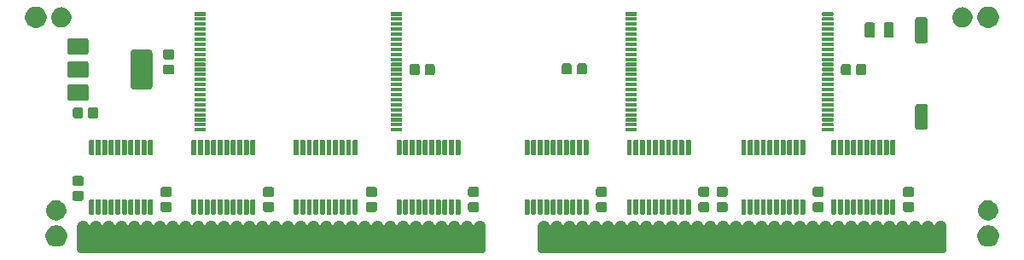
<source format=gts>
G04 #@! TF.GenerationSoftware,KiCad,Pcbnew,(5.1.5-0-10_14)*
G04 #@! TF.CreationDate,2020-06-04T19:12:27-04:00*
G04 #@! TF.ProjectId,ROMSIMM,524f4d53-494d-44d2-9e6b-696361645f70,rev?*
G04 #@! TF.SameCoordinates,Original*
G04 #@! TF.FileFunction,Soldermask,Top*
G04 #@! TF.FilePolarity,Negative*
%FSLAX46Y46*%
G04 Gerber Fmt 4.6, Leading zero omitted, Abs format (unit mm)*
G04 Created by KiCad (PCBNEW (5.1.5-0-10_14)) date 2020-06-04 19:12:27*
%MOMM*%
%LPD*%
G04 APERTURE LIST*
%ADD10C,0.175000*%
%ADD11C,0.100000*%
G04 APERTURE END LIST*
D10*
G36*
X163195000Y-127635000D02*
G01*
X123825000Y-127635000D01*
X123317000Y-125031500D01*
X163703000Y-125031500D01*
X163195000Y-127635000D01*
G37*
X163195000Y-127635000D02*
X123825000Y-127635000D01*
X123317000Y-125031500D01*
X163703000Y-125031500D01*
X163195000Y-127635000D01*
G36*
X117475000Y-127635000D02*
G01*
X78105000Y-127635000D01*
X77597000Y-125031500D01*
X117983000Y-125031500D01*
X117475000Y-127635000D01*
G37*
X117475000Y-127635000D02*
X78105000Y-127635000D01*
X77597000Y-125031500D01*
X117983000Y-125031500D01*
X117475000Y-127635000D01*
D11*
G36*
X78325114Y-124521202D02*
G01*
X78412594Y-124547739D01*
X78493210Y-124590829D01*
X78563876Y-124648824D01*
X78621871Y-124719490D01*
X78664961Y-124800106D01*
X78692154Y-124889750D01*
X78695905Y-124898805D01*
X78701350Y-124906955D01*
X78708281Y-124913886D01*
X78716431Y-124919331D01*
X78725486Y-124923082D01*
X78735099Y-124924994D01*
X78744901Y-124924994D01*
X78754514Y-124923082D01*
X78763569Y-124919331D01*
X78771719Y-124913886D01*
X78778650Y-124906955D01*
X78784095Y-124898805D01*
X78787846Y-124889750D01*
X78815039Y-124800106D01*
X78858129Y-124719490D01*
X78916124Y-124648824D01*
X78986790Y-124590829D01*
X79067406Y-124547739D01*
X79154886Y-124521202D01*
X79248314Y-124512000D01*
X79501686Y-124512000D01*
X79595114Y-124521202D01*
X79682594Y-124547739D01*
X79763210Y-124590829D01*
X79833876Y-124648824D01*
X79891871Y-124719490D01*
X79934961Y-124800106D01*
X79962154Y-124889750D01*
X79965905Y-124898805D01*
X79971350Y-124906955D01*
X79978281Y-124913886D01*
X79986431Y-124919331D01*
X79995486Y-124923082D01*
X80005099Y-124924994D01*
X80014901Y-124924994D01*
X80024514Y-124923082D01*
X80033569Y-124919331D01*
X80041719Y-124913886D01*
X80048650Y-124906955D01*
X80054095Y-124898805D01*
X80057846Y-124889750D01*
X80085039Y-124800106D01*
X80128129Y-124719490D01*
X80186124Y-124648824D01*
X80256790Y-124590829D01*
X80337406Y-124547739D01*
X80424886Y-124521202D01*
X80518314Y-124512000D01*
X80771686Y-124512000D01*
X80865114Y-124521202D01*
X80952594Y-124547739D01*
X81033210Y-124590829D01*
X81103876Y-124648824D01*
X81161871Y-124719490D01*
X81204961Y-124800106D01*
X81232154Y-124889750D01*
X81235905Y-124898805D01*
X81241350Y-124906955D01*
X81248281Y-124913886D01*
X81256431Y-124919331D01*
X81265486Y-124923082D01*
X81275099Y-124924994D01*
X81284901Y-124924994D01*
X81294514Y-124923082D01*
X81303569Y-124919331D01*
X81311719Y-124913886D01*
X81318650Y-124906955D01*
X81324095Y-124898805D01*
X81327846Y-124889750D01*
X81355039Y-124800106D01*
X81398129Y-124719490D01*
X81456124Y-124648824D01*
X81526790Y-124590829D01*
X81607406Y-124547739D01*
X81694886Y-124521202D01*
X81788314Y-124512000D01*
X82041686Y-124512000D01*
X82135114Y-124521202D01*
X82222594Y-124547739D01*
X82303210Y-124590829D01*
X82373876Y-124648824D01*
X82431871Y-124719490D01*
X82474961Y-124800106D01*
X82502154Y-124889750D01*
X82505905Y-124898805D01*
X82511350Y-124906955D01*
X82518281Y-124913886D01*
X82526431Y-124919331D01*
X82535486Y-124923082D01*
X82545099Y-124924994D01*
X82554901Y-124924994D01*
X82564514Y-124923082D01*
X82573569Y-124919331D01*
X82581719Y-124913886D01*
X82588650Y-124906955D01*
X82594095Y-124898805D01*
X82597846Y-124889750D01*
X82625039Y-124800106D01*
X82668129Y-124719490D01*
X82726124Y-124648824D01*
X82796790Y-124590829D01*
X82877406Y-124547739D01*
X82964886Y-124521202D01*
X83058314Y-124512000D01*
X83311686Y-124512000D01*
X83405114Y-124521202D01*
X83492594Y-124547739D01*
X83573210Y-124590829D01*
X83643876Y-124648824D01*
X83701871Y-124719490D01*
X83744961Y-124800106D01*
X83772154Y-124889750D01*
X83775905Y-124898805D01*
X83781350Y-124906955D01*
X83788281Y-124913886D01*
X83796431Y-124919331D01*
X83805486Y-124923082D01*
X83815099Y-124924994D01*
X83824901Y-124924994D01*
X83834514Y-124923082D01*
X83843569Y-124919331D01*
X83851719Y-124913886D01*
X83858650Y-124906955D01*
X83864095Y-124898805D01*
X83867846Y-124889750D01*
X83895039Y-124800106D01*
X83938129Y-124719490D01*
X83996124Y-124648824D01*
X84066790Y-124590829D01*
X84147406Y-124547739D01*
X84234886Y-124521202D01*
X84328314Y-124512000D01*
X84581686Y-124512000D01*
X84675114Y-124521202D01*
X84762594Y-124547739D01*
X84843210Y-124590829D01*
X84913876Y-124648824D01*
X84971871Y-124719490D01*
X85014961Y-124800106D01*
X85042154Y-124889750D01*
X85045905Y-124898805D01*
X85051350Y-124906955D01*
X85058281Y-124913886D01*
X85066431Y-124919331D01*
X85075486Y-124923082D01*
X85085099Y-124924994D01*
X85094901Y-124924994D01*
X85104514Y-124923082D01*
X85113569Y-124919331D01*
X85121719Y-124913886D01*
X85128650Y-124906955D01*
X85134095Y-124898805D01*
X85137846Y-124889750D01*
X85165039Y-124800106D01*
X85208129Y-124719490D01*
X85266124Y-124648824D01*
X85336790Y-124590829D01*
X85417406Y-124547739D01*
X85504886Y-124521202D01*
X85598314Y-124512000D01*
X85851686Y-124512000D01*
X85945114Y-124521202D01*
X86032594Y-124547739D01*
X86113210Y-124590829D01*
X86183876Y-124648824D01*
X86241871Y-124719490D01*
X86284961Y-124800106D01*
X86312154Y-124889750D01*
X86315905Y-124898805D01*
X86321350Y-124906955D01*
X86328281Y-124913886D01*
X86336431Y-124919331D01*
X86345486Y-124923082D01*
X86355099Y-124924994D01*
X86364901Y-124924994D01*
X86374514Y-124923082D01*
X86383569Y-124919331D01*
X86391719Y-124913886D01*
X86398650Y-124906955D01*
X86404095Y-124898805D01*
X86407846Y-124889750D01*
X86435039Y-124800106D01*
X86478129Y-124719490D01*
X86536124Y-124648824D01*
X86606790Y-124590829D01*
X86687406Y-124547739D01*
X86774886Y-124521202D01*
X86868314Y-124512000D01*
X87121686Y-124512000D01*
X87215114Y-124521202D01*
X87302594Y-124547739D01*
X87383210Y-124590829D01*
X87453876Y-124648824D01*
X87511871Y-124719490D01*
X87554961Y-124800106D01*
X87582154Y-124889750D01*
X87585905Y-124898805D01*
X87591350Y-124906955D01*
X87598281Y-124913886D01*
X87606431Y-124919331D01*
X87615486Y-124923082D01*
X87625099Y-124924994D01*
X87634901Y-124924994D01*
X87644514Y-124923082D01*
X87653569Y-124919331D01*
X87661719Y-124913886D01*
X87668650Y-124906955D01*
X87674095Y-124898805D01*
X87677846Y-124889750D01*
X87705039Y-124800106D01*
X87748129Y-124719490D01*
X87806124Y-124648824D01*
X87876790Y-124590829D01*
X87957406Y-124547739D01*
X88044886Y-124521202D01*
X88138314Y-124512000D01*
X88391686Y-124512000D01*
X88485114Y-124521202D01*
X88572594Y-124547739D01*
X88653210Y-124590829D01*
X88723876Y-124648824D01*
X88781871Y-124719490D01*
X88824961Y-124800106D01*
X88852154Y-124889750D01*
X88855905Y-124898805D01*
X88861350Y-124906955D01*
X88868281Y-124913886D01*
X88876431Y-124919331D01*
X88885486Y-124923082D01*
X88895099Y-124924994D01*
X88904901Y-124924994D01*
X88914514Y-124923082D01*
X88923569Y-124919331D01*
X88931719Y-124913886D01*
X88938650Y-124906955D01*
X88944095Y-124898805D01*
X88947846Y-124889750D01*
X88975039Y-124800106D01*
X89018129Y-124719490D01*
X89076124Y-124648824D01*
X89146790Y-124590829D01*
X89227406Y-124547739D01*
X89314886Y-124521202D01*
X89408314Y-124512000D01*
X89661686Y-124512000D01*
X89755114Y-124521202D01*
X89842594Y-124547739D01*
X89923210Y-124590829D01*
X89993876Y-124648824D01*
X90051871Y-124719490D01*
X90094961Y-124800106D01*
X90122154Y-124889750D01*
X90125905Y-124898805D01*
X90131350Y-124906955D01*
X90138281Y-124913886D01*
X90146431Y-124919331D01*
X90155486Y-124923082D01*
X90165099Y-124924994D01*
X90174901Y-124924994D01*
X90184514Y-124923082D01*
X90193569Y-124919331D01*
X90201719Y-124913886D01*
X90208650Y-124906955D01*
X90214095Y-124898805D01*
X90217846Y-124889750D01*
X90245039Y-124800106D01*
X90288129Y-124719490D01*
X90346124Y-124648824D01*
X90416790Y-124590829D01*
X90497406Y-124547739D01*
X90584886Y-124521202D01*
X90678314Y-124512000D01*
X90931686Y-124512000D01*
X91025114Y-124521202D01*
X91112594Y-124547739D01*
X91193210Y-124590829D01*
X91263876Y-124648824D01*
X91321871Y-124719490D01*
X91364961Y-124800106D01*
X91392154Y-124889750D01*
X91395905Y-124898805D01*
X91401350Y-124906955D01*
X91408281Y-124913886D01*
X91416431Y-124919331D01*
X91425486Y-124923082D01*
X91435099Y-124924994D01*
X91444901Y-124924994D01*
X91454514Y-124923082D01*
X91463569Y-124919331D01*
X91471719Y-124913886D01*
X91478650Y-124906955D01*
X91484095Y-124898805D01*
X91487846Y-124889750D01*
X91515039Y-124800106D01*
X91558129Y-124719490D01*
X91616124Y-124648824D01*
X91686790Y-124590829D01*
X91767406Y-124547739D01*
X91854886Y-124521202D01*
X91948314Y-124512000D01*
X92201686Y-124512000D01*
X92295114Y-124521202D01*
X92382594Y-124547739D01*
X92463210Y-124590829D01*
X92533876Y-124648824D01*
X92591871Y-124719490D01*
X92634961Y-124800106D01*
X92662154Y-124889750D01*
X92665905Y-124898805D01*
X92671350Y-124906955D01*
X92678281Y-124913886D01*
X92686431Y-124919331D01*
X92695486Y-124923082D01*
X92705099Y-124924994D01*
X92714901Y-124924994D01*
X92724514Y-124923082D01*
X92733569Y-124919331D01*
X92741719Y-124913886D01*
X92748650Y-124906955D01*
X92754095Y-124898805D01*
X92757846Y-124889750D01*
X92785039Y-124800106D01*
X92828129Y-124719490D01*
X92886124Y-124648824D01*
X92956790Y-124590829D01*
X93037406Y-124547739D01*
X93124886Y-124521202D01*
X93218314Y-124512000D01*
X93471686Y-124512000D01*
X93565114Y-124521202D01*
X93652594Y-124547739D01*
X93733210Y-124590829D01*
X93803876Y-124648824D01*
X93861871Y-124719490D01*
X93904961Y-124800106D01*
X93932154Y-124889750D01*
X93935905Y-124898805D01*
X93941350Y-124906955D01*
X93948281Y-124913886D01*
X93956431Y-124919331D01*
X93965486Y-124923082D01*
X93975099Y-124924994D01*
X93984901Y-124924994D01*
X93994514Y-124923082D01*
X94003569Y-124919331D01*
X94011719Y-124913886D01*
X94018650Y-124906955D01*
X94024095Y-124898805D01*
X94027846Y-124889750D01*
X94055039Y-124800106D01*
X94098129Y-124719490D01*
X94156124Y-124648824D01*
X94226790Y-124590829D01*
X94307406Y-124547739D01*
X94394886Y-124521202D01*
X94488314Y-124512000D01*
X94741686Y-124512000D01*
X94835114Y-124521202D01*
X94922594Y-124547739D01*
X95003210Y-124590829D01*
X95073876Y-124648824D01*
X95131871Y-124719490D01*
X95174961Y-124800106D01*
X95202154Y-124889750D01*
X95205905Y-124898805D01*
X95211350Y-124906955D01*
X95218281Y-124913886D01*
X95226431Y-124919331D01*
X95235486Y-124923082D01*
X95245099Y-124924994D01*
X95254901Y-124924994D01*
X95264514Y-124923082D01*
X95273569Y-124919331D01*
X95281719Y-124913886D01*
X95288650Y-124906955D01*
X95294095Y-124898805D01*
X95297846Y-124889750D01*
X95325039Y-124800106D01*
X95368129Y-124719490D01*
X95426124Y-124648824D01*
X95496790Y-124590829D01*
X95577406Y-124547739D01*
X95664886Y-124521202D01*
X95758314Y-124512000D01*
X96011686Y-124512000D01*
X96105114Y-124521202D01*
X96192594Y-124547739D01*
X96273210Y-124590829D01*
X96343876Y-124648824D01*
X96401871Y-124719490D01*
X96444961Y-124800106D01*
X96472154Y-124889750D01*
X96475905Y-124898805D01*
X96481350Y-124906955D01*
X96488281Y-124913886D01*
X96496431Y-124919331D01*
X96505486Y-124923082D01*
X96515099Y-124924994D01*
X96524901Y-124924994D01*
X96534514Y-124923082D01*
X96543569Y-124919331D01*
X96551719Y-124913886D01*
X96558650Y-124906955D01*
X96564095Y-124898805D01*
X96567846Y-124889750D01*
X96595039Y-124800106D01*
X96638129Y-124719490D01*
X96696124Y-124648824D01*
X96766790Y-124590829D01*
X96847406Y-124547739D01*
X96934886Y-124521202D01*
X97028314Y-124512000D01*
X97281686Y-124512000D01*
X97375114Y-124521202D01*
X97462594Y-124547739D01*
X97543210Y-124590829D01*
X97613876Y-124648824D01*
X97671871Y-124719490D01*
X97714961Y-124800106D01*
X97742154Y-124889750D01*
X97745905Y-124898805D01*
X97751350Y-124906955D01*
X97758281Y-124913886D01*
X97766431Y-124919331D01*
X97775486Y-124923082D01*
X97785099Y-124924994D01*
X97794901Y-124924994D01*
X97804514Y-124923082D01*
X97813569Y-124919331D01*
X97821719Y-124913886D01*
X97828650Y-124906955D01*
X97834095Y-124898805D01*
X97837846Y-124889750D01*
X97865039Y-124800106D01*
X97908129Y-124719490D01*
X97966124Y-124648824D01*
X98036790Y-124590829D01*
X98117406Y-124547739D01*
X98204886Y-124521202D01*
X98298314Y-124512000D01*
X98551686Y-124512000D01*
X98645114Y-124521202D01*
X98732594Y-124547739D01*
X98813210Y-124590829D01*
X98883876Y-124648824D01*
X98941871Y-124719490D01*
X98984961Y-124800106D01*
X99012154Y-124889750D01*
X99015905Y-124898805D01*
X99021350Y-124906955D01*
X99028281Y-124913886D01*
X99036431Y-124919331D01*
X99045486Y-124923082D01*
X99055099Y-124924994D01*
X99064901Y-124924994D01*
X99074514Y-124923082D01*
X99083569Y-124919331D01*
X99091719Y-124913886D01*
X99098650Y-124906955D01*
X99104095Y-124898805D01*
X99107846Y-124889750D01*
X99135039Y-124800106D01*
X99178129Y-124719490D01*
X99236124Y-124648824D01*
X99306790Y-124590829D01*
X99387406Y-124547739D01*
X99474886Y-124521202D01*
X99568314Y-124512000D01*
X99821686Y-124512000D01*
X99915114Y-124521202D01*
X100002594Y-124547739D01*
X100083210Y-124590829D01*
X100153876Y-124648824D01*
X100211871Y-124719490D01*
X100254961Y-124800106D01*
X100282154Y-124889750D01*
X100285905Y-124898805D01*
X100291350Y-124906955D01*
X100298281Y-124913886D01*
X100306431Y-124919331D01*
X100315486Y-124923082D01*
X100325099Y-124924994D01*
X100334901Y-124924994D01*
X100344514Y-124923082D01*
X100353569Y-124919331D01*
X100361719Y-124913886D01*
X100368650Y-124906955D01*
X100374095Y-124898805D01*
X100377846Y-124889750D01*
X100405039Y-124800106D01*
X100448129Y-124719490D01*
X100506124Y-124648824D01*
X100576790Y-124590829D01*
X100657406Y-124547739D01*
X100744886Y-124521202D01*
X100838314Y-124512000D01*
X101091686Y-124512000D01*
X101185114Y-124521202D01*
X101272594Y-124547739D01*
X101353210Y-124590829D01*
X101423876Y-124648824D01*
X101481871Y-124719490D01*
X101524961Y-124800106D01*
X101552154Y-124889750D01*
X101555905Y-124898805D01*
X101561350Y-124906955D01*
X101568281Y-124913886D01*
X101576431Y-124919331D01*
X101585486Y-124923082D01*
X101595099Y-124924994D01*
X101604901Y-124924994D01*
X101614514Y-124923082D01*
X101623569Y-124919331D01*
X101631719Y-124913886D01*
X101638650Y-124906955D01*
X101644095Y-124898805D01*
X101647846Y-124889750D01*
X101675039Y-124800106D01*
X101718129Y-124719490D01*
X101776124Y-124648824D01*
X101846790Y-124590829D01*
X101927406Y-124547739D01*
X102014886Y-124521202D01*
X102108314Y-124512000D01*
X102361686Y-124512000D01*
X102455114Y-124521202D01*
X102542594Y-124547739D01*
X102623210Y-124590829D01*
X102693876Y-124648824D01*
X102751871Y-124719490D01*
X102794961Y-124800106D01*
X102822154Y-124889750D01*
X102825905Y-124898805D01*
X102831350Y-124906955D01*
X102838281Y-124913886D01*
X102846431Y-124919331D01*
X102855486Y-124923082D01*
X102865099Y-124924994D01*
X102874901Y-124924994D01*
X102884514Y-124923082D01*
X102893569Y-124919331D01*
X102901719Y-124913886D01*
X102908650Y-124906955D01*
X102914095Y-124898805D01*
X102917846Y-124889750D01*
X102945039Y-124800106D01*
X102988129Y-124719490D01*
X103046124Y-124648824D01*
X103116790Y-124590829D01*
X103197406Y-124547739D01*
X103284886Y-124521202D01*
X103378314Y-124512000D01*
X103631686Y-124512000D01*
X103725114Y-124521202D01*
X103812594Y-124547739D01*
X103893210Y-124590829D01*
X103963876Y-124648824D01*
X104021871Y-124719490D01*
X104064961Y-124800106D01*
X104092154Y-124889750D01*
X104095905Y-124898805D01*
X104101350Y-124906955D01*
X104108281Y-124913886D01*
X104116431Y-124919331D01*
X104125486Y-124923082D01*
X104135099Y-124924994D01*
X104144901Y-124924994D01*
X104154514Y-124923082D01*
X104163569Y-124919331D01*
X104171719Y-124913886D01*
X104178650Y-124906955D01*
X104184095Y-124898805D01*
X104187846Y-124889750D01*
X104215039Y-124800106D01*
X104258129Y-124719490D01*
X104316124Y-124648824D01*
X104386790Y-124590829D01*
X104467406Y-124547739D01*
X104554886Y-124521202D01*
X104648314Y-124512000D01*
X104901686Y-124512000D01*
X104995114Y-124521202D01*
X105082594Y-124547739D01*
X105163210Y-124590829D01*
X105233876Y-124648824D01*
X105291871Y-124719490D01*
X105334961Y-124800106D01*
X105362154Y-124889750D01*
X105365905Y-124898805D01*
X105371350Y-124906955D01*
X105378281Y-124913886D01*
X105386431Y-124919331D01*
X105395486Y-124923082D01*
X105405099Y-124924994D01*
X105414901Y-124924994D01*
X105424514Y-124923082D01*
X105433569Y-124919331D01*
X105441719Y-124913886D01*
X105448650Y-124906955D01*
X105454095Y-124898805D01*
X105457846Y-124889750D01*
X105485039Y-124800106D01*
X105528129Y-124719490D01*
X105586124Y-124648824D01*
X105656790Y-124590829D01*
X105737406Y-124547739D01*
X105824886Y-124521202D01*
X105918314Y-124512000D01*
X106171686Y-124512000D01*
X106265114Y-124521202D01*
X106352594Y-124547739D01*
X106433210Y-124590829D01*
X106503876Y-124648824D01*
X106561871Y-124719490D01*
X106604961Y-124800106D01*
X106632154Y-124889750D01*
X106635905Y-124898805D01*
X106641350Y-124906955D01*
X106648281Y-124913886D01*
X106656431Y-124919331D01*
X106665486Y-124923082D01*
X106675099Y-124924994D01*
X106684901Y-124924994D01*
X106694514Y-124923082D01*
X106703569Y-124919331D01*
X106711719Y-124913886D01*
X106718650Y-124906955D01*
X106724095Y-124898805D01*
X106727846Y-124889750D01*
X106755039Y-124800106D01*
X106798129Y-124719490D01*
X106856124Y-124648824D01*
X106926790Y-124590829D01*
X107007406Y-124547739D01*
X107094886Y-124521202D01*
X107188314Y-124512000D01*
X107441686Y-124512000D01*
X107535114Y-124521202D01*
X107622594Y-124547739D01*
X107703210Y-124590829D01*
X107773876Y-124648824D01*
X107831871Y-124719490D01*
X107874961Y-124800106D01*
X107902154Y-124889750D01*
X107905905Y-124898805D01*
X107911350Y-124906955D01*
X107918281Y-124913886D01*
X107926431Y-124919331D01*
X107935486Y-124923082D01*
X107945099Y-124924994D01*
X107954901Y-124924994D01*
X107964514Y-124923082D01*
X107973569Y-124919331D01*
X107981719Y-124913886D01*
X107988650Y-124906955D01*
X107994095Y-124898805D01*
X107997846Y-124889750D01*
X108025039Y-124800106D01*
X108068129Y-124719490D01*
X108126124Y-124648824D01*
X108196790Y-124590829D01*
X108277406Y-124547739D01*
X108364886Y-124521202D01*
X108458314Y-124512000D01*
X108711686Y-124512000D01*
X108805114Y-124521202D01*
X108892594Y-124547739D01*
X108973210Y-124590829D01*
X109043876Y-124648824D01*
X109101871Y-124719490D01*
X109144961Y-124800106D01*
X109172154Y-124889750D01*
X109175905Y-124898805D01*
X109181350Y-124906955D01*
X109188281Y-124913886D01*
X109196431Y-124919331D01*
X109205486Y-124923082D01*
X109215099Y-124924994D01*
X109224901Y-124924994D01*
X109234514Y-124923082D01*
X109243569Y-124919331D01*
X109251719Y-124913886D01*
X109258650Y-124906955D01*
X109264095Y-124898805D01*
X109267846Y-124889750D01*
X109295039Y-124800106D01*
X109338129Y-124719490D01*
X109396124Y-124648824D01*
X109466790Y-124590829D01*
X109547406Y-124547739D01*
X109634886Y-124521202D01*
X109728314Y-124512000D01*
X109981686Y-124512000D01*
X110075114Y-124521202D01*
X110162594Y-124547739D01*
X110243210Y-124590829D01*
X110313876Y-124648824D01*
X110371871Y-124719490D01*
X110414961Y-124800106D01*
X110442154Y-124889750D01*
X110445905Y-124898805D01*
X110451350Y-124906955D01*
X110458281Y-124913886D01*
X110466431Y-124919331D01*
X110475486Y-124923082D01*
X110485099Y-124924994D01*
X110494901Y-124924994D01*
X110504514Y-124923082D01*
X110513569Y-124919331D01*
X110521719Y-124913886D01*
X110528650Y-124906955D01*
X110534095Y-124898805D01*
X110537846Y-124889750D01*
X110565039Y-124800106D01*
X110608129Y-124719490D01*
X110666124Y-124648824D01*
X110736790Y-124590829D01*
X110817406Y-124547739D01*
X110904886Y-124521202D01*
X110998314Y-124512000D01*
X111251686Y-124512000D01*
X111345114Y-124521202D01*
X111432594Y-124547739D01*
X111513210Y-124590829D01*
X111583876Y-124648824D01*
X111641871Y-124719490D01*
X111684961Y-124800106D01*
X111712154Y-124889750D01*
X111715905Y-124898805D01*
X111721350Y-124906955D01*
X111728281Y-124913886D01*
X111736431Y-124919331D01*
X111745486Y-124923082D01*
X111755099Y-124924994D01*
X111764901Y-124924994D01*
X111774514Y-124923082D01*
X111783569Y-124919331D01*
X111791719Y-124913886D01*
X111798650Y-124906955D01*
X111804095Y-124898805D01*
X111807846Y-124889750D01*
X111835039Y-124800106D01*
X111878129Y-124719490D01*
X111936124Y-124648824D01*
X112006790Y-124590829D01*
X112087406Y-124547739D01*
X112174886Y-124521202D01*
X112268314Y-124512000D01*
X112521686Y-124512000D01*
X112615114Y-124521202D01*
X112702594Y-124547739D01*
X112783210Y-124590829D01*
X112853876Y-124648824D01*
X112911871Y-124719490D01*
X112954961Y-124800106D01*
X112982154Y-124889750D01*
X112985905Y-124898805D01*
X112991350Y-124906955D01*
X112998281Y-124913886D01*
X113006431Y-124919331D01*
X113015486Y-124923082D01*
X113025099Y-124924994D01*
X113034901Y-124924994D01*
X113044514Y-124923082D01*
X113053569Y-124919331D01*
X113061719Y-124913886D01*
X113068650Y-124906955D01*
X113074095Y-124898805D01*
X113077846Y-124889750D01*
X113105039Y-124800106D01*
X113148129Y-124719490D01*
X113206124Y-124648824D01*
X113276790Y-124590829D01*
X113357406Y-124547739D01*
X113444886Y-124521202D01*
X113538314Y-124512000D01*
X113791686Y-124512000D01*
X113885114Y-124521202D01*
X113972594Y-124547739D01*
X114053210Y-124590829D01*
X114123876Y-124648824D01*
X114181871Y-124719490D01*
X114224961Y-124800106D01*
X114252154Y-124889750D01*
X114255905Y-124898805D01*
X114261350Y-124906955D01*
X114268281Y-124913886D01*
X114276431Y-124919331D01*
X114285486Y-124923082D01*
X114295099Y-124924994D01*
X114304901Y-124924994D01*
X114314514Y-124923082D01*
X114323569Y-124919331D01*
X114331719Y-124913886D01*
X114338650Y-124906955D01*
X114344095Y-124898805D01*
X114347846Y-124889750D01*
X114375039Y-124800106D01*
X114418129Y-124719490D01*
X114476124Y-124648824D01*
X114546790Y-124590829D01*
X114627406Y-124547739D01*
X114714886Y-124521202D01*
X114808314Y-124512000D01*
X115061686Y-124512000D01*
X115155114Y-124521202D01*
X115242594Y-124547739D01*
X115323210Y-124590829D01*
X115393876Y-124648824D01*
X115451871Y-124719490D01*
X115494961Y-124800106D01*
X115522154Y-124889750D01*
X115525905Y-124898805D01*
X115531350Y-124906955D01*
X115538281Y-124913886D01*
X115546431Y-124919331D01*
X115555486Y-124923082D01*
X115565099Y-124924994D01*
X115574901Y-124924994D01*
X115584514Y-124923082D01*
X115593569Y-124919331D01*
X115601719Y-124913886D01*
X115608650Y-124906955D01*
X115614095Y-124898805D01*
X115617846Y-124889750D01*
X115645039Y-124800106D01*
X115688129Y-124719490D01*
X115746124Y-124648824D01*
X115816790Y-124590829D01*
X115897406Y-124547739D01*
X115984886Y-124521202D01*
X116078314Y-124512000D01*
X116331686Y-124512000D01*
X116425114Y-124521202D01*
X116512594Y-124547739D01*
X116593210Y-124590829D01*
X116663876Y-124648824D01*
X116721871Y-124719490D01*
X116764961Y-124800106D01*
X116792154Y-124889750D01*
X116795905Y-124898805D01*
X116801350Y-124906955D01*
X116808281Y-124913886D01*
X116816431Y-124919331D01*
X116825486Y-124923082D01*
X116835099Y-124924994D01*
X116844901Y-124924994D01*
X116854514Y-124923082D01*
X116863569Y-124919331D01*
X116871719Y-124913886D01*
X116878650Y-124906955D01*
X116884095Y-124898805D01*
X116887846Y-124889750D01*
X116915039Y-124800106D01*
X116958129Y-124719490D01*
X117016124Y-124648824D01*
X117086790Y-124590829D01*
X117167406Y-124547739D01*
X117254886Y-124521202D01*
X117348314Y-124512000D01*
X117601686Y-124512000D01*
X117695114Y-124521202D01*
X117782594Y-124547739D01*
X117863210Y-124590829D01*
X117933876Y-124648824D01*
X117991871Y-124719490D01*
X118034961Y-124800106D01*
X118061498Y-124887586D01*
X118070700Y-124981014D01*
X118070700Y-127240986D01*
X118061498Y-127334414D01*
X118034961Y-127421894D01*
X117991871Y-127502510D01*
X117933876Y-127573176D01*
X117863210Y-127631171D01*
X117782594Y-127674261D01*
X117695114Y-127700798D01*
X117601686Y-127710000D01*
X117348314Y-127710000D01*
X117254886Y-127700798D01*
X117167406Y-127674261D01*
X117086790Y-127631171D01*
X117016124Y-127573176D01*
X116958129Y-127502510D01*
X116915039Y-127421894D01*
X116887846Y-127332250D01*
X116884095Y-127323195D01*
X116878650Y-127315045D01*
X116871719Y-127308114D01*
X116863569Y-127302669D01*
X116854514Y-127298918D01*
X116844901Y-127297006D01*
X116835099Y-127297006D01*
X116825486Y-127298918D01*
X116816431Y-127302669D01*
X116808281Y-127308114D01*
X116801350Y-127315045D01*
X116795905Y-127323195D01*
X116792154Y-127332250D01*
X116764961Y-127421894D01*
X116721871Y-127502510D01*
X116663876Y-127573176D01*
X116593210Y-127631171D01*
X116512594Y-127674261D01*
X116425114Y-127700798D01*
X116331686Y-127710000D01*
X116078314Y-127710000D01*
X115984886Y-127700798D01*
X115897406Y-127674261D01*
X115816790Y-127631171D01*
X115746124Y-127573176D01*
X115688129Y-127502510D01*
X115645039Y-127421894D01*
X115617846Y-127332250D01*
X115614095Y-127323195D01*
X115608650Y-127315045D01*
X115601719Y-127308114D01*
X115593569Y-127302669D01*
X115584514Y-127298918D01*
X115574901Y-127297006D01*
X115565099Y-127297006D01*
X115555486Y-127298918D01*
X115546431Y-127302669D01*
X115538281Y-127308114D01*
X115531350Y-127315045D01*
X115525905Y-127323195D01*
X115522154Y-127332250D01*
X115494961Y-127421894D01*
X115451871Y-127502510D01*
X115393876Y-127573176D01*
X115323210Y-127631171D01*
X115242594Y-127674261D01*
X115155114Y-127700798D01*
X115061686Y-127710000D01*
X114808314Y-127710000D01*
X114714886Y-127700798D01*
X114627406Y-127674261D01*
X114546790Y-127631171D01*
X114476124Y-127573176D01*
X114418129Y-127502510D01*
X114375039Y-127421894D01*
X114347846Y-127332250D01*
X114344095Y-127323195D01*
X114338650Y-127315045D01*
X114331719Y-127308114D01*
X114323569Y-127302669D01*
X114314514Y-127298918D01*
X114304901Y-127297006D01*
X114295099Y-127297006D01*
X114285486Y-127298918D01*
X114276431Y-127302669D01*
X114268281Y-127308114D01*
X114261350Y-127315045D01*
X114255905Y-127323195D01*
X114252154Y-127332250D01*
X114224961Y-127421894D01*
X114181871Y-127502510D01*
X114123876Y-127573176D01*
X114053210Y-127631171D01*
X113972594Y-127674261D01*
X113885114Y-127700798D01*
X113791686Y-127710000D01*
X113538314Y-127710000D01*
X113444886Y-127700798D01*
X113357406Y-127674261D01*
X113276790Y-127631171D01*
X113206124Y-127573176D01*
X113148129Y-127502510D01*
X113105039Y-127421894D01*
X113077846Y-127332250D01*
X113074095Y-127323195D01*
X113068650Y-127315045D01*
X113061719Y-127308114D01*
X113053569Y-127302669D01*
X113044514Y-127298918D01*
X113034901Y-127297006D01*
X113025099Y-127297006D01*
X113015486Y-127298918D01*
X113006431Y-127302669D01*
X112998281Y-127308114D01*
X112991350Y-127315045D01*
X112985905Y-127323195D01*
X112982154Y-127332250D01*
X112954961Y-127421894D01*
X112911871Y-127502510D01*
X112853876Y-127573176D01*
X112783210Y-127631171D01*
X112702594Y-127674261D01*
X112615114Y-127700798D01*
X112521686Y-127710000D01*
X112268314Y-127710000D01*
X112174886Y-127700798D01*
X112087406Y-127674261D01*
X112006790Y-127631171D01*
X111936124Y-127573176D01*
X111878129Y-127502510D01*
X111835039Y-127421894D01*
X111807846Y-127332250D01*
X111804095Y-127323195D01*
X111798650Y-127315045D01*
X111791719Y-127308114D01*
X111783569Y-127302669D01*
X111774514Y-127298918D01*
X111764901Y-127297006D01*
X111755099Y-127297006D01*
X111745486Y-127298918D01*
X111736431Y-127302669D01*
X111728281Y-127308114D01*
X111721350Y-127315045D01*
X111715905Y-127323195D01*
X111712154Y-127332250D01*
X111684961Y-127421894D01*
X111641871Y-127502510D01*
X111583876Y-127573176D01*
X111513210Y-127631171D01*
X111432594Y-127674261D01*
X111345114Y-127700798D01*
X111251686Y-127710000D01*
X110998314Y-127710000D01*
X110904886Y-127700798D01*
X110817406Y-127674261D01*
X110736790Y-127631171D01*
X110666124Y-127573176D01*
X110608129Y-127502510D01*
X110565039Y-127421894D01*
X110537846Y-127332250D01*
X110534095Y-127323195D01*
X110528650Y-127315045D01*
X110521719Y-127308114D01*
X110513569Y-127302669D01*
X110504514Y-127298918D01*
X110494901Y-127297006D01*
X110485099Y-127297006D01*
X110475486Y-127298918D01*
X110466431Y-127302669D01*
X110458281Y-127308114D01*
X110451350Y-127315045D01*
X110445905Y-127323195D01*
X110442154Y-127332250D01*
X110414961Y-127421894D01*
X110371871Y-127502510D01*
X110313876Y-127573176D01*
X110243210Y-127631171D01*
X110162594Y-127674261D01*
X110075114Y-127700798D01*
X109981686Y-127710000D01*
X109728314Y-127710000D01*
X109634886Y-127700798D01*
X109547406Y-127674261D01*
X109466790Y-127631171D01*
X109396124Y-127573176D01*
X109338129Y-127502510D01*
X109295039Y-127421894D01*
X109267846Y-127332250D01*
X109264095Y-127323195D01*
X109258650Y-127315045D01*
X109251719Y-127308114D01*
X109243569Y-127302669D01*
X109234514Y-127298918D01*
X109224901Y-127297006D01*
X109215099Y-127297006D01*
X109205486Y-127298918D01*
X109196431Y-127302669D01*
X109188281Y-127308114D01*
X109181350Y-127315045D01*
X109175905Y-127323195D01*
X109172154Y-127332250D01*
X109144961Y-127421894D01*
X109101871Y-127502510D01*
X109043876Y-127573176D01*
X108973210Y-127631171D01*
X108892594Y-127674261D01*
X108805114Y-127700798D01*
X108711686Y-127710000D01*
X108458314Y-127710000D01*
X108364886Y-127700798D01*
X108277406Y-127674261D01*
X108196790Y-127631171D01*
X108126124Y-127573176D01*
X108068129Y-127502510D01*
X108025039Y-127421894D01*
X107997846Y-127332250D01*
X107994095Y-127323195D01*
X107988650Y-127315045D01*
X107981719Y-127308114D01*
X107973569Y-127302669D01*
X107964514Y-127298918D01*
X107954901Y-127297006D01*
X107945099Y-127297006D01*
X107935486Y-127298918D01*
X107926431Y-127302669D01*
X107918281Y-127308114D01*
X107911350Y-127315045D01*
X107905905Y-127323195D01*
X107902154Y-127332250D01*
X107874961Y-127421894D01*
X107831871Y-127502510D01*
X107773876Y-127573176D01*
X107703210Y-127631171D01*
X107622594Y-127674261D01*
X107535114Y-127700798D01*
X107441686Y-127710000D01*
X107188314Y-127710000D01*
X107094886Y-127700798D01*
X107007406Y-127674261D01*
X106926790Y-127631171D01*
X106856124Y-127573176D01*
X106798129Y-127502510D01*
X106755039Y-127421894D01*
X106727846Y-127332250D01*
X106724095Y-127323195D01*
X106718650Y-127315045D01*
X106711719Y-127308114D01*
X106703569Y-127302669D01*
X106694514Y-127298918D01*
X106684901Y-127297006D01*
X106675099Y-127297006D01*
X106665486Y-127298918D01*
X106656431Y-127302669D01*
X106648281Y-127308114D01*
X106641350Y-127315045D01*
X106635905Y-127323195D01*
X106632154Y-127332250D01*
X106604961Y-127421894D01*
X106561871Y-127502510D01*
X106503876Y-127573176D01*
X106433210Y-127631171D01*
X106352594Y-127674261D01*
X106265114Y-127700798D01*
X106171686Y-127710000D01*
X105918314Y-127710000D01*
X105824886Y-127700798D01*
X105737406Y-127674261D01*
X105656790Y-127631171D01*
X105586124Y-127573176D01*
X105528129Y-127502510D01*
X105485039Y-127421894D01*
X105457846Y-127332250D01*
X105454095Y-127323195D01*
X105448650Y-127315045D01*
X105441719Y-127308114D01*
X105433569Y-127302669D01*
X105424514Y-127298918D01*
X105414901Y-127297006D01*
X105405099Y-127297006D01*
X105395486Y-127298918D01*
X105386431Y-127302669D01*
X105378281Y-127308114D01*
X105371350Y-127315045D01*
X105365905Y-127323195D01*
X105362154Y-127332250D01*
X105334961Y-127421894D01*
X105291871Y-127502510D01*
X105233876Y-127573176D01*
X105163210Y-127631171D01*
X105082594Y-127674261D01*
X104995114Y-127700798D01*
X104901686Y-127710000D01*
X104648314Y-127710000D01*
X104554886Y-127700798D01*
X104467406Y-127674261D01*
X104386790Y-127631171D01*
X104316124Y-127573176D01*
X104258129Y-127502510D01*
X104215039Y-127421894D01*
X104187846Y-127332250D01*
X104184095Y-127323195D01*
X104178650Y-127315045D01*
X104171719Y-127308114D01*
X104163569Y-127302669D01*
X104154514Y-127298918D01*
X104144901Y-127297006D01*
X104135099Y-127297006D01*
X104125486Y-127298918D01*
X104116431Y-127302669D01*
X104108281Y-127308114D01*
X104101350Y-127315045D01*
X104095905Y-127323195D01*
X104092154Y-127332250D01*
X104064961Y-127421894D01*
X104021871Y-127502510D01*
X103963876Y-127573176D01*
X103893210Y-127631171D01*
X103812594Y-127674261D01*
X103725114Y-127700798D01*
X103631686Y-127710000D01*
X103378314Y-127710000D01*
X103284886Y-127700798D01*
X103197406Y-127674261D01*
X103116790Y-127631171D01*
X103046124Y-127573176D01*
X102988129Y-127502510D01*
X102945039Y-127421894D01*
X102917846Y-127332250D01*
X102914095Y-127323195D01*
X102908650Y-127315045D01*
X102901719Y-127308114D01*
X102893569Y-127302669D01*
X102884514Y-127298918D01*
X102874901Y-127297006D01*
X102865099Y-127297006D01*
X102855486Y-127298918D01*
X102846431Y-127302669D01*
X102838281Y-127308114D01*
X102831350Y-127315045D01*
X102825905Y-127323195D01*
X102822154Y-127332250D01*
X102794961Y-127421894D01*
X102751871Y-127502510D01*
X102693876Y-127573176D01*
X102623210Y-127631171D01*
X102542594Y-127674261D01*
X102455114Y-127700798D01*
X102361686Y-127710000D01*
X102108314Y-127710000D01*
X102014886Y-127700798D01*
X101927406Y-127674261D01*
X101846790Y-127631171D01*
X101776124Y-127573176D01*
X101718129Y-127502510D01*
X101675039Y-127421894D01*
X101647846Y-127332250D01*
X101644095Y-127323195D01*
X101638650Y-127315045D01*
X101631719Y-127308114D01*
X101623569Y-127302669D01*
X101614514Y-127298918D01*
X101604901Y-127297006D01*
X101595099Y-127297006D01*
X101585486Y-127298918D01*
X101576431Y-127302669D01*
X101568281Y-127308114D01*
X101561350Y-127315045D01*
X101555905Y-127323195D01*
X101552154Y-127332250D01*
X101524961Y-127421894D01*
X101481871Y-127502510D01*
X101423876Y-127573176D01*
X101353210Y-127631171D01*
X101272594Y-127674261D01*
X101185114Y-127700798D01*
X101091686Y-127710000D01*
X100838314Y-127710000D01*
X100744886Y-127700798D01*
X100657406Y-127674261D01*
X100576790Y-127631171D01*
X100506124Y-127573176D01*
X100448129Y-127502510D01*
X100405039Y-127421894D01*
X100377846Y-127332250D01*
X100374095Y-127323195D01*
X100368650Y-127315045D01*
X100361719Y-127308114D01*
X100353569Y-127302669D01*
X100344514Y-127298918D01*
X100334901Y-127297006D01*
X100325099Y-127297006D01*
X100315486Y-127298918D01*
X100306431Y-127302669D01*
X100298281Y-127308114D01*
X100291350Y-127315045D01*
X100285905Y-127323195D01*
X100282154Y-127332250D01*
X100254961Y-127421894D01*
X100211871Y-127502510D01*
X100153876Y-127573176D01*
X100083210Y-127631171D01*
X100002594Y-127674261D01*
X99915114Y-127700798D01*
X99821686Y-127710000D01*
X99568314Y-127710000D01*
X99474886Y-127700798D01*
X99387406Y-127674261D01*
X99306790Y-127631171D01*
X99236124Y-127573176D01*
X99178129Y-127502510D01*
X99135039Y-127421894D01*
X99107846Y-127332250D01*
X99104095Y-127323195D01*
X99098650Y-127315045D01*
X99091719Y-127308114D01*
X99083569Y-127302669D01*
X99074514Y-127298918D01*
X99064901Y-127297006D01*
X99055099Y-127297006D01*
X99045486Y-127298918D01*
X99036431Y-127302669D01*
X99028281Y-127308114D01*
X99021350Y-127315045D01*
X99015905Y-127323195D01*
X99012154Y-127332250D01*
X98984961Y-127421894D01*
X98941871Y-127502510D01*
X98883876Y-127573176D01*
X98813210Y-127631171D01*
X98732594Y-127674261D01*
X98645114Y-127700798D01*
X98551686Y-127710000D01*
X98298314Y-127710000D01*
X98204886Y-127700798D01*
X98117406Y-127674261D01*
X98036790Y-127631171D01*
X97966124Y-127573176D01*
X97908129Y-127502510D01*
X97865039Y-127421894D01*
X97837846Y-127332250D01*
X97834095Y-127323195D01*
X97828650Y-127315045D01*
X97821719Y-127308114D01*
X97813569Y-127302669D01*
X97804514Y-127298918D01*
X97794901Y-127297006D01*
X97785099Y-127297006D01*
X97775486Y-127298918D01*
X97766431Y-127302669D01*
X97758281Y-127308114D01*
X97751350Y-127315045D01*
X97745905Y-127323195D01*
X97742154Y-127332250D01*
X97714961Y-127421894D01*
X97671871Y-127502510D01*
X97613876Y-127573176D01*
X97543210Y-127631171D01*
X97462594Y-127674261D01*
X97375114Y-127700798D01*
X97281686Y-127710000D01*
X97028314Y-127710000D01*
X96934886Y-127700798D01*
X96847406Y-127674261D01*
X96766790Y-127631171D01*
X96696124Y-127573176D01*
X96638129Y-127502510D01*
X96595039Y-127421894D01*
X96567846Y-127332250D01*
X96564095Y-127323195D01*
X96558650Y-127315045D01*
X96551719Y-127308114D01*
X96543569Y-127302669D01*
X96534514Y-127298918D01*
X96524901Y-127297006D01*
X96515099Y-127297006D01*
X96505486Y-127298918D01*
X96496431Y-127302669D01*
X96488281Y-127308114D01*
X96481350Y-127315045D01*
X96475905Y-127323195D01*
X96472154Y-127332250D01*
X96444961Y-127421894D01*
X96401871Y-127502510D01*
X96343876Y-127573176D01*
X96273210Y-127631171D01*
X96192594Y-127674261D01*
X96105114Y-127700798D01*
X96011686Y-127710000D01*
X95758314Y-127710000D01*
X95664886Y-127700798D01*
X95577406Y-127674261D01*
X95496790Y-127631171D01*
X95426124Y-127573176D01*
X95368129Y-127502510D01*
X95325039Y-127421894D01*
X95297846Y-127332250D01*
X95294095Y-127323195D01*
X95288650Y-127315045D01*
X95281719Y-127308114D01*
X95273569Y-127302669D01*
X95264514Y-127298918D01*
X95254901Y-127297006D01*
X95245099Y-127297006D01*
X95235486Y-127298918D01*
X95226431Y-127302669D01*
X95218281Y-127308114D01*
X95211350Y-127315045D01*
X95205905Y-127323195D01*
X95202154Y-127332250D01*
X95174961Y-127421894D01*
X95131871Y-127502510D01*
X95073876Y-127573176D01*
X95003210Y-127631171D01*
X94922594Y-127674261D01*
X94835114Y-127700798D01*
X94741686Y-127710000D01*
X94488314Y-127710000D01*
X94394886Y-127700798D01*
X94307406Y-127674261D01*
X94226790Y-127631171D01*
X94156124Y-127573176D01*
X94098129Y-127502510D01*
X94055039Y-127421894D01*
X94027846Y-127332250D01*
X94024095Y-127323195D01*
X94018650Y-127315045D01*
X94011719Y-127308114D01*
X94003569Y-127302669D01*
X93994514Y-127298918D01*
X93984901Y-127297006D01*
X93975099Y-127297006D01*
X93965486Y-127298918D01*
X93956431Y-127302669D01*
X93948281Y-127308114D01*
X93941350Y-127315045D01*
X93935905Y-127323195D01*
X93932154Y-127332250D01*
X93904961Y-127421894D01*
X93861871Y-127502510D01*
X93803876Y-127573176D01*
X93733210Y-127631171D01*
X93652594Y-127674261D01*
X93565114Y-127700798D01*
X93471686Y-127710000D01*
X93218314Y-127710000D01*
X93124886Y-127700798D01*
X93037406Y-127674261D01*
X92956790Y-127631171D01*
X92886124Y-127573176D01*
X92828129Y-127502510D01*
X92785039Y-127421894D01*
X92757846Y-127332250D01*
X92754095Y-127323195D01*
X92748650Y-127315045D01*
X92741719Y-127308114D01*
X92733569Y-127302669D01*
X92724514Y-127298918D01*
X92714901Y-127297006D01*
X92705099Y-127297006D01*
X92695486Y-127298918D01*
X92686431Y-127302669D01*
X92678281Y-127308114D01*
X92671350Y-127315045D01*
X92665905Y-127323195D01*
X92662154Y-127332250D01*
X92634961Y-127421894D01*
X92591871Y-127502510D01*
X92533876Y-127573176D01*
X92463210Y-127631171D01*
X92382594Y-127674261D01*
X92295114Y-127700798D01*
X92201686Y-127710000D01*
X91948314Y-127710000D01*
X91854886Y-127700798D01*
X91767406Y-127674261D01*
X91686790Y-127631171D01*
X91616124Y-127573176D01*
X91558129Y-127502510D01*
X91515039Y-127421894D01*
X91487846Y-127332250D01*
X91484095Y-127323195D01*
X91478650Y-127315045D01*
X91471719Y-127308114D01*
X91463569Y-127302669D01*
X91454514Y-127298918D01*
X91444901Y-127297006D01*
X91435099Y-127297006D01*
X91425486Y-127298918D01*
X91416431Y-127302669D01*
X91408281Y-127308114D01*
X91401350Y-127315045D01*
X91395905Y-127323195D01*
X91392154Y-127332250D01*
X91364961Y-127421894D01*
X91321871Y-127502510D01*
X91263876Y-127573176D01*
X91193210Y-127631171D01*
X91112594Y-127674261D01*
X91025114Y-127700798D01*
X90931686Y-127710000D01*
X90678314Y-127710000D01*
X90584886Y-127700798D01*
X90497406Y-127674261D01*
X90416790Y-127631171D01*
X90346124Y-127573176D01*
X90288129Y-127502510D01*
X90245039Y-127421894D01*
X90217846Y-127332250D01*
X90214095Y-127323195D01*
X90208650Y-127315045D01*
X90201719Y-127308114D01*
X90193569Y-127302669D01*
X90184514Y-127298918D01*
X90174901Y-127297006D01*
X90165099Y-127297006D01*
X90155486Y-127298918D01*
X90146431Y-127302669D01*
X90138281Y-127308114D01*
X90131350Y-127315045D01*
X90125905Y-127323195D01*
X90122154Y-127332250D01*
X90094961Y-127421894D01*
X90051871Y-127502510D01*
X89993876Y-127573176D01*
X89923210Y-127631171D01*
X89842594Y-127674261D01*
X89755114Y-127700798D01*
X89661686Y-127710000D01*
X89408314Y-127710000D01*
X89314886Y-127700798D01*
X89227406Y-127674261D01*
X89146790Y-127631171D01*
X89076124Y-127573176D01*
X89018129Y-127502510D01*
X88975039Y-127421894D01*
X88947846Y-127332250D01*
X88944095Y-127323195D01*
X88938650Y-127315045D01*
X88931719Y-127308114D01*
X88923569Y-127302669D01*
X88914514Y-127298918D01*
X88904901Y-127297006D01*
X88895099Y-127297006D01*
X88885486Y-127298918D01*
X88876431Y-127302669D01*
X88868281Y-127308114D01*
X88861350Y-127315045D01*
X88855905Y-127323195D01*
X88852154Y-127332250D01*
X88824961Y-127421894D01*
X88781871Y-127502510D01*
X88723876Y-127573176D01*
X88653210Y-127631171D01*
X88572594Y-127674261D01*
X88485114Y-127700798D01*
X88391686Y-127710000D01*
X88138314Y-127710000D01*
X88044886Y-127700798D01*
X87957406Y-127674261D01*
X87876790Y-127631171D01*
X87806124Y-127573176D01*
X87748129Y-127502510D01*
X87705039Y-127421894D01*
X87677846Y-127332250D01*
X87674095Y-127323195D01*
X87668650Y-127315045D01*
X87661719Y-127308114D01*
X87653569Y-127302669D01*
X87644514Y-127298918D01*
X87634901Y-127297006D01*
X87625099Y-127297006D01*
X87615486Y-127298918D01*
X87606431Y-127302669D01*
X87598281Y-127308114D01*
X87591350Y-127315045D01*
X87585905Y-127323195D01*
X87582154Y-127332250D01*
X87554961Y-127421894D01*
X87511871Y-127502510D01*
X87453876Y-127573176D01*
X87383210Y-127631171D01*
X87302594Y-127674261D01*
X87215114Y-127700798D01*
X87121686Y-127710000D01*
X86868314Y-127710000D01*
X86774886Y-127700798D01*
X86687406Y-127674261D01*
X86606790Y-127631171D01*
X86536124Y-127573176D01*
X86478129Y-127502510D01*
X86435039Y-127421894D01*
X86407846Y-127332250D01*
X86404095Y-127323195D01*
X86398650Y-127315045D01*
X86391719Y-127308114D01*
X86383569Y-127302669D01*
X86374514Y-127298918D01*
X86364901Y-127297006D01*
X86355099Y-127297006D01*
X86345486Y-127298918D01*
X86336431Y-127302669D01*
X86328281Y-127308114D01*
X86321350Y-127315045D01*
X86315905Y-127323195D01*
X86312154Y-127332250D01*
X86284961Y-127421894D01*
X86241871Y-127502510D01*
X86183876Y-127573176D01*
X86113210Y-127631171D01*
X86032594Y-127674261D01*
X85945114Y-127700798D01*
X85851686Y-127710000D01*
X85598314Y-127710000D01*
X85504886Y-127700798D01*
X85417406Y-127674261D01*
X85336790Y-127631171D01*
X85266124Y-127573176D01*
X85208129Y-127502510D01*
X85165039Y-127421894D01*
X85137846Y-127332250D01*
X85134095Y-127323195D01*
X85128650Y-127315045D01*
X85121719Y-127308114D01*
X85113569Y-127302669D01*
X85104514Y-127298918D01*
X85094901Y-127297006D01*
X85085099Y-127297006D01*
X85075486Y-127298918D01*
X85066431Y-127302669D01*
X85058281Y-127308114D01*
X85051350Y-127315045D01*
X85045905Y-127323195D01*
X85042154Y-127332250D01*
X85014961Y-127421894D01*
X84971871Y-127502510D01*
X84913876Y-127573176D01*
X84843210Y-127631171D01*
X84762594Y-127674261D01*
X84675114Y-127700798D01*
X84581686Y-127710000D01*
X84328314Y-127710000D01*
X84234886Y-127700798D01*
X84147406Y-127674261D01*
X84066790Y-127631171D01*
X83996124Y-127573176D01*
X83938129Y-127502510D01*
X83895039Y-127421894D01*
X83867846Y-127332250D01*
X83864095Y-127323195D01*
X83858650Y-127315045D01*
X83851719Y-127308114D01*
X83843569Y-127302669D01*
X83834514Y-127298918D01*
X83824901Y-127297006D01*
X83815099Y-127297006D01*
X83805486Y-127298918D01*
X83796431Y-127302669D01*
X83788281Y-127308114D01*
X83781350Y-127315045D01*
X83775905Y-127323195D01*
X83772154Y-127332250D01*
X83744961Y-127421894D01*
X83701871Y-127502510D01*
X83643876Y-127573176D01*
X83573210Y-127631171D01*
X83492594Y-127674261D01*
X83405114Y-127700798D01*
X83311686Y-127710000D01*
X83058314Y-127710000D01*
X82964886Y-127700798D01*
X82877406Y-127674261D01*
X82796790Y-127631171D01*
X82726124Y-127573176D01*
X82668129Y-127502510D01*
X82625039Y-127421894D01*
X82597846Y-127332250D01*
X82594095Y-127323195D01*
X82588650Y-127315045D01*
X82581719Y-127308114D01*
X82573569Y-127302669D01*
X82564514Y-127298918D01*
X82554901Y-127297006D01*
X82545099Y-127297006D01*
X82535486Y-127298918D01*
X82526431Y-127302669D01*
X82518281Y-127308114D01*
X82511350Y-127315045D01*
X82505905Y-127323195D01*
X82502154Y-127332250D01*
X82474961Y-127421894D01*
X82431871Y-127502510D01*
X82373876Y-127573176D01*
X82303210Y-127631171D01*
X82222594Y-127674261D01*
X82135114Y-127700798D01*
X82041686Y-127710000D01*
X81788314Y-127710000D01*
X81694886Y-127700798D01*
X81607406Y-127674261D01*
X81526790Y-127631171D01*
X81456124Y-127573176D01*
X81398129Y-127502510D01*
X81355039Y-127421894D01*
X81327846Y-127332250D01*
X81324095Y-127323195D01*
X81318650Y-127315045D01*
X81311719Y-127308114D01*
X81303569Y-127302669D01*
X81294514Y-127298918D01*
X81284901Y-127297006D01*
X81275099Y-127297006D01*
X81265486Y-127298918D01*
X81256431Y-127302669D01*
X81248281Y-127308114D01*
X81241350Y-127315045D01*
X81235905Y-127323195D01*
X81232154Y-127332250D01*
X81204961Y-127421894D01*
X81161871Y-127502510D01*
X81103876Y-127573176D01*
X81033210Y-127631171D01*
X80952594Y-127674261D01*
X80865114Y-127700798D01*
X80771686Y-127710000D01*
X80518314Y-127710000D01*
X80424886Y-127700798D01*
X80337406Y-127674261D01*
X80256790Y-127631171D01*
X80186124Y-127573176D01*
X80128129Y-127502510D01*
X80085039Y-127421894D01*
X80057846Y-127332250D01*
X80054095Y-127323195D01*
X80048650Y-127315045D01*
X80041719Y-127308114D01*
X80033569Y-127302669D01*
X80024514Y-127298918D01*
X80014901Y-127297006D01*
X80005099Y-127297006D01*
X79995486Y-127298918D01*
X79986431Y-127302669D01*
X79978281Y-127308114D01*
X79971350Y-127315045D01*
X79965905Y-127323195D01*
X79962154Y-127332250D01*
X79934961Y-127421894D01*
X79891871Y-127502510D01*
X79833876Y-127573176D01*
X79763210Y-127631171D01*
X79682594Y-127674261D01*
X79595114Y-127700798D01*
X79501686Y-127710000D01*
X79248314Y-127710000D01*
X79154886Y-127700798D01*
X79067406Y-127674261D01*
X78986790Y-127631171D01*
X78916124Y-127573176D01*
X78858129Y-127502510D01*
X78815039Y-127421894D01*
X78787846Y-127332250D01*
X78784095Y-127323195D01*
X78778650Y-127315045D01*
X78771719Y-127308114D01*
X78763569Y-127302669D01*
X78754514Y-127298918D01*
X78744901Y-127297006D01*
X78735099Y-127297006D01*
X78725486Y-127298918D01*
X78716431Y-127302669D01*
X78708281Y-127308114D01*
X78701350Y-127315045D01*
X78695905Y-127323195D01*
X78692154Y-127332250D01*
X78664961Y-127421894D01*
X78621871Y-127502510D01*
X78563876Y-127573176D01*
X78493210Y-127631171D01*
X78412594Y-127674261D01*
X78325114Y-127700798D01*
X78231686Y-127710000D01*
X77978314Y-127710000D01*
X77884886Y-127700798D01*
X77797406Y-127674261D01*
X77716790Y-127631171D01*
X77646124Y-127573176D01*
X77588129Y-127502510D01*
X77545039Y-127421894D01*
X77518502Y-127334414D01*
X77509300Y-127240986D01*
X77509300Y-124981014D01*
X77518502Y-124887586D01*
X77545039Y-124800106D01*
X77588129Y-124719490D01*
X77646124Y-124648824D01*
X77716790Y-124590829D01*
X77797406Y-124547739D01*
X77884886Y-124521202D01*
X77978314Y-124512000D01*
X78231686Y-124512000D01*
X78325114Y-124521202D01*
G37*
G36*
X124045114Y-124521202D02*
G01*
X124132594Y-124547739D01*
X124213210Y-124590829D01*
X124283876Y-124648824D01*
X124341871Y-124719490D01*
X124384961Y-124800106D01*
X124412154Y-124889750D01*
X124415905Y-124898805D01*
X124421350Y-124906955D01*
X124428281Y-124913886D01*
X124436431Y-124919331D01*
X124445486Y-124923082D01*
X124455099Y-124924994D01*
X124464901Y-124924994D01*
X124474514Y-124923082D01*
X124483569Y-124919331D01*
X124491719Y-124913886D01*
X124498650Y-124906955D01*
X124504095Y-124898805D01*
X124507846Y-124889750D01*
X124535039Y-124800106D01*
X124578129Y-124719490D01*
X124636124Y-124648824D01*
X124706790Y-124590829D01*
X124787406Y-124547739D01*
X124874886Y-124521202D01*
X124968314Y-124512000D01*
X125221686Y-124512000D01*
X125315114Y-124521202D01*
X125402594Y-124547739D01*
X125483210Y-124590829D01*
X125553876Y-124648824D01*
X125611871Y-124719490D01*
X125654961Y-124800106D01*
X125682154Y-124889750D01*
X125685905Y-124898805D01*
X125691350Y-124906955D01*
X125698281Y-124913886D01*
X125706431Y-124919331D01*
X125715486Y-124923082D01*
X125725099Y-124924994D01*
X125734901Y-124924994D01*
X125744514Y-124923082D01*
X125753569Y-124919331D01*
X125761719Y-124913886D01*
X125768650Y-124906955D01*
X125774095Y-124898805D01*
X125777846Y-124889750D01*
X125805039Y-124800106D01*
X125848129Y-124719490D01*
X125906124Y-124648824D01*
X125976790Y-124590829D01*
X126057406Y-124547739D01*
X126144886Y-124521202D01*
X126238314Y-124512000D01*
X126491686Y-124512000D01*
X126585114Y-124521202D01*
X126672594Y-124547739D01*
X126753210Y-124590829D01*
X126823876Y-124648824D01*
X126881871Y-124719490D01*
X126924961Y-124800106D01*
X126952154Y-124889750D01*
X126955905Y-124898805D01*
X126961350Y-124906955D01*
X126968281Y-124913886D01*
X126976431Y-124919331D01*
X126985486Y-124923082D01*
X126995099Y-124924994D01*
X127004901Y-124924994D01*
X127014514Y-124923082D01*
X127023569Y-124919331D01*
X127031719Y-124913886D01*
X127038650Y-124906955D01*
X127044095Y-124898805D01*
X127047846Y-124889750D01*
X127075039Y-124800106D01*
X127118129Y-124719490D01*
X127176124Y-124648824D01*
X127246790Y-124590829D01*
X127327406Y-124547739D01*
X127414886Y-124521202D01*
X127508314Y-124512000D01*
X127761686Y-124512000D01*
X127855114Y-124521202D01*
X127942594Y-124547739D01*
X128023210Y-124590829D01*
X128093876Y-124648824D01*
X128151871Y-124719490D01*
X128194961Y-124800106D01*
X128222154Y-124889750D01*
X128225905Y-124898805D01*
X128231350Y-124906955D01*
X128238281Y-124913886D01*
X128246431Y-124919331D01*
X128255486Y-124923082D01*
X128265099Y-124924994D01*
X128274901Y-124924994D01*
X128284514Y-124923082D01*
X128293569Y-124919331D01*
X128301719Y-124913886D01*
X128308650Y-124906955D01*
X128314095Y-124898805D01*
X128317846Y-124889750D01*
X128345039Y-124800106D01*
X128388129Y-124719490D01*
X128446124Y-124648824D01*
X128516790Y-124590829D01*
X128597406Y-124547739D01*
X128684886Y-124521202D01*
X128778314Y-124512000D01*
X129031686Y-124512000D01*
X129125114Y-124521202D01*
X129212594Y-124547739D01*
X129293210Y-124590829D01*
X129363876Y-124648824D01*
X129421871Y-124719490D01*
X129464961Y-124800106D01*
X129492154Y-124889750D01*
X129495905Y-124898805D01*
X129501350Y-124906955D01*
X129508281Y-124913886D01*
X129516431Y-124919331D01*
X129525486Y-124923082D01*
X129535099Y-124924994D01*
X129544901Y-124924994D01*
X129554514Y-124923082D01*
X129563569Y-124919331D01*
X129571719Y-124913886D01*
X129578650Y-124906955D01*
X129584095Y-124898805D01*
X129587846Y-124889750D01*
X129615039Y-124800106D01*
X129658129Y-124719490D01*
X129716124Y-124648824D01*
X129786790Y-124590829D01*
X129867406Y-124547739D01*
X129954886Y-124521202D01*
X130048314Y-124512000D01*
X130301686Y-124512000D01*
X130395114Y-124521202D01*
X130482594Y-124547739D01*
X130563210Y-124590829D01*
X130633876Y-124648824D01*
X130691871Y-124719490D01*
X130734961Y-124800106D01*
X130762154Y-124889750D01*
X130765905Y-124898805D01*
X130771350Y-124906955D01*
X130778281Y-124913886D01*
X130786431Y-124919331D01*
X130795486Y-124923082D01*
X130805099Y-124924994D01*
X130814901Y-124924994D01*
X130824514Y-124923082D01*
X130833569Y-124919331D01*
X130841719Y-124913886D01*
X130848650Y-124906955D01*
X130854095Y-124898805D01*
X130857846Y-124889750D01*
X130885039Y-124800106D01*
X130928129Y-124719490D01*
X130986124Y-124648824D01*
X131056790Y-124590829D01*
X131137406Y-124547739D01*
X131224886Y-124521202D01*
X131318314Y-124512000D01*
X131571686Y-124512000D01*
X131665114Y-124521202D01*
X131752594Y-124547739D01*
X131833210Y-124590829D01*
X131903876Y-124648824D01*
X131961871Y-124719490D01*
X132004961Y-124800106D01*
X132032154Y-124889750D01*
X132035905Y-124898805D01*
X132041350Y-124906955D01*
X132048281Y-124913886D01*
X132056431Y-124919331D01*
X132065486Y-124923082D01*
X132075099Y-124924994D01*
X132084901Y-124924994D01*
X132094514Y-124923082D01*
X132103569Y-124919331D01*
X132111719Y-124913886D01*
X132118650Y-124906955D01*
X132124095Y-124898805D01*
X132127846Y-124889750D01*
X132155039Y-124800106D01*
X132198129Y-124719490D01*
X132256124Y-124648824D01*
X132326790Y-124590829D01*
X132407406Y-124547739D01*
X132494886Y-124521202D01*
X132588314Y-124512000D01*
X132841686Y-124512000D01*
X132935114Y-124521202D01*
X133022594Y-124547739D01*
X133103210Y-124590829D01*
X133173876Y-124648824D01*
X133231871Y-124719490D01*
X133274961Y-124800106D01*
X133302154Y-124889750D01*
X133305905Y-124898805D01*
X133311350Y-124906955D01*
X133318281Y-124913886D01*
X133326431Y-124919331D01*
X133335486Y-124923082D01*
X133345099Y-124924994D01*
X133354901Y-124924994D01*
X133364514Y-124923082D01*
X133373569Y-124919331D01*
X133381719Y-124913886D01*
X133388650Y-124906955D01*
X133394095Y-124898805D01*
X133397846Y-124889750D01*
X133425039Y-124800106D01*
X133468129Y-124719490D01*
X133526124Y-124648824D01*
X133596790Y-124590829D01*
X133677406Y-124547739D01*
X133764886Y-124521202D01*
X133858314Y-124512000D01*
X134111686Y-124512000D01*
X134205114Y-124521202D01*
X134292594Y-124547739D01*
X134373210Y-124590829D01*
X134443876Y-124648824D01*
X134501871Y-124719490D01*
X134544961Y-124800106D01*
X134572154Y-124889750D01*
X134575905Y-124898805D01*
X134581350Y-124906955D01*
X134588281Y-124913886D01*
X134596431Y-124919331D01*
X134605486Y-124923082D01*
X134615099Y-124924994D01*
X134624901Y-124924994D01*
X134634514Y-124923082D01*
X134643569Y-124919331D01*
X134651719Y-124913886D01*
X134658650Y-124906955D01*
X134664095Y-124898805D01*
X134667846Y-124889750D01*
X134695039Y-124800106D01*
X134738129Y-124719490D01*
X134796124Y-124648824D01*
X134866790Y-124590829D01*
X134947406Y-124547739D01*
X135034886Y-124521202D01*
X135128314Y-124512000D01*
X135381686Y-124512000D01*
X135475114Y-124521202D01*
X135562594Y-124547739D01*
X135643210Y-124590829D01*
X135713876Y-124648824D01*
X135771871Y-124719490D01*
X135814961Y-124800106D01*
X135842154Y-124889750D01*
X135845905Y-124898805D01*
X135851350Y-124906955D01*
X135858281Y-124913886D01*
X135866431Y-124919331D01*
X135875486Y-124923082D01*
X135885099Y-124924994D01*
X135894901Y-124924994D01*
X135904514Y-124923082D01*
X135913569Y-124919331D01*
X135921719Y-124913886D01*
X135928650Y-124906955D01*
X135934095Y-124898805D01*
X135937846Y-124889750D01*
X135965039Y-124800106D01*
X136008129Y-124719490D01*
X136066124Y-124648824D01*
X136136790Y-124590829D01*
X136217406Y-124547739D01*
X136304886Y-124521202D01*
X136398314Y-124512000D01*
X136651686Y-124512000D01*
X136745114Y-124521202D01*
X136832594Y-124547739D01*
X136913210Y-124590829D01*
X136983876Y-124648824D01*
X137041871Y-124719490D01*
X137084961Y-124800106D01*
X137112154Y-124889750D01*
X137115905Y-124898805D01*
X137121350Y-124906955D01*
X137128281Y-124913886D01*
X137136431Y-124919331D01*
X137145486Y-124923082D01*
X137155099Y-124924994D01*
X137164901Y-124924994D01*
X137174514Y-124923082D01*
X137183569Y-124919331D01*
X137191719Y-124913886D01*
X137198650Y-124906955D01*
X137204095Y-124898805D01*
X137207846Y-124889750D01*
X137235039Y-124800106D01*
X137278129Y-124719490D01*
X137336124Y-124648824D01*
X137406790Y-124590829D01*
X137487406Y-124547739D01*
X137574886Y-124521202D01*
X137668314Y-124512000D01*
X137921686Y-124512000D01*
X138015114Y-124521202D01*
X138102594Y-124547739D01*
X138183210Y-124590829D01*
X138253876Y-124648824D01*
X138311871Y-124719490D01*
X138354961Y-124800106D01*
X138382154Y-124889750D01*
X138385905Y-124898805D01*
X138391350Y-124906955D01*
X138398281Y-124913886D01*
X138406431Y-124919331D01*
X138415486Y-124923082D01*
X138425099Y-124924994D01*
X138434901Y-124924994D01*
X138444514Y-124923082D01*
X138453569Y-124919331D01*
X138461719Y-124913886D01*
X138468650Y-124906955D01*
X138474095Y-124898805D01*
X138477846Y-124889750D01*
X138505039Y-124800106D01*
X138548129Y-124719490D01*
X138606124Y-124648824D01*
X138676790Y-124590829D01*
X138757406Y-124547739D01*
X138844886Y-124521202D01*
X138938314Y-124512000D01*
X139191686Y-124512000D01*
X139285114Y-124521202D01*
X139372594Y-124547739D01*
X139453210Y-124590829D01*
X139523876Y-124648824D01*
X139581871Y-124719490D01*
X139624961Y-124800106D01*
X139652154Y-124889750D01*
X139655905Y-124898805D01*
X139661350Y-124906955D01*
X139668281Y-124913886D01*
X139676431Y-124919331D01*
X139685486Y-124923082D01*
X139695099Y-124924994D01*
X139704901Y-124924994D01*
X139714514Y-124923082D01*
X139723569Y-124919331D01*
X139731719Y-124913886D01*
X139738650Y-124906955D01*
X139744095Y-124898805D01*
X139747846Y-124889750D01*
X139775039Y-124800106D01*
X139818129Y-124719490D01*
X139876124Y-124648824D01*
X139946790Y-124590829D01*
X140027406Y-124547739D01*
X140114886Y-124521202D01*
X140208314Y-124512000D01*
X140461686Y-124512000D01*
X140555114Y-124521202D01*
X140642594Y-124547739D01*
X140723210Y-124590829D01*
X140793876Y-124648824D01*
X140851871Y-124719490D01*
X140894961Y-124800106D01*
X140922154Y-124889750D01*
X140925905Y-124898805D01*
X140931350Y-124906955D01*
X140938281Y-124913886D01*
X140946431Y-124919331D01*
X140955486Y-124923082D01*
X140965099Y-124924994D01*
X140974901Y-124924994D01*
X140984514Y-124923082D01*
X140993569Y-124919331D01*
X141001719Y-124913886D01*
X141008650Y-124906955D01*
X141014095Y-124898805D01*
X141017846Y-124889750D01*
X141045039Y-124800106D01*
X141088129Y-124719490D01*
X141146124Y-124648824D01*
X141216790Y-124590829D01*
X141297406Y-124547739D01*
X141384886Y-124521202D01*
X141478314Y-124512000D01*
X141731686Y-124512000D01*
X141825114Y-124521202D01*
X141912594Y-124547739D01*
X141993210Y-124590829D01*
X142063876Y-124648824D01*
X142121871Y-124719490D01*
X142164961Y-124800106D01*
X142192154Y-124889750D01*
X142195905Y-124898805D01*
X142201350Y-124906955D01*
X142208281Y-124913886D01*
X142216431Y-124919331D01*
X142225486Y-124923082D01*
X142235099Y-124924994D01*
X142244901Y-124924994D01*
X142254514Y-124923082D01*
X142263569Y-124919331D01*
X142271719Y-124913886D01*
X142278650Y-124906955D01*
X142284095Y-124898805D01*
X142287846Y-124889750D01*
X142315039Y-124800106D01*
X142358129Y-124719490D01*
X142416124Y-124648824D01*
X142486790Y-124590829D01*
X142567406Y-124547739D01*
X142654886Y-124521202D01*
X142748314Y-124512000D01*
X143001686Y-124512000D01*
X143095114Y-124521202D01*
X143182594Y-124547739D01*
X143263210Y-124590829D01*
X143333876Y-124648824D01*
X143391871Y-124719490D01*
X143434961Y-124800106D01*
X143462154Y-124889750D01*
X143465905Y-124898805D01*
X143471350Y-124906955D01*
X143478281Y-124913886D01*
X143486431Y-124919331D01*
X143495486Y-124923082D01*
X143505099Y-124924994D01*
X143514901Y-124924994D01*
X143524514Y-124923082D01*
X143533569Y-124919331D01*
X143541719Y-124913886D01*
X143548650Y-124906955D01*
X143554095Y-124898805D01*
X143557846Y-124889750D01*
X143585039Y-124800106D01*
X143628129Y-124719490D01*
X143686124Y-124648824D01*
X143756790Y-124590829D01*
X143837406Y-124547739D01*
X143924886Y-124521202D01*
X144018314Y-124512000D01*
X144271686Y-124512000D01*
X144365114Y-124521202D01*
X144452594Y-124547739D01*
X144533210Y-124590829D01*
X144603876Y-124648824D01*
X144661871Y-124719490D01*
X144704961Y-124800106D01*
X144732154Y-124889750D01*
X144735905Y-124898805D01*
X144741350Y-124906955D01*
X144748281Y-124913886D01*
X144756431Y-124919331D01*
X144765486Y-124923082D01*
X144775099Y-124924994D01*
X144784901Y-124924994D01*
X144794514Y-124923082D01*
X144803569Y-124919331D01*
X144811719Y-124913886D01*
X144818650Y-124906955D01*
X144824095Y-124898805D01*
X144827846Y-124889750D01*
X144855039Y-124800106D01*
X144898129Y-124719490D01*
X144956124Y-124648824D01*
X145026790Y-124590829D01*
X145107406Y-124547739D01*
X145194886Y-124521202D01*
X145288314Y-124512000D01*
X145541686Y-124512000D01*
X145635114Y-124521202D01*
X145722594Y-124547739D01*
X145803210Y-124590829D01*
X145873876Y-124648824D01*
X145931871Y-124719490D01*
X145974961Y-124800106D01*
X146002154Y-124889750D01*
X146005905Y-124898805D01*
X146011350Y-124906955D01*
X146018281Y-124913886D01*
X146026431Y-124919331D01*
X146035486Y-124923082D01*
X146045099Y-124924994D01*
X146054901Y-124924994D01*
X146064514Y-124923082D01*
X146073569Y-124919331D01*
X146081719Y-124913886D01*
X146088650Y-124906955D01*
X146094095Y-124898805D01*
X146097846Y-124889750D01*
X146125039Y-124800106D01*
X146168129Y-124719490D01*
X146226124Y-124648824D01*
X146296790Y-124590829D01*
X146377406Y-124547739D01*
X146464886Y-124521202D01*
X146558314Y-124512000D01*
X146811686Y-124512000D01*
X146905114Y-124521202D01*
X146992594Y-124547739D01*
X147073210Y-124590829D01*
X147143876Y-124648824D01*
X147201871Y-124719490D01*
X147244961Y-124800106D01*
X147272154Y-124889750D01*
X147275905Y-124898805D01*
X147281350Y-124906955D01*
X147288281Y-124913886D01*
X147296431Y-124919331D01*
X147305486Y-124923082D01*
X147315099Y-124924994D01*
X147324901Y-124924994D01*
X147334514Y-124923082D01*
X147343569Y-124919331D01*
X147351719Y-124913886D01*
X147358650Y-124906955D01*
X147364095Y-124898805D01*
X147367846Y-124889750D01*
X147395039Y-124800106D01*
X147438129Y-124719490D01*
X147496124Y-124648824D01*
X147566790Y-124590829D01*
X147647406Y-124547739D01*
X147734886Y-124521202D01*
X147828314Y-124512000D01*
X148081686Y-124512000D01*
X148175114Y-124521202D01*
X148262594Y-124547739D01*
X148343210Y-124590829D01*
X148413876Y-124648824D01*
X148471871Y-124719490D01*
X148514961Y-124800106D01*
X148542154Y-124889750D01*
X148545905Y-124898805D01*
X148551350Y-124906955D01*
X148558281Y-124913886D01*
X148566431Y-124919331D01*
X148575486Y-124923082D01*
X148585099Y-124924994D01*
X148594901Y-124924994D01*
X148604514Y-124923082D01*
X148613569Y-124919331D01*
X148621719Y-124913886D01*
X148628650Y-124906955D01*
X148634095Y-124898805D01*
X148637846Y-124889750D01*
X148665039Y-124800106D01*
X148708129Y-124719490D01*
X148766124Y-124648824D01*
X148836790Y-124590829D01*
X148917406Y-124547739D01*
X149004886Y-124521202D01*
X149098314Y-124512000D01*
X149351686Y-124512000D01*
X149445114Y-124521202D01*
X149532594Y-124547739D01*
X149613210Y-124590829D01*
X149683876Y-124648824D01*
X149741871Y-124719490D01*
X149784961Y-124800106D01*
X149812154Y-124889750D01*
X149815905Y-124898805D01*
X149821350Y-124906955D01*
X149828281Y-124913886D01*
X149836431Y-124919331D01*
X149845486Y-124923082D01*
X149855099Y-124924994D01*
X149864901Y-124924994D01*
X149874514Y-124923082D01*
X149883569Y-124919331D01*
X149891719Y-124913886D01*
X149898650Y-124906955D01*
X149904095Y-124898805D01*
X149907846Y-124889750D01*
X149935039Y-124800106D01*
X149978129Y-124719490D01*
X150036124Y-124648824D01*
X150106790Y-124590829D01*
X150187406Y-124547739D01*
X150274886Y-124521202D01*
X150368314Y-124512000D01*
X150621686Y-124512000D01*
X150715114Y-124521202D01*
X150802594Y-124547739D01*
X150883210Y-124590829D01*
X150953876Y-124648824D01*
X151011871Y-124719490D01*
X151054961Y-124800106D01*
X151082154Y-124889750D01*
X151085905Y-124898805D01*
X151091350Y-124906955D01*
X151098281Y-124913886D01*
X151106431Y-124919331D01*
X151115486Y-124923082D01*
X151125099Y-124924994D01*
X151134901Y-124924994D01*
X151144514Y-124923082D01*
X151153569Y-124919331D01*
X151161719Y-124913886D01*
X151168650Y-124906955D01*
X151174095Y-124898805D01*
X151177846Y-124889750D01*
X151205039Y-124800106D01*
X151248129Y-124719490D01*
X151306124Y-124648824D01*
X151376790Y-124590829D01*
X151457406Y-124547739D01*
X151544886Y-124521202D01*
X151638314Y-124512000D01*
X151891686Y-124512000D01*
X151985114Y-124521202D01*
X152072594Y-124547739D01*
X152153210Y-124590829D01*
X152223876Y-124648824D01*
X152281871Y-124719490D01*
X152324961Y-124800106D01*
X152352154Y-124889750D01*
X152355905Y-124898805D01*
X152361350Y-124906955D01*
X152368281Y-124913886D01*
X152376431Y-124919331D01*
X152385486Y-124923082D01*
X152395099Y-124924994D01*
X152404901Y-124924994D01*
X152414514Y-124923082D01*
X152423569Y-124919331D01*
X152431719Y-124913886D01*
X152438650Y-124906955D01*
X152444095Y-124898805D01*
X152447846Y-124889750D01*
X152475039Y-124800106D01*
X152518129Y-124719490D01*
X152576124Y-124648824D01*
X152646790Y-124590829D01*
X152727406Y-124547739D01*
X152814886Y-124521202D01*
X152908314Y-124512000D01*
X153161686Y-124512000D01*
X153255114Y-124521202D01*
X153342594Y-124547739D01*
X153423210Y-124590829D01*
X153493876Y-124648824D01*
X153551871Y-124719490D01*
X153594961Y-124800106D01*
X153622154Y-124889750D01*
X153625905Y-124898805D01*
X153631350Y-124906955D01*
X153638281Y-124913886D01*
X153646431Y-124919331D01*
X153655486Y-124923082D01*
X153665099Y-124924994D01*
X153674901Y-124924994D01*
X153684514Y-124923082D01*
X153693569Y-124919331D01*
X153701719Y-124913886D01*
X153708650Y-124906955D01*
X153714095Y-124898805D01*
X153717846Y-124889750D01*
X153745039Y-124800106D01*
X153788129Y-124719490D01*
X153846124Y-124648824D01*
X153916790Y-124590829D01*
X153997406Y-124547739D01*
X154084886Y-124521202D01*
X154178314Y-124512000D01*
X154431686Y-124512000D01*
X154525114Y-124521202D01*
X154612594Y-124547739D01*
X154693210Y-124590829D01*
X154763876Y-124648824D01*
X154821871Y-124719490D01*
X154864961Y-124800106D01*
X154892154Y-124889750D01*
X154895905Y-124898805D01*
X154901350Y-124906955D01*
X154908281Y-124913886D01*
X154916431Y-124919331D01*
X154925486Y-124923082D01*
X154935099Y-124924994D01*
X154944901Y-124924994D01*
X154954514Y-124923082D01*
X154963569Y-124919331D01*
X154971719Y-124913886D01*
X154978650Y-124906955D01*
X154984095Y-124898805D01*
X154987846Y-124889750D01*
X155015039Y-124800106D01*
X155058129Y-124719490D01*
X155116124Y-124648824D01*
X155186790Y-124590829D01*
X155267406Y-124547739D01*
X155354886Y-124521202D01*
X155448314Y-124512000D01*
X155701686Y-124512000D01*
X155795114Y-124521202D01*
X155882594Y-124547739D01*
X155963210Y-124590829D01*
X156033876Y-124648824D01*
X156091871Y-124719490D01*
X156134961Y-124800106D01*
X156162154Y-124889750D01*
X156165905Y-124898805D01*
X156171350Y-124906955D01*
X156178281Y-124913886D01*
X156186431Y-124919331D01*
X156195486Y-124923082D01*
X156205099Y-124924994D01*
X156214901Y-124924994D01*
X156224514Y-124923082D01*
X156233569Y-124919331D01*
X156241719Y-124913886D01*
X156248650Y-124906955D01*
X156254095Y-124898805D01*
X156257846Y-124889750D01*
X156285039Y-124800106D01*
X156328129Y-124719490D01*
X156386124Y-124648824D01*
X156456790Y-124590829D01*
X156537406Y-124547739D01*
X156624886Y-124521202D01*
X156718314Y-124512000D01*
X156971686Y-124512000D01*
X157065114Y-124521202D01*
X157152594Y-124547739D01*
X157233210Y-124590829D01*
X157303876Y-124648824D01*
X157361871Y-124719490D01*
X157404961Y-124800106D01*
X157432154Y-124889750D01*
X157435905Y-124898805D01*
X157441350Y-124906955D01*
X157448281Y-124913886D01*
X157456431Y-124919331D01*
X157465486Y-124923082D01*
X157475099Y-124924994D01*
X157484901Y-124924994D01*
X157494514Y-124923082D01*
X157503569Y-124919331D01*
X157511719Y-124913886D01*
X157518650Y-124906955D01*
X157524095Y-124898805D01*
X157527846Y-124889750D01*
X157555039Y-124800106D01*
X157598129Y-124719490D01*
X157656124Y-124648824D01*
X157726790Y-124590829D01*
X157807406Y-124547739D01*
X157894886Y-124521202D01*
X157988314Y-124512000D01*
X158241686Y-124512000D01*
X158335114Y-124521202D01*
X158422594Y-124547739D01*
X158503210Y-124590829D01*
X158573876Y-124648824D01*
X158631871Y-124719490D01*
X158674961Y-124800106D01*
X158702154Y-124889750D01*
X158705905Y-124898805D01*
X158711350Y-124906955D01*
X158718281Y-124913886D01*
X158726431Y-124919331D01*
X158735486Y-124923082D01*
X158745099Y-124924994D01*
X158754901Y-124924994D01*
X158764514Y-124923082D01*
X158773569Y-124919331D01*
X158781719Y-124913886D01*
X158788650Y-124906955D01*
X158794095Y-124898805D01*
X158797846Y-124889750D01*
X158825039Y-124800106D01*
X158868129Y-124719490D01*
X158926124Y-124648824D01*
X158996790Y-124590829D01*
X159077406Y-124547739D01*
X159164886Y-124521202D01*
X159258314Y-124512000D01*
X159511686Y-124512000D01*
X159605114Y-124521202D01*
X159692594Y-124547739D01*
X159773210Y-124590829D01*
X159843876Y-124648824D01*
X159901871Y-124719490D01*
X159944961Y-124800106D01*
X159972154Y-124889750D01*
X159975905Y-124898805D01*
X159981350Y-124906955D01*
X159988281Y-124913886D01*
X159996431Y-124919331D01*
X160005486Y-124923082D01*
X160015099Y-124924994D01*
X160024901Y-124924994D01*
X160034514Y-124923082D01*
X160043569Y-124919331D01*
X160051719Y-124913886D01*
X160058650Y-124906955D01*
X160064095Y-124898805D01*
X160067846Y-124889750D01*
X160095039Y-124800106D01*
X160138129Y-124719490D01*
X160196124Y-124648824D01*
X160266790Y-124590829D01*
X160347406Y-124547739D01*
X160434886Y-124521202D01*
X160528314Y-124512000D01*
X160781686Y-124512000D01*
X160875114Y-124521202D01*
X160962594Y-124547739D01*
X161043210Y-124590829D01*
X161113876Y-124648824D01*
X161171871Y-124719490D01*
X161214961Y-124800106D01*
X161242154Y-124889750D01*
X161245905Y-124898805D01*
X161251350Y-124906955D01*
X161258281Y-124913886D01*
X161266431Y-124919331D01*
X161275486Y-124923082D01*
X161285099Y-124924994D01*
X161294901Y-124924994D01*
X161304514Y-124923082D01*
X161313569Y-124919331D01*
X161321719Y-124913886D01*
X161328650Y-124906955D01*
X161334095Y-124898805D01*
X161337846Y-124889750D01*
X161365039Y-124800106D01*
X161408129Y-124719490D01*
X161466124Y-124648824D01*
X161536790Y-124590829D01*
X161617406Y-124547739D01*
X161704886Y-124521202D01*
X161798314Y-124512000D01*
X162051686Y-124512000D01*
X162145114Y-124521202D01*
X162232594Y-124547739D01*
X162313210Y-124590829D01*
X162383876Y-124648824D01*
X162441871Y-124719490D01*
X162484961Y-124800106D01*
X162512154Y-124889750D01*
X162515905Y-124898805D01*
X162521350Y-124906955D01*
X162528281Y-124913886D01*
X162536431Y-124919331D01*
X162545486Y-124923082D01*
X162555099Y-124924994D01*
X162564901Y-124924994D01*
X162574514Y-124923082D01*
X162583569Y-124919331D01*
X162591719Y-124913886D01*
X162598650Y-124906955D01*
X162604095Y-124898805D01*
X162607846Y-124889750D01*
X162635039Y-124800106D01*
X162678129Y-124719490D01*
X162736124Y-124648824D01*
X162806790Y-124590829D01*
X162887406Y-124547739D01*
X162974886Y-124521202D01*
X163068314Y-124512000D01*
X163321686Y-124512000D01*
X163415114Y-124521202D01*
X163502594Y-124547739D01*
X163583210Y-124590829D01*
X163653876Y-124648824D01*
X163711871Y-124719490D01*
X163754961Y-124800106D01*
X163781498Y-124887586D01*
X163790700Y-124981014D01*
X163790700Y-127240986D01*
X163781498Y-127334414D01*
X163754961Y-127421894D01*
X163711871Y-127502510D01*
X163653876Y-127573176D01*
X163583210Y-127631171D01*
X163502594Y-127674261D01*
X163415114Y-127700798D01*
X163321686Y-127710000D01*
X163068314Y-127710000D01*
X162974886Y-127700798D01*
X162887406Y-127674261D01*
X162806790Y-127631171D01*
X162736124Y-127573176D01*
X162678129Y-127502510D01*
X162635039Y-127421894D01*
X162607846Y-127332250D01*
X162604095Y-127323195D01*
X162598650Y-127315045D01*
X162591719Y-127308114D01*
X162583569Y-127302669D01*
X162574514Y-127298918D01*
X162564901Y-127297006D01*
X162555099Y-127297006D01*
X162545486Y-127298918D01*
X162536431Y-127302669D01*
X162528281Y-127308114D01*
X162521350Y-127315045D01*
X162515905Y-127323195D01*
X162512154Y-127332250D01*
X162484961Y-127421894D01*
X162441871Y-127502510D01*
X162383876Y-127573176D01*
X162313210Y-127631171D01*
X162232594Y-127674261D01*
X162145114Y-127700798D01*
X162051686Y-127710000D01*
X161798314Y-127710000D01*
X161704886Y-127700798D01*
X161617406Y-127674261D01*
X161536790Y-127631171D01*
X161466124Y-127573176D01*
X161408129Y-127502510D01*
X161365039Y-127421894D01*
X161337846Y-127332250D01*
X161334095Y-127323195D01*
X161328650Y-127315045D01*
X161321719Y-127308114D01*
X161313569Y-127302669D01*
X161304514Y-127298918D01*
X161294901Y-127297006D01*
X161285099Y-127297006D01*
X161275486Y-127298918D01*
X161266431Y-127302669D01*
X161258281Y-127308114D01*
X161251350Y-127315045D01*
X161245905Y-127323195D01*
X161242154Y-127332250D01*
X161214961Y-127421894D01*
X161171871Y-127502510D01*
X161113876Y-127573176D01*
X161043210Y-127631171D01*
X160962594Y-127674261D01*
X160875114Y-127700798D01*
X160781686Y-127710000D01*
X160528314Y-127710000D01*
X160434886Y-127700798D01*
X160347406Y-127674261D01*
X160266790Y-127631171D01*
X160196124Y-127573176D01*
X160138129Y-127502510D01*
X160095039Y-127421894D01*
X160067846Y-127332250D01*
X160064095Y-127323195D01*
X160058650Y-127315045D01*
X160051719Y-127308114D01*
X160043569Y-127302669D01*
X160034514Y-127298918D01*
X160024901Y-127297006D01*
X160015099Y-127297006D01*
X160005486Y-127298918D01*
X159996431Y-127302669D01*
X159988281Y-127308114D01*
X159981350Y-127315045D01*
X159975905Y-127323195D01*
X159972154Y-127332250D01*
X159944961Y-127421894D01*
X159901871Y-127502510D01*
X159843876Y-127573176D01*
X159773210Y-127631171D01*
X159692594Y-127674261D01*
X159605114Y-127700798D01*
X159511686Y-127710000D01*
X159258314Y-127710000D01*
X159164886Y-127700798D01*
X159077406Y-127674261D01*
X158996790Y-127631171D01*
X158926124Y-127573176D01*
X158868129Y-127502510D01*
X158825039Y-127421894D01*
X158797846Y-127332250D01*
X158794095Y-127323195D01*
X158788650Y-127315045D01*
X158781719Y-127308114D01*
X158773569Y-127302669D01*
X158764514Y-127298918D01*
X158754901Y-127297006D01*
X158745099Y-127297006D01*
X158735486Y-127298918D01*
X158726431Y-127302669D01*
X158718281Y-127308114D01*
X158711350Y-127315045D01*
X158705905Y-127323195D01*
X158702154Y-127332250D01*
X158674961Y-127421894D01*
X158631871Y-127502510D01*
X158573876Y-127573176D01*
X158503210Y-127631171D01*
X158422594Y-127674261D01*
X158335114Y-127700798D01*
X158241686Y-127710000D01*
X157988314Y-127710000D01*
X157894886Y-127700798D01*
X157807406Y-127674261D01*
X157726790Y-127631171D01*
X157656124Y-127573176D01*
X157598129Y-127502510D01*
X157555039Y-127421894D01*
X157527846Y-127332250D01*
X157524095Y-127323195D01*
X157518650Y-127315045D01*
X157511719Y-127308114D01*
X157503569Y-127302669D01*
X157494514Y-127298918D01*
X157484901Y-127297006D01*
X157475099Y-127297006D01*
X157465486Y-127298918D01*
X157456431Y-127302669D01*
X157448281Y-127308114D01*
X157441350Y-127315045D01*
X157435905Y-127323195D01*
X157432154Y-127332250D01*
X157404961Y-127421894D01*
X157361871Y-127502510D01*
X157303876Y-127573176D01*
X157233210Y-127631171D01*
X157152594Y-127674261D01*
X157065114Y-127700798D01*
X156971686Y-127710000D01*
X156718314Y-127710000D01*
X156624886Y-127700798D01*
X156537406Y-127674261D01*
X156456790Y-127631171D01*
X156386124Y-127573176D01*
X156328129Y-127502510D01*
X156285039Y-127421894D01*
X156257846Y-127332250D01*
X156254095Y-127323195D01*
X156248650Y-127315045D01*
X156241719Y-127308114D01*
X156233569Y-127302669D01*
X156224514Y-127298918D01*
X156214901Y-127297006D01*
X156205099Y-127297006D01*
X156195486Y-127298918D01*
X156186431Y-127302669D01*
X156178281Y-127308114D01*
X156171350Y-127315045D01*
X156165905Y-127323195D01*
X156162154Y-127332250D01*
X156134961Y-127421894D01*
X156091871Y-127502510D01*
X156033876Y-127573176D01*
X155963210Y-127631171D01*
X155882594Y-127674261D01*
X155795114Y-127700798D01*
X155701686Y-127710000D01*
X155448314Y-127710000D01*
X155354886Y-127700798D01*
X155267406Y-127674261D01*
X155186790Y-127631171D01*
X155116124Y-127573176D01*
X155058129Y-127502510D01*
X155015039Y-127421894D01*
X154987846Y-127332250D01*
X154984095Y-127323195D01*
X154978650Y-127315045D01*
X154971719Y-127308114D01*
X154963569Y-127302669D01*
X154954514Y-127298918D01*
X154944901Y-127297006D01*
X154935099Y-127297006D01*
X154925486Y-127298918D01*
X154916431Y-127302669D01*
X154908281Y-127308114D01*
X154901350Y-127315045D01*
X154895905Y-127323195D01*
X154892154Y-127332250D01*
X154864961Y-127421894D01*
X154821871Y-127502510D01*
X154763876Y-127573176D01*
X154693210Y-127631171D01*
X154612594Y-127674261D01*
X154525114Y-127700798D01*
X154431686Y-127710000D01*
X154178314Y-127710000D01*
X154084886Y-127700798D01*
X153997406Y-127674261D01*
X153916790Y-127631171D01*
X153846124Y-127573176D01*
X153788129Y-127502510D01*
X153745039Y-127421894D01*
X153717846Y-127332250D01*
X153714095Y-127323195D01*
X153708650Y-127315045D01*
X153701719Y-127308114D01*
X153693569Y-127302669D01*
X153684514Y-127298918D01*
X153674901Y-127297006D01*
X153665099Y-127297006D01*
X153655486Y-127298918D01*
X153646431Y-127302669D01*
X153638281Y-127308114D01*
X153631350Y-127315045D01*
X153625905Y-127323195D01*
X153622154Y-127332250D01*
X153594961Y-127421894D01*
X153551871Y-127502510D01*
X153493876Y-127573176D01*
X153423210Y-127631171D01*
X153342594Y-127674261D01*
X153255114Y-127700798D01*
X153161686Y-127710000D01*
X152908314Y-127710000D01*
X152814886Y-127700798D01*
X152727406Y-127674261D01*
X152646790Y-127631171D01*
X152576124Y-127573176D01*
X152518129Y-127502510D01*
X152475039Y-127421894D01*
X152447846Y-127332250D01*
X152444095Y-127323195D01*
X152438650Y-127315045D01*
X152431719Y-127308114D01*
X152423569Y-127302669D01*
X152414514Y-127298918D01*
X152404901Y-127297006D01*
X152395099Y-127297006D01*
X152385486Y-127298918D01*
X152376431Y-127302669D01*
X152368281Y-127308114D01*
X152361350Y-127315045D01*
X152355905Y-127323195D01*
X152352154Y-127332250D01*
X152324961Y-127421894D01*
X152281871Y-127502510D01*
X152223876Y-127573176D01*
X152153210Y-127631171D01*
X152072594Y-127674261D01*
X151985114Y-127700798D01*
X151891686Y-127710000D01*
X151638314Y-127710000D01*
X151544886Y-127700798D01*
X151457406Y-127674261D01*
X151376790Y-127631171D01*
X151306124Y-127573176D01*
X151248129Y-127502510D01*
X151205039Y-127421894D01*
X151177846Y-127332250D01*
X151174095Y-127323195D01*
X151168650Y-127315045D01*
X151161719Y-127308114D01*
X151153569Y-127302669D01*
X151144514Y-127298918D01*
X151134901Y-127297006D01*
X151125099Y-127297006D01*
X151115486Y-127298918D01*
X151106431Y-127302669D01*
X151098281Y-127308114D01*
X151091350Y-127315045D01*
X151085905Y-127323195D01*
X151082154Y-127332250D01*
X151054961Y-127421894D01*
X151011871Y-127502510D01*
X150953876Y-127573176D01*
X150883210Y-127631171D01*
X150802594Y-127674261D01*
X150715114Y-127700798D01*
X150621686Y-127710000D01*
X150368314Y-127710000D01*
X150274886Y-127700798D01*
X150187406Y-127674261D01*
X150106790Y-127631171D01*
X150036124Y-127573176D01*
X149978129Y-127502510D01*
X149935039Y-127421894D01*
X149907846Y-127332250D01*
X149904095Y-127323195D01*
X149898650Y-127315045D01*
X149891719Y-127308114D01*
X149883569Y-127302669D01*
X149874514Y-127298918D01*
X149864901Y-127297006D01*
X149855099Y-127297006D01*
X149845486Y-127298918D01*
X149836431Y-127302669D01*
X149828281Y-127308114D01*
X149821350Y-127315045D01*
X149815905Y-127323195D01*
X149812154Y-127332250D01*
X149784961Y-127421894D01*
X149741871Y-127502510D01*
X149683876Y-127573176D01*
X149613210Y-127631171D01*
X149532594Y-127674261D01*
X149445114Y-127700798D01*
X149351686Y-127710000D01*
X149098314Y-127710000D01*
X149004886Y-127700798D01*
X148917406Y-127674261D01*
X148836790Y-127631171D01*
X148766124Y-127573176D01*
X148708129Y-127502510D01*
X148665039Y-127421894D01*
X148637846Y-127332250D01*
X148634095Y-127323195D01*
X148628650Y-127315045D01*
X148621719Y-127308114D01*
X148613569Y-127302669D01*
X148604514Y-127298918D01*
X148594901Y-127297006D01*
X148585099Y-127297006D01*
X148575486Y-127298918D01*
X148566431Y-127302669D01*
X148558281Y-127308114D01*
X148551350Y-127315045D01*
X148545905Y-127323195D01*
X148542154Y-127332250D01*
X148514961Y-127421894D01*
X148471871Y-127502510D01*
X148413876Y-127573176D01*
X148343210Y-127631171D01*
X148262594Y-127674261D01*
X148175114Y-127700798D01*
X148081686Y-127710000D01*
X147828314Y-127710000D01*
X147734886Y-127700798D01*
X147647406Y-127674261D01*
X147566790Y-127631171D01*
X147496124Y-127573176D01*
X147438129Y-127502510D01*
X147395039Y-127421894D01*
X147367846Y-127332250D01*
X147364095Y-127323195D01*
X147358650Y-127315045D01*
X147351719Y-127308114D01*
X147343569Y-127302669D01*
X147334514Y-127298918D01*
X147324901Y-127297006D01*
X147315099Y-127297006D01*
X147305486Y-127298918D01*
X147296431Y-127302669D01*
X147288281Y-127308114D01*
X147281350Y-127315045D01*
X147275905Y-127323195D01*
X147272154Y-127332250D01*
X147244961Y-127421894D01*
X147201871Y-127502510D01*
X147143876Y-127573176D01*
X147073210Y-127631171D01*
X146992594Y-127674261D01*
X146905114Y-127700798D01*
X146811686Y-127710000D01*
X146558314Y-127710000D01*
X146464886Y-127700798D01*
X146377406Y-127674261D01*
X146296790Y-127631171D01*
X146226124Y-127573176D01*
X146168129Y-127502510D01*
X146125039Y-127421894D01*
X146097846Y-127332250D01*
X146094095Y-127323195D01*
X146088650Y-127315045D01*
X146081719Y-127308114D01*
X146073569Y-127302669D01*
X146064514Y-127298918D01*
X146054901Y-127297006D01*
X146045099Y-127297006D01*
X146035486Y-127298918D01*
X146026431Y-127302669D01*
X146018281Y-127308114D01*
X146011350Y-127315045D01*
X146005905Y-127323195D01*
X146002154Y-127332250D01*
X145974961Y-127421894D01*
X145931871Y-127502510D01*
X145873876Y-127573176D01*
X145803210Y-127631171D01*
X145722594Y-127674261D01*
X145635114Y-127700798D01*
X145541686Y-127710000D01*
X145288314Y-127710000D01*
X145194886Y-127700798D01*
X145107406Y-127674261D01*
X145026790Y-127631171D01*
X144956124Y-127573176D01*
X144898129Y-127502510D01*
X144855039Y-127421894D01*
X144827846Y-127332250D01*
X144824095Y-127323195D01*
X144818650Y-127315045D01*
X144811719Y-127308114D01*
X144803569Y-127302669D01*
X144794514Y-127298918D01*
X144784901Y-127297006D01*
X144775099Y-127297006D01*
X144765486Y-127298918D01*
X144756431Y-127302669D01*
X144748281Y-127308114D01*
X144741350Y-127315045D01*
X144735905Y-127323195D01*
X144732154Y-127332250D01*
X144704961Y-127421894D01*
X144661871Y-127502510D01*
X144603876Y-127573176D01*
X144533210Y-127631171D01*
X144452594Y-127674261D01*
X144365114Y-127700798D01*
X144271686Y-127710000D01*
X144018314Y-127710000D01*
X143924886Y-127700798D01*
X143837406Y-127674261D01*
X143756790Y-127631171D01*
X143686124Y-127573176D01*
X143628129Y-127502510D01*
X143585039Y-127421894D01*
X143557846Y-127332250D01*
X143554095Y-127323195D01*
X143548650Y-127315045D01*
X143541719Y-127308114D01*
X143533569Y-127302669D01*
X143524514Y-127298918D01*
X143514901Y-127297006D01*
X143505099Y-127297006D01*
X143495486Y-127298918D01*
X143486431Y-127302669D01*
X143478281Y-127308114D01*
X143471350Y-127315045D01*
X143465905Y-127323195D01*
X143462154Y-127332250D01*
X143434961Y-127421894D01*
X143391871Y-127502510D01*
X143333876Y-127573176D01*
X143263210Y-127631171D01*
X143182594Y-127674261D01*
X143095114Y-127700798D01*
X143001686Y-127710000D01*
X142748314Y-127710000D01*
X142654886Y-127700798D01*
X142567406Y-127674261D01*
X142486790Y-127631171D01*
X142416124Y-127573176D01*
X142358129Y-127502510D01*
X142315039Y-127421894D01*
X142287846Y-127332250D01*
X142284095Y-127323195D01*
X142278650Y-127315045D01*
X142271719Y-127308114D01*
X142263569Y-127302669D01*
X142254514Y-127298918D01*
X142244901Y-127297006D01*
X142235099Y-127297006D01*
X142225486Y-127298918D01*
X142216431Y-127302669D01*
X142208281Y-127308114D01*
X142201350Y-127315045D01*
X142195905Y-127323195D01*
X142192154Y-127332250D01*
X142164961Y-127421894D01*
X142121871Y-127502510D01*
X142063876Y-127573176D01*
X141993210Y-127631171D01*
X141912594Y-127674261D01*
X141825114Y-127700798D01*
X141731686Y-127710000D01*
X141478314Y-127710000D01*
X141384886Y-127700798D01*
X141297406Y-127674261D01*
X141216790Y-127631171D01*
X141146124Y-127573176D01*
X141088129Y-127502510D01*
X141045039Y-127421894D01*
X141017846Y-127332250D01*
X141014095Y-127323195D01*
X141008650Y-127315045D01*
X141001719Y-127308114D01*
X140993569Y-127302669D01*
X140984514Y-127298918D01*
X140974901Y-127297006D01*
X140965099Y-127297006D01*
X140955486Y-127298918D01*
X140946431Y-127302669D01*
X140938281Y-127308114D01*
X140931350Y-127315045D01*
X140925905Y-127323195D01*
X140922154Y-127332250D01*
X140894961Y-127421894D01*
X140851871Y-127502510D01*
X140793876Y-127573176D01*
X140723210Y-127631171D01*
X140642594Y-127674261D01*
X140555114Y-127700798D01*
X140461686Y-127710000D01*
X140208314Y-127710000D01*
X140114886Y-127700798D01*
X140027406Y-127674261D01*
X139946790Y-127631171D01*
X139876124Y-127573176D01*
X139818129Y-127502510D01*
X139775039Y-127421894D01*
X139747846Y-127332250D01*
X139744095Y-127323195D01*
X139738650Y-127315045D01*
X139731719Y-127308114D01*
X139723569Y-127302669D01*
X139714514Y-127298918D01*
X139704901Y-127297006D01*
X139695099Y-127297006D01*
X139685486Y-127298918D01*
X139676431Y-127302669D01*
X139668281Y-127308114D01*
X139661350Y-127315045D01*
X139655905Y-127323195D01*
X139652154Y-127332250D01*
X139624961Y-127421894D01*
X139581871Y-127502510D01*
X139523876Y-127573176D01*
X139453210Y-127631171D01*
X139372594Y-127674261D01*
X139285114Y-127700798D01*
X139191686Y-127710000D01*
X138938314Y-127710000D01*
X138844886Y-127700798D01*
X138757406Y-127674261D01*
X138676790Y-127631171D01*
X138606124Y-127573176D01*
X138548129Y-127502510D01*
X138505039Y-127421894D01*
X138477846Y-127332250D01*
X138474095Y-127323195D01*
X138468650Y-127315045D01*
X138461719Y-127308114D01*
X138453569Y-127302669D01*
X138444514Y-127298918D01*
X138434901Y-127297006D01*
X138425099Y-127297006D01*
X138415486Y-127298918D01*
X138406431Y-127302669D01*
X138398281Y-127308114D01*
X138391350Y-127315045D01*
X138385905Y-127323195D01*
X138382154Y-127332250D01*
X138354961Y-127421894D01*
X138311871Y-127502510D01*
X138253876Y-127573176D01*
X138183210Y-127631171D01*
X138102594Y-127674261D01*
X138015114Y-127700798D01*
X137921686Y-127710000D01*
X137668314Y-127710000D01*
X137574886Y-127700798D01*
X137487406Y-127674261D01*
X137406790Y-127631171D01*
X137336124Y-127573176D01*
X137278129Y-127502510D01*
X137235039Y-127421894D01*
X137207846Y-127332250D01*
X137204095Y-127323195D01*
X137198650Y-127315045D01*
X137191719Y-127308114D01*
X137183569Y-127302669D01*
X137174514Y-127298918D01*
X137164901Y-127297006D01*
X137155099Y-127297006D01*
X137145486Y-127298918D01*
X137136431Y-127302669D01*
X137128281Y-127308114D01*
X137121350Y-127315045D01*
X137115905Y-127323195D01*
X137112154Y-127332250D01*
X137084961Y-127421894D01*
X137041871Y-127502510D01*
X136983876Y-127573176D01*
X136913210Y-127631171D01*
X136832594Y-127674261D01*
X136745114Y-127700798D01*
X136651686Y-127710000D01*
X136398314Y-127710000D01*
X136304886Y-127700798D01*
X136217406Y-127674261D01*
X136136790Y-127631171D01*
X136066124Y-127573176D01*
X136008129Y-127502510D01*
X135965039Y-127421894D01*
X135937846Y-127332250D01*
X135934095Y-127323195D01*
X135928650Y-127315045D01*
X135921719Y-127308114D01*
X135913569Y-127302669D01*
X135904514Y-127298918D01*
X135894901Y-127297006D01*
X135885099Y-127297006D01*
X135875486Y-127298918D01*
X135866431Y-127302669D01*
X135858281Y-127308114D01*
X135851350Y-127315045D01*
X135845905Y-127323195D01*
X135842154Y-127332250D01*
X135814961Y-127421894D01*
X135771871Y-127502510D01*
X135713876Y-127573176D01*
X135643210Y-127631171D01*
X135562594Y-127674261D01*
X135475114Y-127700798D01*
X135381686Y-127710000D01*
X135128314Y-127710000D01*
X135034886Y-127700798D01*
X134947406Y-127674261D01*
X134866790Y-127631171D01*
X134796124Y-127573176D01*
X134738129Y-127502510D01*
X134695039Y-127421894D01*
X134667846Y-127332250D01*
X134664095Y-127323195D01*
X134658650Y-127315045D01*
X134651719Y-127308114D01*
X134643569Y-127302669D01*
X134634514Y-127298918D01*
X134624901Y-127297006D01*
X134615099Y-127297006D01*
X134605486Y-127298918D01*
X134596431Y-127302669D01*
X134588281Y-127308114D01*
X134581350Y-127315045D01*
X134575905Y-127323195D01*
X134572154Y-127332250D01*
X134544961Y-127421894D01*
X134501871Y-127502510D01*
X134443876Y-127573176D01*
X134373210Y-127631171D01*
X134292594Y-127674261D01*
X134205114Y-127700798D01*
X134111686Y-127710000D01*
X133858314Y-127710000D01*
X133764886Y-127700798D01*
X133677406Y-127674261D01*
X133596790Y-127631171D01*
X133526124Y-127573176D01*
X133468129Y-127502510D01*
X133425039Y-127421894D01*
X133397846Y-127332250D01*
X133394095Y-127323195D01*
X133388650Y-127315045D01*
X133381719Y-127308114D01*
X133373569Y-127302669D01*
X133364514Y-127298918D01*
X133354901Y-127297006D01*
X133345099Y-127297006D01*
X133335486Y-127298918D01*
X133326431Y-127302669D01*
X133318281Y-127308114D01*
X133311350Y-127315045D01*
X133305905Y-127323195D01*
X133302154Y-127332250D01*
X133274961Y-127421894D01*
X133231871Y-127502510D01*
X133173876Y-127573176D01*
X133103210Y-127631171D01*
X133022594Y-127674261D01*
X132935114Y-127700798D01*
X132841686Y-127710000D01*
X132588314Y-127710000D01*
X132494886Y-127700798D01*
X132407406Y-127674261D01*
X132326790Y-127631171D01*
X132256124Y-127573176D01*
X132198129Y-127502510D01*
X132155039Y-127421894D01*
X132127846Y-127332250D01*
X132124095Y-127323195D01*
X132118650Y-127315045D01*
X132111719Y-127308114D01*
X132103569Y-127302669D01*
X132094514Y-127298918D01*
X132084901Y-127297006D01*
X132075099Y-127297006D01*
X132065486Y-127298918D01*
X132056431Y-127302669D01*
X132048281Y-127308114D01*
X132041350Y-127315045D01*
X132035905Y-127323195D01*
X132032154Y-127332250D01*
X132004961Y-127421894D01*
X131961871Y-127502510D01*
X131903876Y-127573176D01*
X131833210Y-127631171D01*
X131752594Y-127674261D01*
X131665114Y-127700798D01*
X131571686Y-127710000D01*
X131318314Y-127710000D01*
X131224886Y-127700798D01*
X131137406Y-127674261D01*
X131056790Y-127631171D01*
X130986124Y-127573176D01*
X130928129Y-127502510D01*
X130885039Y-127421894D01*
X130857846Y-127332250D01*
X130854095Y-127323195D01*
X130848650Y-127315045D01*
X130841719Y-127308114D01*
X130833569Y-127302669D01*
X130824514Y-127298918D01*
X130814901Y-127297006D01*
X130805099Y-127297006D01*
X130795486Y-127298918D01*
X130786431Y-127302669D01*
X130778281Y-127308114D01*
X130771350Y-127315045D01*
X130765905Y-127323195D01*
X130762154Y-127332250D01*
X130734961Y-127421894D01*
X130691871Y-127502510D01*
X130633876Y-127573176D01*
X130563210Y-127631171D01*
X130482594Y-127674261D01*
X130395114Y-127700798D01*
X130301686Y-127710000D01*
X130048314Y-127710000D01*
X129954886Y-127700798D01*
X129867406Y-127674261D01*
X129786790Y-127631171D01*
X129716124Y-127573176D01*
X129658129Y-127502510D01*
X129615039Y-127421894D01*
X129587846Y-127332250D01*
X129584095Y-127323195D01*
X129578650Y-127315045D01*
X129571719Y-127308114D01*
X129563569Y-127302669D01*
X129554514Y-127298918D01*
X129544901Y-127297006D01*
X129535099Y-127297006D01*
X129525486Y-127298918D01*
X129516431Y-127302669D01*
X129508281Y-127308114D01*
X129501350Y-127315045D01*
X129495905Y-127323195D01*
X129492154Y-127332250D01*
X129464961Y-127421894D01*
X129421871Y-127502510D01*
X129363876Y-127573176D01*
X129293210Y-127631171D01*
X129212594Y-127674261D01*
X129125114Y-127700798D01*
X129031686Y-127710000D01*
X128778314Y-127710000D01*
X128684886Y-127700798D01*
X128597406Y-127674261D01*
X128516790Y-127631171D01*
X128446124Y-127573176D01*
X128388129Y-127502510D01*
X128345039Y-127421894D01*
X128317846Y-127332250D01*
X128314095Y-127323195D01*
X128308650Y-127315045D01*
X128301719Y-127308114D01*
X128293569Y-127302669D01*
X128284514Y-127298918D01*
X128274901Y-127297006D01*
X128265099Y-127297006D01*
X128255486Y-127298918D01*
X128246431Y-127302669D01*
X128238281Y-127308114D01*
X128231350Y-127315045D01*
X128225905Y-127323195D01*
X128222154Y-127332250D01*
X128194961Y-127421894D01*
X128151871Y-127502510D01*
X128093876Y-127573176D01*
X128023210Y-127631171D01*
X127942594Y-127674261D01*
X127855114Y-127700798D01*
X127761686Y-127710000D01*
X127508314Y-127710000D01*
X127414886Y-127700798D01*
X127327406Y-127674261D01*
X127246790Y-127631171D01*
X127176124Y-127573176D01*
X127118129Y-127502510D01*
X127075039Y-127421894D01*
X127047846Y-127332250D01*
X127044095Y-127323195D01*
X127038650Y-127315045D01*
X127031719Y-127308114D01*
X127023569Y-127302669D01*
X127014514Y-127298918D01*
X127004901Y-127297006D01*
X126995099Y-127297006D01*
X126985486Y-127298918D01*
X126976431Y-127302669D01*
X126968281Y-127308114D01*
X126961350Y-127315045D01*
X126955905Y-127323195D01*
X126952154Y-127332250D01*
X126924961Y-127421894D01*
X126881871Y-127502510D01*
X126823876Y-127573176D01*
X126753210Y-127631171D01*
X126672594Y-127674261D01*
X126585114Y-127700798D01*
X126491686Y-127710000D01*
X126238314Y-127710000D01*
X126144886Y-127700798D01*
X126057406Y-127674261D01*
X125976790Y-127631171D01*
X125906124Y-127573176D01*
X125848129Y-127502510D01*
X125805039Y-127421894D01*
X125777846Y-127332250D01*
X125774095Y-127323195D01*
X125768650Y-127315045D01*
X125761719Y-127308114D01*
X125753569Y-127302669D01*
X125744514Y-127298918D01*
X125734901Y-127297006D01*
X125725099Y-127297006D01*
X125715486Y-127298918D01*
X125706431Y-127302669D01*
X125698281Y-127308114D01*
X125691350Y-127315045D01*
X125685905Y-127323195D01*
X125682154Y-127332250D01*
X125654961Y-127421894D01*
X125611871Y-127502510D01*
X125553876Y-127573176D01*
X125483210Y-127631171D01*
X125402594Y-127674261D01*
X125315114Y-127700798D01*
X125221686Y-127710000D01*
X124968314Y-127710000D01*
X124874886Y-127700798D01*
X124787406Y-127674261D01*
X124706790Y-127631171D01*
X124636124Y-127573176D01*
X124578129Y-127502510D01*
X124535039Y-127421894D01*
X124507846Y-127332250D01*
X124504095Y-127323195D01*
X124498650Y-127315045D01*
X124491719Y-127308114D01*
X124483569Y-127302669D01*
X124474514Y-127298918D01*
X124464901Y-127297006D01*
X124455099Y-127297006D01*
X124445486Y-127298918D01*
X124436431Y-127302669D01*
X124428281Y-127308114D01*
X124421350Y-127315045D01*
X124415905Y-127323195D01*
X124412154Y-127332250D01*
X124384961Y-127421894D01*
X124341871Y-127502510D01*
X124283876Y-127573176D01*
X124213210Y-127631171D01*
X124132594Y-127674261D01*
X124045114Y-127700798D01*
X123951686Y-127710000D01*
X123698314Y-127710000D01*
X123604886Y-127700798D01*
X123517406Y-127674261D01*
X123436790Y-127631171D01*
X123366124Y-127573176D01*
X123308129Y-127502510D01*
X123265039Y-127421894D01*
X123238502Y-127334414D01*
X123229300Y-127240986D01*
X123229300Y-124981014D01*
X123238502Y-124887586D01*
X123265039Y-124800106D01*
X123308129Y-124719490D01*
X123366124Y-124648824D01*
X123436790Y-124590829D01*
X123517406Y-124547739D01*
X123604886Y-124521202D01*
X123698314Y-124512000D01*
X123951686Y-124512000D01*
X124045114Y-124521202D01*
G37*
G36*
X75751564Y-124950311D02*
G01*
X75947202Y-125031347D01*
X75947203Y-125031348D01*
X76123272Y-125148993D01*
X76273007Y-125298728D01*
X76351615Y-125416374D01*
X76390653Y-125474798D01*
X76471689Y-125670436D01*
X76513000Y-125878120D01*
X76513000Y-126089880D01*
X76471689Y-126297564D01*
X76390653Y-126493202D01*
X76390652Y-126493203D01*
X76273007Y-126669272D01*
X76123272Y-126819007D01*
X76005626Y-126897615D01*
X75947202Y-126936653D01*
X75751564Y-127017689D01*
X75543880Y-127059000D01*
X75332120Y-127059000D01*
X75124436Y-127017689D01*
X74928798Y-126936653D01*
X74870374Y-126897615D01*
X74752728Y-126819007D01*
X74602993Y-126669272D01*
X74485348Y-126493203D01*
X74485347Y-126493202D01*
X74404311Y-126297564D01*
X74363000Y-126089880D01*
X74363000Y-125878120D01*
X74404311Y-125670436D01*
X74485347Y-125474798D01*
X74524385Y-125416374D01*
X74602993Y-125298728D01*
X74752728Y-125148993D01*
X74928797Y-125031348D01*
X74928798Y-125031347D01*
X75124436Y-124950311D01*
X75332120Y-124909000D01*
X75543880Y-124909000D01*
X75751564Y-124950311D01*
G37*
G36*
X168207564Y-124950311D02*
G01*
X168403202Y-125031347D01*
X168403203Y-125031348D01*
X168579272Y-125148993D01*
X168729007Y-125298728D01*
X168807615Y-125416374D01*
X168846653Y-125474798D01*
X168927689Y-125670436D01*
X168969000Y-125878120D01*
X168969000Y-126089880D01*
X168927689Y-126297564D01*
X168846653Y-126493202D01*
X168846652Y-126493203D01*
X168729007Y-126669272D01*
X168579272Y-126819007D01*
X168461626Y-126897615D01*
X168403202Y-126936653D01*
X168207564Y-127017689D01*
X167999880Y-127059000D01*
X167788120Y-127059000D01*
X167580436Y-127017689D01*
X167384798Y-126936653D01*
X167326374Y-126897615D01*
X167208728Y-126819007D01*
X167058993Y-126669272D01*
X166941348Y-126493203D01*
X166941347Y-126493202D01*
X166860311Y-126297564D01*
X166819000Y-126089880D01*
X166819000Y-125878120D01*
X166860311Y-125670436D01*
X166941347Y-125474798D01*
X166980385Y-125416374D01*
X167058993Y-125298728D01*
X167208728Y-125148993D01*
X167384797Y-125031348D01*
X167384798Y-125031347D01*
X167580436Y-124950311D01*
X167788120Y-124909000D01*
X167999880Y-124909000D01*
X168207564Y-124950311D01*
G37*
G36*
X168082371Y-122461878D02*
G01*
X168185689Y-122482429D01*
X168367678Y-122557811D01*
X168531463Y-122667249D01*
X168670751Y-122806537D01*
X168780189Y-122970322D01*
X168855571Y-123152311D01*
X168855571Y-123152313D01*
X168894000Y-123345507D01*
X168894000Y-123542493D01*
X168883468Y-123595440D01*
X168855571Y-123735689D01*
X168780189Y-123917678D01*
X168670751Y-124081463D01*
X168531463Y-124220751D01*
X168367678Y-124330189D01*
X168185689Y-124405571D01*
X168089090Y-124424786D01*
X167992493Y-124444000D01*
X167795507Y-124444000D01*
X167698910Y-124424786D01*
X167602311Y-124405571D01*
X167420322Y-124330189D01*
X167256537Y-124220751D01*
X167117249Y-124081463D01*
X167007811Y-123917678D01*
X166932429Y-123735689D01*
X166904532Y-123595440D01*
X166894000Y-123542493D01*
X166894000Y-123345507D01*
X166932429Y-123152313D01*
X166932429Y-123152311D01*
X167007811Y-122970322D01*
X167117249Y-122806537D01*
X167256537Y-122667249D01*
X167420322Y-122557811D01*
X167602311Y-122482429D01*
X167705629Y-122461878D01*
X167795507Y-122444000D01*
X167992493Y-122444000D01*
X168082371Y-122461878D01*
G37*
G36*
X75626371Y-122461878D02*
G01*
X75729689Y-122482429D01*
X75911678Y-122557811D01*
X76075463Y-122667249D01*
X76214751Y-122806537D01*
X76324189Y-122970322D01*
X76399571Y-123152311D01*
X76399571Y-123152313D01*
X76438000Y-123345507D01*
X76438000Y-123542493D01*
X76427468Y-123595440D01*
X76399571Y-123735689D01*
X76324189Y-123917678D01*
X76214751Y-124081463D01*
X76075463Y-124220751D01*
X75911678Y-124330189D01*
X75729689Y-124405571D01*
X75633090Y-124424786D01*
X75536493Y-124444000D01*
X75339507Y-124444000D01*
X75242910Y-124424786D01*
X75146311Y-124405571D01*
X74964322Y-124330189D01*
X74800537Y-124220751D01*
X74661249Y-124081463D01*
X74551811Y-123917678D01*
X74476429Y-123735689D01*
X74448532Y-123595440D01*
X74438000Y-123542493D01*
X74438000Y-123345507D01*
X74476429Y-123152313D01*
X74476429Y-123152311D01*
X74551811Y-122970322D01*
X74661249Y-122806537D01*
X74800537Y-122667249D01*
X74964322Y-122557811D01*
X75146311Y-122482429D01*
X75249629Y-122461878D01*
X75339507Y-122444000D01*
X75536493Y-122444000D01*
X75626371Y-122461878D01*
G37*
G36*
X89919460Y-122352158D02*
G01*
X89938173Y-122357835D01*
X89955424Y-122367055D01*
X89970539Y-122379461D01*
X89982945Y-122394576D01*
X89992165Y-122411827D01*
X89997842Y-122430540D01*
X90000000Y-122452453D01*
X90000000Y-123747547D01*
X89997842Y-123769460D01*
X89992165Y-123788173D01*
X89982945Y-123805424D01*
X89970539Y-123820539D01*
X89955424Y-123832945D01*
X89938173Y-123842165D01*
X89919460Y-123847842D01*
X89897547Y-123850000D01*
X89602453Y-123850000D01*
X89580540Y-123847842D01*
X89561827Y-123842165D01*
X89544576Y-123832945D01*
X89529461Y-123820539D01*
X89517055Y-123805424D01*
X89507835Y-123788173D01*
X89502158Y-123769460D01*
X89500000Y-123747547D01*
X89500000Y-122452453D01*
X89502158Y-122430540D01*
X89507835Y-122411827D01*
X89517055Y-122394576D01*
X89529461Y-122379461D01*
X89544576Y-122367055D01*
X89561827Y-122357835D01*
X89580540Y-122352158D01*
X89602453Y-122350000D01*
X89897547Y-122350000D01*
X89919460Y-122352158D01*
G37*
G36*
X89269460Y-122352158D02*
G01*
X89288173Y-122357835D01*
X89305424Y-122367055D01*
X89320539Y-122379461D01*
X89332945Y-122394576D01*
X89342165Y-122411827D01*
X89347842Y-122430540D01*
X89350000Y-122452453D01*
X89350000Y-123747547D01*
X89347842Y-123769460D01*
X89342165Y-123788173D01*
X89332945Y-123805424D01*
X89320539Y-123820539D01*
X89305424Y-123832945D01*
X89288173Y-123842165D01*
X89269460Y-123847842D01*
X89247547Y-123850000D01*
X88952453Y-123850000D01*
X88930540Y-123847842D01*
X88911827Y-123842165D01*
X88894576Y-123832945D01*
X88879461Y-123820539D01*
X88867055Y-123805424D01*
X88857835Y-123788173D01*
X88852158Y-123769460D01*
X88850000Y-123747547D01*
X88850000Y-122452453D01*
X88852158Y-122430540D01*
X88857835Y-122411827D01*
X88867055Y-122394576D01*
X88879461Y-122379461D01*
X88894576Y-122367055D01*
X88911827Y-122357835D01*
X88930540Y-122352158D01*
X88952453Y-122350000D01*
X89247547Y-122350000D01*
X89269460Y-122352158D01*
G37*
G36*
X84969460Y-122352158D02*
G01*
X84988173Y-122357835D01*
X85005424Y-122367055D01*
X85020539Y-122379461D01*
X85032945Y-122394576D01*
X85042165Y-122411827D01*
X85047842Y-122430540D01*
X85050000Y-122452453D01*
X85050000Y-123747547D01*
X85047842Y-123769460D01*
X85042165Y-123788173D01*
X85032945Y-123805424D01*
X85020539Y-123820539D01*
X85005424Y-123832945D01*
X84988173Y-123842165D01*
X84969460Y-123847842D01*
X84947547Y-123850000D01*
X84652453Y-123850000D01*
X84630540Y-123847842D01*
X84611827Y-123842165D01*
X84594576Y-123832945D01*
X84579461Y-123820539D01*
X84567055Y-123805424D01*
X84557835Y-123788173D01*
X84552158Y-123769460D01*
X84550000Y-123747547D01*
X84550000Y-122452453D01*
X84552158Y-122430540D01*
X84557835Y-122411827D01*
X84567055Y-122394576D01*
X84579461Y-122379461D01*
X84594576Y-122367055D01*
X84611827Y-122357835D01*
X84630540Y-122352158D01*
X84652453Y-122350000D01*
X84947547Y-122350000D01*
X84969460Y-122352158D01*
G37*
G36*
X84319460Y-122352158D02*
G01*
X84338173Y-122357835D01*
X84355424Y-122367055D01*
X84370539Y-122379461D01*
X84382945Y-122394576D01*
X84392165Y-122411827D01*
X84397842Y-122430540D01*
X84400000Y-122452453D01*
X84400000Y-123747547D01*
X84397842Y-123769460D01*
X84392165Y-123788173D01*
X84382945Y-123805424D01*
X84370539Y-123820539D01*
X84355424Y-123832945D01*
X84338173Y-123842165D01*
X84319460Y-123847842D01*
X84297547Y-123850000D01*
X84002453Y-123850000D01*
X83980540Y-123847842D01*
X83961827Y-123842165D01*
X83944576Y-123832945D01*
X83929461Y-123820539D01*
X83917055Y-123805424D01*
X83907835Y-123788173D01*
X83902158Y-123769460D01*
X83900000Y-123747547D01*
X83900000Y-122452453D01*
X83902158Y-122430540D01*
X83907835Y-122411827D01*
X83917055Y-122394576D01*
X83929461Y-122379461D01*
X83944576Y-122367055D01*
X83961827Y-122357835D01*
X83980540Y-122352158D01*
X84002453Y-122350000D01*
X84297547Y-122350000D01*
X84319460Y-122352158D01*
G37*
G36*
X83669460Y-122352158D02*
G01*
X83688173Y-122357835D01*
X83705424Y-122367055D01*
X83720539Y-122379461D01*
X83732945Y-122394576D01*
X83742165Y-122411827D01*
X83747842Y-122430540D01*
X83750000Y-122452453D01*
X83750000Y-123747547D01*
X83747842Y-123769460D01*
X83742165Y-123788173D01*
X83732945Y-123805424D01*
X83720539Y-123820539D01*
X83705424Y-123832945D01*
X83688173Y-123842165D01*
X83669460Y-123847842D01*
X83647547Y-123850000D01*
X83352453Y-123850000D01*
X83330540Y-123847842D01*
X83311827Y-123842165D01*
X83294576Y-123832945D01*
X83279461Y-123820539D01*
X83267055Y-123805424D01*
X83257835Y-123788173D01*
X83252158Y-123769460D01*
X83250000Y-123747547D01*
X83250000Y-122452453D01*
X83252158Y-122430540D01*
X83257835Y-122411827D01*
X83267055Y-122394576D01*
X83279461Y-122379461D01*
X83294576Y-122367055D01*
X83311827Y-122357835D01*
X83330540Y-122352158D01*
X83352453Y-122350000D01*
X83647547Y-122350000D01*
X83669460Y-122352158D01*
G37*
G36*
X83019460Y-122352158D02*
G01*
X83038173Y-122357835D01*
X83055424Y-122367055D01*
X83070539Y-122379461D01*
X83082945Y-122394576D01*
X83092165Y-122411827D01*
X83097842Y-122430540D01*
X83100000Y-122452453D01*
X83100000Y-123747547D01*
X83097842Y-123769460D01*
X83092165Y-123788173D01*
X83082945Y-123805424D01*
X83070539Y-123820539D01*
X83055424Y-123832945D01*
X83038173Y-123842165D01*
X83019460Y-123847842D01*
X82997547Y-123850000D01*
X82702453Y-123850000D01*
X82680540Y-123847842D01*
X82661827Y-123842165D01*
X82644576Y-123832945D01*
X82629461Y-123820539D01*
X82617055Y-123805424D01*
X82607835Y-123788173D01*
X82602158Y-123769460D01*
X82600000Y-123747547D01*
X82600000Y-122452453D01*
X82602158Y-122430540D01*
X82607835Y-122411827D01*
X82617055Y-122394576D01*
X82629461Y-122379461D01*
X82644576Y-122367055D01*
X82661827Y-122357835D01*
X82680540Y-122352158D01*
X82702453Y-122350000D01*
X82997547Y-122350000D01*
X83019460Y-122352158D01*
G37*
G36*
X82369460Y-122352158D02*
G01*
X82388173Y-122357835D01*
X82405424Y-122367055D01*
X82420539Y-122379461D01*
X82432945Y-122394576D01*
X82442165Y-122411827D01*
X82447842Y-122430540D01*
X82450000Y-122452453D01*
X82450000Y-123747547D01*
X82447842Y-123769460D01*
X82442165Y-123788173D01*
X82432945Y-123805424D01*
X82420539Y-123820539D01*
X82405424Y-123832945D01*
X82388173Y-123842165D01*
X82369460Y-123847842D01*
X82347547Y-123850000D01*
X82052453Y-123850000D01*
X82030540Y-123847842D01*
X82011827Y-123842165D01*
X81994576Y-123832945D01*
X81979461Y-123820539D01*
X81967055Y-123805424D01*
X81957835Y-123788173D01*
X81952158Y-123769460D01*
X81950000Y-123747547D01*
X81950000Y-122452453D01*
X81952158Y-122430540D01*
X81957835Y-122411827D01*
X81967055Y-122394576D01*
X81979461Y-122379461D01*
X81994576Y-122367055D01*
X82011827Y-122357835D01*
X82030540Y-122352158D01*
X82052453Y-122350000D01*
X82347547Y-122350000D01*
X82369460Y-122352158D01*
G37*
G36*
X81719460Y-122352158D02*
G01*
X81738173Y-122357835D01*
X81755424Y-122367055D01*
X81770539Y-122379461D01*
X81782945Y-122394576D01*
X81792165Y-122411827D01*
X81797842Y-122430540D01*
X81800000Y-122452453D01*
X81800000Y-123747547D01*
X81797842Y-123769460D01*
X81792165Y-123788173D01*
X81782945Y-123805424D01*
X81770539Y-123820539D01*
X81755424Y-123832945D01*
X81738173Y-123842165D01*
X81719460Y-123847842D01*
X81697547Y-123850000D01*
X81402453Y-123850000D01*
X81380540Y-123847842D01*
X81361827Y-123842165D01*
X81344576Y-123832945D01*
X81329461Y-123820539D01*
X81317055Y-123805424D01*
X81307835Y-123788173D01*
X81302158Y-123769460D01*
X81300000Y-123747547D01*
X81300000Y-122452453D01*
X81302158Y-122430540D01*
X81307835Y-122411827D01*
X81317055Y-122394576D01*
X81329461Y-122379461D01*
X81344576Y-122367055D01*
X81361827Y-122357835D01*
X81380540Y-122352158D01*
X81402453Y-122350000D01*
X81697547Y-122350000D01*
X81719460Y-122352158D01*
G37*
G36*
X81069460Y-122352158D02*
G01*
X81088173Y-122357835D01*
X81105424Y-122367055D01*
X81120539Y-122379461D01*
X81132945Y-122394576D01*
X81142165Y-122411827D01*
X81147842Y-122430540D01*
X81150000Y-122452453D01*
X81150000Y-123747547D01*
X81147842Y-123769460D01*
X81142165Y-123788173D01*
X81132945Y-123805424D01*
X81120539Y-123820539D01*
X81105424Y-123832945D01*
X81088173Y-123842165D01*
X81069460Y-123847842D01*
X81047547Y-123850000D01*
X80752453Y-123850000D01*
X80730540Y-123847842D01*
X80711827Y-123842165D01*
X80694576Y-123832945D01*
X80679461Y-123820539D01*
X80667055Y-123805424D01*
X80657835Y-123788173D01*
X80652158Y-123769460D01*
X80650000Y-123747547D01*
X80650000Y-122452453D01*
X80652158Y-122430540D01*
X80657835Y-122411827D01*
X80667055Y-122394576D01*
X80679461Y-122379461D01*
X80694576Y-122367055D01*
X80711827Y-122357835D01*
X80730540Y-122352158D01*
X80752453Y-122350000D01*
X81047547Y-122350000D01*
X81069460Y-122352158D01*
G37*
G36*
X80419460Y-122352158D02*
G01*
X80438173Y-122357835D01*
X80455424Y-122367055D01*
X80470539Y-122379461D01*
X80482945Y-122394576D01*
X80492165Y-122411827D01*
X80497842Y-122430540D01*
X80500000Y-122452453D01*
X80500000Y-123747547D01*
X80497842Y-123769460D01*
X80492165Y-123788173D01*
X80482945Y-123805424D01*
X80470539Y-123820539D01*
X80455424Y-123832945D01*
X80438173Y-123842165D01*
X80419460Y-123847842D01*
X80397547Y-123850000D01*
X80102453Y-123850000D01*
X80080540Y-123847842D01*
X80061827Y-123842165D01*
X80044576Y-123832945D01*
X80029461Y-123820539D01*
X80017055Y-123805424D01*
X80007835Y-123788173D01*
X80002158Y-123769460D01*
X80000000Y-123747547D01*
X80000000Y-122452453D01*
X80002158Y-122430540D01*
X80007835Y-122411827D01*
X80017055Y-122394576D01*
X80029461Y-122379461D01*
X80044576Y-122367055D01*
X80061827Y-122357835D01*
X80080540Y-122352158D01*
X80102453Y-122350000D01*
X80397547Y-122350000D01*
X80419460Y-122352158D01*
G37*
G36*
X79769460Y-122352158D02*
G01*
X79788173Y-122357835D01*
X79805424Y-122367055D01*
X79820539Y-122379461D01*
X79832945Y-122394576D01*
X79842165Y-122411827D01*
X79847842Y-122430540D01*
X79850000Y-122452453D01*
X79850000Y-123747547D01*
X79847842Y-123769460D01*
X79842165Y-123788173D01*
X79832945Y-123805424D01*
X79820539Y-123820539D01*
X79805424Y-123832945D01*
X79788173Y-123842165D01*
X79769460Y-123847842D01*
X79747547Y-123850000D01*
X79452453Y-123850000D01*
X79430540Y-123847842D01*
X79411827Y-123842165D01*
X79394576Y-123832945D01*
X79379461Y-123820539D01*
X79367055Y-123805424D01*
X79357835Y-123788173D01*
X79352158Y-123769460D01*
X79350000Y-123747547D01*
X79350000Y-122452453D01*
X79352158Y-122430540D01*
X79357835Y-122411827D01*
X79367055Y-122394576D01*
X79379461Y-122379461D01*
X79394576Y-122367055D01*
X79411827Y-122357835D01*
X79430540Y-122352158D01*
X79452453Y-122350000D01*
X79747547Y-122350000D01*
X79769460Y-122352158D01*
G37*
G36*
X79119460Y-122352158D02*
G01*
X79138173Y-122357835D01*
X79155424Y-122367055D01*
X79170539Y-122379461D01*
X79182945Y-122394576D01*
X79192165Y-122411827D01*
X79197842Y-122430540D01*
X79200000Y-122452453D01*
X79200000Y-123747547D01*
X79197842Y-123769460D01*
X79192165Y-123788173D01*
X79182945Y-123805424D01*
X79170539Y-123820539D01*
X79155424Y-123832945D01*
X79138173Y-123842165D01*
X79119460Y-123847842D01*
X79097547Y-123850000D01*
X78802453Y-123850000D01*
X78780540Y-123847842D01*
X78761827Y-123842165D01*
X78744576Y-123832945D01*
X78729461Y-123820539D01*
X78717055Y-123805424D01*
X78707835Y-123788173D01*
X78702158Y-123769460D01*
X78700000Y-123747547D01*
X78700000Y-122452453D01*
X78702158Y-122430540D01*
X78707835Y-122411827D01*
X78717055Y-122394576D01*
X78729461Y-122379461D01*
X78744576Y-122367055D01*
X78761827Y-122357835D01*
X78780540Y-122352158D01*
X78802453Y-122350000D01*
X79097547Y-122350000D01*
X79119460Y-122352158D01*
G37*
G36*
X112219460Y-122352158D02*
G01*
X112238173Y-122357835D01*
X112255424Y-122367055D01*
X112270539Y-122379461D01*
X112282945Y-122394576D01*
X112292165Y-122411827D01*
X112297842Y-122430540D01*
X112300000Y-122452453D01*
X112300000Y-123747547D01*
X112297842Y-123769460D01*
X112292165Y-123788173D01*
X112282945Y-123805424D01*
X112270539Y-123820539D01*
X112255424Y-123832945D01*
X112238173Y-123842165D01*
X112219460Y-123847842D01*
X112197547Y-123850000D01*
X111902453Y-123850000D01*
X111880540Y-123847842D01*
X111861827Y-123842165D01*
X111844576Y-123832945D01*
X111829461Y-123820539D01*
X111817055Y-123805424D01*
X111807835Y-123788173D01*
X111802158Y-123769460D01*
X111800000Y-123747547D01*
X111800000Y-122452453D01*
X111802158Y-122430540D01*
X111807835Y-122411827D01*
X111817055Y-122394576D01*
X111829461Y-122379461D01*
X111844576Y-122367055D01*
X111861827Y-122357835D01*
X111880540Y-122352158D01*
X111902453Y-122350000D01*
X112197547Y-122350000D01*
X112219460Y-122352158D01*
G37*
G36*
X111569460Y-122352158D02*
G01*
X111588173Y-122357835D01*
X111605424Y-122367055D01*
X111620539Y-122379461D01*
X111632945Y-122394576D01*
X111642165Y-122411827D01*
X111647842Y-122430540D01*
X111650000Y-122452453D01*
X111650000Y-123747547D01*
X111647842Y-123769460D01*
X111642165Y-123788173D01*
X111632945Y-123805424D01*
X111620539Y-123820539D01*
X111605424Y-123832945D01*
X111588173Y-123842165D01*
X111569460Y-123847842D01*
X111547547Y-123850000D01*
X111252453Y-123850000D01*
X111230540Y-123847842D01*
X111211827Y-123842165D01*
X111194576Y-123832945D01*
X111179461Y-123820539D01*
X111167055Y-123805424D01*
X111157835Y-123788173D01*
X111152158Y-123769460D01*
X111150000Y-123747547D01*
X111150000Y-122452453D01*
X111152158Y-122430540D01*
X111157835Y-122411827D01*
X111167055Y-122394576D01*
X111179461Y-122379461D01*
X111194576Y-122367055D01*
X111211827Y-122357835D01*
X111230540Y-122352158D01*
X111252453Y-122350000D01*
X111547547Y-122350000D01*
X111569460Y-122352158D01*
G37*
G36*
X110919460Y-122352158D02*
G01*
X110938173Y-122357835D01*
X110955424Y-122367055D01*
X110970539Y-122379461D01*
X110982945Y-122394576D01*
X110992165Y-122411827D01*
X110997842Y-122430540D01*
X111000000Y-122452453D01*
X111000000Y-123747547D01*
X110997842Y-123769460D01*
X110992165Y-123788173D01*
X110982945Y-123805424D01*
X110970539Y-123820539D01*
X110955424Y-123832945D01*
X110938173Y-123842165D01*
X110919460Y-123847842D01*
X110897547Y-123850000D01*
X110602453Y-123850000D01*
X110580540Y-123847842D01*
X110561827Y-123842165D01*
X110544576Y-123832945D01*
X110529461Y-123820539D01*
X110517055Y-123805424D01*
X110507835Y-123788173D01*
X110502158Y-123769460D01*
X110500000Y-123747547D01*
X110500000Y-122452453D01*
X110502158Y-122430540D01*
X110507835Y-122411827D01*
X110517055Y-122394576D01*
X110529461Y-122379461D01*
X110544576Y-122367055D01*
X110561827Y-122357835D01*
X110580540Y-122352158D01*
X110602453Y-122350000D01*
X110897547Y-122350000D01*
X110919460Y-122352158D01*
G37*
G36*
X110269460Y-122352158D02*
G01*
X110288173Y-122357835D01*
X110305424Y-122367055D01*
X110320539Y-122379461D01*
X110332945Y-122394576D01*
X110342165Y-122411827D01*
X110347842Y-122430540D01*
X110350000Y-122452453D01*
X110350000Y-123747547D01*
X110347842Y-123769460D01*
X110342165Y-123788173D01*
X110332945Y-123805424D01*
X110320539Y-123820539D01*
X110305424Y-123832945D01*
X110288173Y-123842165D01*
X110269460Y-123847842D01*
X110247547Y-123850000D01*
X109952453Y-123850000D01*
X109930540Y-123847842D01*
X109911827Y-123842165D01*
X109894576Y-123832945D01*
X109879461Y-123820539D01*
X109867055Y-123805424D01*
X109857835Y-123788173D01*
X109852158Y-123769460D01*
X109850000Y-123747547D01*
X109850000Y-122452453D01*
X109852158Y-122430540D01*
X109857835Y-122411827D01*
X109867055Y-122394576D01*
X109879461Y-122379461D01*
X109894576Y-122367055D01*
X109911827Y-122357835D01*
X109930540Y-122352158D01*
X109952453Y-122350000D01*
X110247547Y-122350000D01*
X110269460Y-122352158D01*
G37*
G36*
X109619460Y-122352158D02*
G01*
X109638173Y-122357835D01*
X109655424Y-122367055D01*
X109670539Y-122379461D01*
X109682945Y-122394576D01*
X109692165Y-122411827D01*
X109697842Y-122430540D01*
X109700000Y-122452453D01*
X109700000Y-123747547D01*
X109697842Y-123769460D01*
X109692165Y-123788173D01*
X109682945Y-123805424D01*
X109670539Y-123820539D01*
X109655424Y-123832945D01*
X109638173Y-123842165D01*
X109619460Y-123847842D01*
X109597547Y-123850000D01*
X109302453Y-123850000D01*
X109280540Y-123847842D01*
X109261827Y-123842165D01*
X109244576Y-123832945D01*
X109229461Y-123820539D01*
X109217055Y-123805424D01*
X109207835Y-123788173D01*
X109202158Y-123769460D01*
X109200000Y-123747547D01*
X109200000Y-122452453D01*
X109202158Y-122430540D01*
X109207835Y-122411827D01*
X109217055Y-122394576D01*
X109229461Y-122379461D01*
X109244576Y-122367055D01*
X109261827Y-122357835D01*
X109280540Y-122352158D01*
X109302453Y-122350000D01*
X109597547Y-122350000D01*
X109619460Y-122352158D01*
G37*
G36*
X143819460Y-122352158D02*
G01*
X143838173Y-122357835D01*
X143855424Y-122367055D01*
X143870539Y-122379461D01*
X143882945Y-122394576D01*
X143892165Y-122411827D01*
X143897842Y-122430540D01*
X143900000Y-122452453D01*
X143900000Y-123747547D01*
X143897842Y-123769460D01*
X143892165Y-123788173D01*
X143882945Y-123805424D01*
X143870539Y-123820539D01*
X143855424Y-123832945D01*
X143838173Y-123842165D01*
X143819460Y-123847842D01*
X143797547Y-123850000D01*
X143502453Y-123850000D01*
X143480540Y-123847842D01*
X143461827Y-123842165D01*
X143444576Y-123832945D01*
X143429461Y-123820539D01*
X143417055Y-123805424D01*
X143407835Y-123788173D01*
X143402158Y-123769460D01*
X143400000Y-123747547D01*
X143400000Y-122452453D01*
X143402158Y-122430540D01*
X143407835Y-122411827D01*
X143417055Y-122394576D01*
X143429461Y-122379461D01*
X143444576Y-122367055D01*
X143461827Y-122357835D01*
X143480540Y-122352158D01*
X143502453Y-122350000D01*
X143797547Y-122350000D01*
X143819460Y-122352158D01*
G37*
G36*
X144469460Y-122352158D02*
G01*
X144488173Y-122357835D01*
X144505424Y-122367055D01*
X144520539Y-122379461D01*
X144532945Y-122394576D01*
X144542165Y-122411827D01*
X144547842Y-122430540D01*
X144550000Y-122452453D01*
X144550000Y-123747547D01*
X144547842Y-123769460D01*
X144542165Y-123788173D01*
X144532945Y-123805424D01*
X144520539Y-123820539D01*
X144505424Y-123832945D01*
X144488173Y-123842165D01*
X144469460Y-123847842D01*
X144447547Y-123850000D01*
X144152453Y-123850000D01*
X144130540Y-123847842D01*
X144111827Y-123842165D01*
X144094576Y-123832945D01*
X144079461Y-123820539D01*
X144067055Y-123805424D01*
X144057835Y-123788173D01*
X144052158Y-123769460D01*
X144050000Y-123747547D01*
X144050000Y-122452453D01*
X144052158Y-122430540D01*
X144057835Y-122411827D01*
X144067055Y-122394576D01*
X144079461Y-122379461D01*
X144094576Y-122367055D01*
X144111827Y-122357835D01*
X144130540Y-122352158D01*
X144152453Y-122350000D01*
X144447547Y-122350000D01*
X144469460Y-122352158D01*
G37*
G36*
X145119460Y-122352158D02*
G01*
X145138173Y-122357835D01*
X145155424Y-122367055D01*
X145170539Y-122379461D01*
X145182945Y-122394576D01*
X145192165Y-122411827D01*
X145197842Y-122430540D01*
X145200000Y-122452453D01*
X145200000Y-123747547D01*
X145197842Y-123769460D01*
X145192165Y-123788173D01*
X145182945Y-123805424D01*
X145170539Y-123820539D01*
X145155424Y-123832945D01*
X145138173Y-123842165D01*
X145119460Y-123847842D01*
X145097547Y-123850000D01*
X144802453Y-123850000D01*
X144780540Y-123847842D01*
X144761827Y-123842165D01*
X144744576Y-123832945D01*
X144729461Y-123820539D01*
X144717055Y-123805424D01*
X144707835Y-123788173D01*
X144702158Y-123769460D01*
X144700000Y-123747547D01*
X144700000Y-122452453D01*
X144702158Y-122430540D01*
X144707835Y-122411827D01*
X144717055Y-122394576D01*
X144729461Y-122379461D01*
X144744576Y-122367055D01*
X144761827Y-122357835D01*
X144780540Y-122352158D01*
X144802453Y-122350000D01*
X145097547Y-122350000D01*
X145119460Y-122352158D01*
G37*
G36*
X145769460Y-122352158D02*
G01*
X145788173Y-122357835D01*
X145805424Y-122367055D01*
X145820539Y-122379461D01*
X145832945Y-122394576D01*
X145842165Y-122411827D01*
X145847842Y-122430540D01*
X145850000Y-122452453D01*
X145850000Y-123747547D01*
X145847842Y-123769460D01*
X145842165Y-123788173D01*
X145832945Y-123805424D01*
X145820539Y-123820539D01*
X145805424Y-123832945D01*
X145788173Y-123842165D01*
X145769460Y-123847842D01*
X145747547Y-123850000D01*
X145452453Y-123850000D01*
X145430540Y-123847842D01*
X145411827Y-123842165D01*
X145394576Y-123832945D01*
X145379461Y-123820539D01*
X145367055Y-123805424D01*
X145357835Y-123788173D01*
X145352158Y-123769460D01*
X145350000Y-123747547D01*
X145350000Y-122452453D01*
X145352158Y-122430540D01*
X145357835Y-122411827D01*
X145367055Y-122394576D01*
X145379461Y-122379461D01*
X145394576Y-122367055D01*
X145411827Y-122357835D01*
X145430540Y-122352158D01*
X145452453Y-122350000D01*
X145747547Y-122350000D01*
X145769460Y-122352158D01*
G37*
G36*
X146419460Y-122352158D02*
G01*
X146438173Y-122357835D01*
X146455424Y-122367055D01*
X146470539Y-122379461D01*
X146482945Y-122394576D01*
X146492165Y-122411827D01*
X146497842Y-122430540D01*
X146500000Y-122452453D01*
X146500000Y-123747547D01*
X146497842Y-123769460D01*
X146492165Y-123788173D01*
X146482945Y-123805424D01*
X146470539Y-123820539D01*
X146455424Y-123832945D01*
X146438173Y-123842165D01*
X146419460Y-123847842D01*
X146397547Y-123850000D01*
X146102453Y-123850000D01*
X146080540Y-123847842D01*
X146061827Y-123842165D01*
X146044576Y-123832945D01*
X146029461Y-123820539D01*
X146017055Y-123805424D01*
X146007835Y-123788173D01*
X146002158Y-123769460D01*
X146000000Y-123747547D01*
X146000000Y-122452453D01*
X146002158Y-122430540D01*
X146007835Y-122411827D01*
X146017055Y-122394576D01*
X146029461Y-122379461D01*
X146044576Y-122367055D01*
X146061827Y-122357835D01*
X146080540Y-122352158D01*
X146102453Y-122350000D01*
X146397547Y-122350000D01*
X146419460Y-122352158D01*
G37*
G36*
X147069460Y-122352158D02*
G01*
X147088173Y-122357835D01*
X147105424Y-122367055D01*
X147120539Y-122379461D01*
X147132945Y-122394576D01*
X147142165Y-122411827D01*
X147147842Y-122430540D01*
X147150000Y-122452453D01*
X147150000Y-123747547D01*
X147147842Y-123769460D01*
X147142165Y-123788173D01*
X147132945Y-123805424D01*
X147120539Y-123820539D01*
X147105424Y-123832945D01*
X147088173Y-123842165D01*
X147069460Y-123847842D01*
X147047547Y-123850000D01*
X146752453Y-123850000D01*
X146730540Y-123847842D01*
X146711827Y-123842165D01*
X146694576Y-123832945D01*
X146679461Y-123820539D01*
X146667055Y-123805424D01*
X146657835Y-123788173D01*
X146652158Y-123769460D01*
X146650000Y-123747547D01*
X146650000Y-122452453D01*
X146652158Y-122430540D01*
X146657835Y-122411827D01*
X146667055Y-122394576D01*
X146679461Y-122379461D01*
X146694576Y-122367055D01*
X146711827Y-122357835D01*
X146730540Y-122352158D01*
X146752453Y-122350000D01*
X147047547Y-122350000D01*
X147069460Y-122352158D01*
G37*
G36*
X147719460Y-122352158D02*
G01*
X147738173Y-122357835D01*
X147755424Y-122367055D01*
X147770539Y-122379461D01*
X147782945Y-122394576D01*
X147792165Y-122411827D01*
X147797842Y-122430540D01*
X147800000Y-122452453D01*
X147800000Y-123747547D01*
X147797842Y-123769460D01*
X147792165Y-123788173D01*
X147782945Y-123805424D01*
X147770539Y-123820539D01*
X147755424Y-123832945D01*
X147738173Y-123842165D01*
X147719460Y-123847842D01*
X147697547Y-123850000D01*
X147402453Y-123850000D01*
X147380540Y-123847842D01*
X147361827Y-123842165D01*
X147344576Y-123832945D01*
X147329461Y-123820539D01*
X147317055Y-123805424D01*
X147307835Y-123788173D01*
X147302158Y-123769460D01*
X147300000Y-123747547D01*
X147300000Y-122452453D01*
X147302158Y-122430540D01*
X147307835Y-122411827D01*
X147317055Y-122394576D01*
X147329461Y-122379461D01*
X147344576Y-122367055D01*
X147361827Y-122357835D01*
X147380540Y-122352158D01*
X147402453Y-122350000D01*
X147697547Y-122350000D01*
X147719460Y-122352158D01*
G37*
G36*
X148369460Y-122352158D02*
G01*
X148388173Y-122357835D01*
X148405424Y-122367055D01*
X148420539Y-122379461D01*
X148432945Y-122394576D01*
X148442165Y-122411827D01*
X148447842Y-122430540D01*
X148450000Y-122452453D01*
X148450000Y-123747547D01*
X148447842Y-123769460D01*
X148442165Y-123788173D01*
X148432945Y-123805424D01*
X148420539Y-123820539D01*
X148405424Y-123832945D01*
X148388173Y-123842165D01*
X148369460Y-123847842D01*
X148347547Y-123850000D01*
X148052453Y-123850000D01*
X148030540Y-123847842D01*
X148011827Y-123842165D01*
X147994576Y-123832945D01*
X147979461Y-123820539D01*
X147967055Y-123805424D01*
X147957835Y-123788173D01*
X147952158Y-123769460D01*
X147950000Y-123747547D01*
X147950000Y-122452453D01*
X147952158Y-122430540D01*
X147957835Y-122411827D01*
X147967055Y-122394576D01*
X147979461Y-122379461D01*
X147994576Y-122367055D01*
X148011827Y-122357835D01*
X148030540Y-122352158D01*
X148052453Y-122350000D01*
X148347547Y-122350000D01*
X148369460Y-122352158D01*
G37*
G36*
X149019460Y-122352158D02*
G01*
X149038173Y-122357835D01*
X149055424Y-122367055D01*
X149070539Y-122379461D01*
X149082945Y-122394576D01*
X149092165Y-122411827D01*
X149097842Y-122430540D01*
X149100000Y-122452453D01*
X149100000Y-123747547D01*
X149097842Y-123769460D01*
X149092165Y-123788173D01*
X149082945Y-123805424D01*
X149070539Y-123820539D01*
X149055424Y-123832945D01*
X149038173Y-123842165D01*
X149019460Y-123847842D01*
X148997547Y-123850000D01*
X148702453Y-123850000D01*
X148680540Y-123847842D01*
X148661827Y-123842165D01*
X148644576Y-123832945D01*
X148629461Y-123820539D01*
X148617055Y-123805424D01*
X148607835Y-123788173D01*
X148602158Y-123769460D01*
X148600000Y-123747547D01*
X148600000Y-122452453D01*
X148602158Y-122430540D01*
X148607835Y-122411827D01*
X148617055Y-122394576D01*
X148629461Y-122379461D01*
X148644576Y-122367055D01*
X148661827Y-122357835D01*
X148680540Y-122352158D01*
X148702453Y-122350000D01*
X148997547Y-122350000D01*
X149019460Y-122352158D01*
G37*
G36*
X149669460Y-122352158D02*
G01*
X149688173Y-122357835D01*
X149705424Y-122367055D01*
X149720539Y-122379461D01*
X149732945Y-122394576D01*
X149742165Y-122411827D01*
X149747842Y-122430540D01*
X149750000Y-122452453D01*
X149750000Y-123747547D01*
X149747842Y-123769460D01*
X149742165Y-123788173D01*
X149732945Y-123805424D01*
X149720539Y-123820539D01*
X149705424Y-123832945D01*
X149688173Y-123842165D01*
X149669460Y-123847842D01*
X149647547Y-123850000D01*
X149352453Y-123850000D01*
X149330540Y-123847842D01*
X149311827Y-123842165D01*
X149294576Y-123832945D01*
X149279461Y-123820539D01*
X149267055Y-123805424D01*
X149257835Y-123788173D01*
X149252158Y-123769460D01*
X149250000Y-123747547D01*
X149250000Y-122452453D01*
X149252158Y-122430540D01*
X149257835Y-122411827D01*
X149267055Y-122394576D01*
X149279461Y-122379461D01*
X149294576Y-122367055D01*
X149311827Y-122357835D01*
X149330540Y-122352158D01*
X149352453Y-122350000D01*
X149647547Y-122350000D01*
X149669460Y-122352158D01*
G37*
G36*
X99419460Y-122352158D02*
G01*
X99438173Y-122357835D01*
X99455424Y-122367055D01*
X99470539Y-122379461D01*
X99482945Y-122394576D01*
X99492165Y-122411827D01*
X99497842Y-122430540D01*
X99500000Y-122452453D01*
X99500000Y-123747547D01*
X99497842Y-123769460D01*
X99492165Y-123788173D01*
X99482945Y-123805424D01*
X99470539Y-123820539D01*
X99455424Y-123832945D01*
X99438173Y-123842165D01*
X99419460Y-123847842D01*
X99397547Y-123850000D01*
X99102453Y-123850000D01*
X99080540Y-123847842D01*
X99061827Y-123842165D01*
X99044576Y-123832945D01*
X99029461Y-123820539D01*
X99017055Y-123805424D01*
X99007835Y-123788173D01*
X99002158Y-123769460D01*
X99000000Y-123747547D01*
X99000000Y-122452453D01*
X99002158Y-122430540D01*
X99007835Y-122411827D01*
X99017055Y-122394576D01*
X99029461Y-122379461D01*
X99044576Y-122367055D01*
X99061827Y-122357835D01*
X99080540Y-122352158D01*
X99102453Y-122350000D01*
X99397547Y-122350000D01*
X99419460Y-122352158D01*
G37*
G36*
X100069460Y-122352158D02*
G01*
X100088173Y-122357835D01*
X100105424Y-122367055D01*
X100120539Y-122379461D01*
X100132945Y-122394576D01*
X100142165Y-122411827D01*
X100147842Y-122430540D01*
X100150000Y-122452453D01*
X100150000Y-123747547D01*
X100147842Y-123769460D01*
X100142165Y-123788173D01*
X100132945Y-123805424D01*
X100120539Y-123820539D01*
X100105424Y-123832945D01*
X100088173Y-123842165D01*
X100069460Y-123847842D01*
X100047547Y-123850000D01*
X99752453Y-123850000D01*
X99730540Y-123847842D01*
X99711827Y-123842165D01*
X99694576Y-123832945D01*
X99679461Y-123820539D01*
X99667055Y-123805424D01*
X99657835Y-123788173D01*
X99652158Y-123769460D01*
X99650000Y-123747547D01*
X99650000Y-122452453D01*
X99652158Y-122430540D01*
X99657835Y-122411827D01*
X99667055Y-122394576D01*
X99679461Y-122379461D01*
X99694576Y-122367055D01*
X99711827Y-122357835D01*
X99730540Y-122352158D01*
X99752453Y-122350000D01*
X100047547Y-122350000D01*
X100069460Y-122352158D01*
G37*
G36*
X100719460Y-122352158D02*
G01*
X100738173Y-122357835D01*
X100755424Y-122367055D01*
X100770539Y-122379461D01*
X100782945Y-122394576D01*
X100792165Y-122411827D01*
X100797842Y-122430540D01*
X100800000Y-122452453D01*
X100800000Y-123747547D01*
X100797842Y-123769460D01*
X100792165Y-123788173D01*
X100782945Y-123805424D01*
X100770539Y-123820539D01*
X100755424Y-123832945D01*
X100738173Y-123842165D01*
X100719460Y-123847842D01*
X100697547Y-123850000D01*
X100402453Y-123850000D01*
X100380540Y-123847842D01*
X100361827Y-123842165D01*
X100344576Y-123832945D01*
X100329461Y-123820539D01*
X100317055Y-123805424D01*
X100307835Y-123788173D01*
X100302158Y-123769460D01*
X100300000Y-123747547D01*
X100300000Y-122452453D01*
X100302158Y-122430540D01*
X100307835Y-122411827D01*
X100317055Y-122394576D01*
X100329461Y-122379461D01*
X100344576Y-122367055D01*
X100361827Y-122357835D01*
X100380540Y-122352158D01*
X100402453Y-122350000D01*
X100697547Y-122350000D01*
X100719460Y-122352158D01*
G37*
G36*
X101369460Y-122352158D02*
G01*
X101388173Y-122357835D01*
X101405424Y-122367055D01*
X101420539Y-122379461D01*
X101432945Y-122394576D01*
X101442165Y-122411827D01*
X101447842Y-122430540D01*
X101450000Y-122452453D01*
X101450000Y-123747547D01*
X101447842Y-123769460D01*
X101442165Y-123788173D01*
X101432945Y-123805424D01*
X101420539Y-123820539D01*
X101405424Y-123832945D01*
X101388173Y-123842165D01*
X101369460Y-123847842D01*
X101347547Y-123850000D01*
X101052453Y-123850000D01*
X101030540Y-123847842D01*
X101011827Y-123842165D01*
X100994576Y-123832945D01*
X100979461Y-123820539D01*
X100967055Y-123805424D01*
X100957835Y-123788173D01*
X100952158Y-123769460D01*
X100950000Y-123747547D01*
X100950000Y-122452453D01*
X100952158Y-122430540D01*
X100957835Y-122411827D01*
X100967055Y-122394576D01*
X100979461Y-122379461D01*
X100994576Y-122367055D01*
X101011827Y-122357835D01*
X101030540Y-122352158D01*
X101052453Y-122350000D01*
X101347547Y-122350000D01*
X101369460Y-122352158D01*
G37*
G36*
X102019460Y-122352158D02*
G01*
X102038173Y-122357835D01*
X102055424Y-122367055D01*
X102070539Y-122379461D01*
X102082945Y-122394576D01*
X102092165Y-122411827D01*
X102097842Y-122430540D01*
X102100000Y-122452453D01*
X102100000Y-123747547D01*
X102097842Y-123769460D01*
X102092165Y-123788173D01*
X102082945Y-123805424D01*
X102070539Y-123820539D01*
X102055424Y-123832945D01*
X102038173Y-123842165D01*
X102019460Y-123847842D01*
X101997547Y-123850000D01*
X101702453Y-123850000D01*
X101680540Y-123847842D01*
X101661827Y-123842165D01*
X101644576Y-123832945D01*
X101629461Y-123820539D01*
X101617055Y-123805424D01*
X101607835Y-123788173D01*
X101602158Y-123769460D01*
X101600000Y-123747547D01*
X101600000Y-122452453D01*
X101602158Y-122430540D01*
X101607835Y-122411827D01*
X101617055Y-122394576D01*
X101629461Y-122379461D01*
X101644576Y-122367055D01*
X101661827Y-122357835D01*
X101680540Y-122352158D01*
X101702453Y-122350000D01*
X101997547Y-122350000D01*
X102019460Y-122352158D01*
G37*
G36*
X102669460Y-122352158D02*
G01*
X102688173Y-122357835D01*
X102705424Y-122367055D01*
X102720539Y-122379461D01*
X102732945Y-122394576D01*
X102742165Y-122411827D01*
X102747842Y-122430540D01*
X102750000Y-122452453D01*
X102750000Y-123747547D01*
X102747842Y-123769460D01*
X102742165Y-123788173D01*
X102732945Y-123805424D01*
X102720539Y-123820539D01*
X102705424Y-123832945D01*
X102688173Y-123842165D01*
X102669460Y-123847842D01*
X102647547Y-123850000D01*
X102352453Y-123850000D01*
X102330540Y-123847842D01*
X102311827Y-123842165D01*
X102294576Y-123832945D01*
X102279461Y-123820539D01*
X102267055Y-123805424D01*
X102257835Y-123788173D01*
X102252158Y-123769460D01*
X102250000Y-123747547D01*
X102250000Y-122452453D01*
X102252158Y-122430540D01*
X102257835Y-122411827D01*
X102267055Y-122394576D01*
X102279461Y-122379461D01*
X102294576Y-122367055D01*
X102311827Y-122357835D01*
X102330540Y-122352158D01*
X102352453Y-122350000D01*
X102647547Y-122350000D01*
X102669460Y-122352158D01*
G37*
G36*
X103319460Y-122352158D02*
G01*
X103338173Y-122357835D01*
X103355424Y-122367055D01*
X103370539Y-122379461D01*
X103382945Y-122394576D01*
X103392165Y-122411827D01*
X103397842Y-122430540D01*
X103400000Y-122452453D01*
X103400000Y-123747547D01*
X103397842Y-123769460D01*
X103392165Y-123788173D01*
X103382945Y-123805424D01*
X103370539Y-123820539D01*
X103355424Y-123832945D01*
X103338173Y-123842165D01*
X103319460Y-123847842D01*
X103297547Y-123850000D01*
X103002453Y-123850000D01*
X102980540Y-123847842D01*
X102961827Y-123842165D01*
X102944576Y-123832945D01*
X102929461Y-123820539D01*
X102917055Y-123805424D01*
X102907835Y-123788173D01*
X102902158Y-123769460D01*
X102900000Y-123747547D01*
X102900000Y-122452453D01*
X102902158Y-122430540D01*
X102907835Y-122411827D01*
X102917055Y-122394576D01*
X102929461Y-122379461D01*
X102944576Y-122367055D01*
X102961827Y-122357835D01*
X102980540Y-122352158D01*
X103002453Y-122350000D01*
X103297547Y-122350000D01*
X103319460Y-122352158D01*
G37*
G36*
X103969460Y-122352158D02*
G01*
X103988173Y-122357835D01*
X104005424Y-122367055D01*
X104020539Y-122379461D01*
X104032945Y-122394576D01*
X104042165Y-122411827D01*
X104047842Y-122430540D01*
X104050000Y-122452453D01*
X104050000Y-123747547D01*
X104047842Y-123769460D01*
X104042165Y-123788173D01*
X104032945Y-123805424D01*
X104020539Y-123820539D01*
X104005424Y-123832945D01*
X103988173Y-123842165D01*
X103969460Y-123847842D01*
X103947547Y-123850000D01*
X103652453Y-123850000D01*
X103630540Y-123847842D01*
X103611827Y-123842165D01*
X103594576Y-123832945D01*
X103579461Y-123820539D01*
X103567055Y-123805424D01*
X103557835Y-123788173D01*
X103552158Y-123769460D01*
X103550000Y-123747547D01*
X103550000Y-122452453D01*
X103552158Y-122430540D01*
X103557835Y-122411827D01*
X103567055Y-122394576D01*
X103579461Y-122379461D01*
X103594576Y-122367055D01*
X103611827Y-122357835D01*
X103630540Y-122352158D01*
X103652453Y-122350000D01*
X103947547Y-122350000D01*
X103969460Y-122352158D01*
G37*
G36*
X104619460Y-122352158D02*
G01*
X104638173Y-122357835D01*
X104655424Y-122367055D01*
X104670539Y-122379461D01*
X104682945Y-122394576D01*
X104692165Y-122411827D01*
X104697842Y-122430540D01*
X104700000Y-122452453D01*
X104700000Y-123747547D01*
X104697842Y-123769460D01*
X104692165Y-123788173D01*
X104682945Y-123805424D01*
X104670539Y-123820539D01*
X104655424Y-123832945D01*
X104638173Y-123842165D01*
X104619460Y-123847842D01*
X104597547Y-123850000D01*
X104302453Y-123850000D01*
X104280540Y-123847842D01*
X104261827Y-123842165D01*
X104244576Y-123832945D01*
X104229461Y-123820539D01*
X104217055Y-123805424D01*
X104207835Y-123788173D01*
X104202158Y-123769460D01*
X104200000Y-123747547D01*
X104200000Y-122452453D01*
X104202158Y-122430540D01*
X104207835Y-122411827D01*
X104217055Y-122394576D01*
X104229461Y-122379461D01*
X104244576Y-122367055D01*
X104261827Y-122357835D01*
X104280540Y-122352158D01*
X104302453Y-122350000D01*
X104597547Y-122350000D01*
X104619460Y-122352158D01*
G37*
G36*
X105269460Y-122352158D02*
G01*
X105288173Y-122357835D01*
X105305424Y-122367055D01*
X105320539Y-122379461D01*
X105332945Y-122394576D01*
X105342165Y-122411827D01*
X105347842Y-122430540D01*
X105350000Y-122452453D01*
X105350000Y-123747547D01*
X105347842Y-123769460D01*
X105342165Y-123788173D01*
X105332945Y-123805424D01*
X105320539Y-123820539D01*
X105305424Y-123832945D01*
X105288173Y-123842165D01*
X105269460Y-123847842D01*
X105247547Y-123850000D01*
X104952453Y-123850000D01*
X104930540Y-123847842D01*
X104911827Y-123842165D01*
X104894576Y-123832945D01*
X104879461Y-123820539D01*
X104867055Y-123805424D01*
X104857835Y-123788173D01*
X104852158Y-123769460D01*
X104850000Y-123747547D01*
X104850000Y-122452453D01*
X104852158Y-122430540D01*
X104857835Y-122411827D01*
X104867055Y-122394576D01*
X104879461Y-122379461D01*
X104894576Y-122367055D01*
X104911827Y-122357835D01*
X104930540Y-122352158D01*
X104952453Y-122350000D01*
X105247547Y-122350000D01*
X105269460Y-122352158D01*
G37*
G36*
X113519460Y-122352158D02*
G01*
X113538173Y-122357835D01*
X113555424Y-122367055D01*
X113570539Y-122379461D01*
X113582945Y-122394576D01*
X113592165Y-122411827D01*
X113597842Y-122430540D01*
X113600000Y-122452453D01*
X113600000Y-123747547D01*
X113597842Y-123769460D01*
X113592165Y-123788173D01*
X113582945Y-123805424D01*
X113570539Y-123820539D01*
X113555424Y-123832945D01*
X113538173Y-123842165D01*
X113519460Y-123847842D01*
X113497547Y-123850000D01*
X113202453Y-123850000D01*
X113180540Y-123847842D01*
X113161827Y-123842165D01*
X113144576Y-123832945D01*
X113129461Y-123820539D01*
X113117055Y-123805424D01*
X113107835Y-123788173D01*
X113102158Y-123769460D01*
X113100000Y-123747547D01*
X113100000Y-122452453D01*
X113102158Y-122430540D01*
X113107835Y-122411827D01*
X113117055Y-122394576D01*
X113129461Y-122379461D01*
X113144576Y-122367055D01*
X113161827Y-122357835D01*
X113180540Y-122352158D01*
X113202453Y-122350000D01*
X113497547Y-122350000D01*
X113519460Y-122352158D01*
G37*
G36*
X114169460Y-122352158D02*
G01*
X114188173Y-122357835D01*
X114205424Y-122367055D01*
X114220539Y-122379461D01*
X114232945Y-122394576D01*
X114242165Y-122411827D01*
X114247842Y-122430540D01*
X114250000Y-122452453D01*
X114250000Y-123747547D01*
X114247842Y-123769460D01*
X114242165Y-123788173D01*
X114232945Y-123805424D01*
X114220539Y-123820539D01*
X114205424Y-123832945D01*
X114188173Y-123842165D01*
X114169460Y-123847842D01*
X114147547Y-123850000D01*
X113852453Y-123850000D01*
X113830540Y-123847842D01*
X113811827Y-123842165D01*
X113794576Y-123832945D01*
X113779461Y-123820539D01*
X113767055Y-123805424D01*
X113757835Y-123788173D01*
X113752158Y-123769460D01*
X113750000Y-123747547D01*
X113750000Y-122452453D01*
X113752158Y-122430540D01*
X113757835Y-122411827D01*
X113767055Y-122394576D01*
X113779461Y-122379461D01*
X113794576Y-122367055D01*
X113811827Y-122357835D01*
X113830540Y-122352158D01*
X113852453Y-122350000D01*
X114147547Y-122350000D01*
X114169460Y-122352158D01*
G37*
G36*
X114819460Y-122352158D02*
G01*
X114838173Y-122357835D01*
X114855424Y-122367055D01*
X114870539Y-122379461D01*
X114882945Y-122394576D01*
X114892165Y-122411827D01*
X114897842Y-122430540D01*
X114900000Y-122452453D01*
X114900000Y-123747547D01*
X114897842Y-123769460D01*
X114892165Y-123788173D01*
X114882945Y-123805424D01*
X114870539Y-123820539D01*
X114855424Y-123832945D01*
X114838173Y-123842165D01*
X114819460Y-123847842D01*
X114797547Y-123850000D01*
X114502453Y-123850000D01*
X114480540Y-123847842D01*
X114461827Y-123842165D01*
X114444576Y-123832945D01*
X114429461Y-123820539D01*
X114417055Y-123805424D01*
X114407835Y-123788173D01*
X114402158Y-123769460D01*
X114400000Y-123747547D01*
X114400000Y-122452453D01*
X114402158Y-122430540D01*
X114407835Y-122411827D01*
X114417055Y-122394576D01*
X114429461Y-122379461D01*
X114444576Y-122367055D01*
X114461827Y-122357835D01*
X114480540Y-122352158D01*
X114502453Y-122350000D01*
X114797547Y-122350000D01*
X114819460Y-122352158D01*
G37*
G36*
X115469460Y-122352158D02*
G01*
X115488173Y-122357835D01*
X115505424Y-122367055D01*
X115520539Y-122379461D01*
X115532945Y-122394576D01*
X115542165Y-122411827D01*
X115547842Y-122430540D01*
X115550000Y-122452453D01*
X115550000Y-123747547D01*
X115547842Y-123769460D01*
X115542165Y-123788173D01*
X115532945Y-123805424D01*
X115520539Y-123820539D01*
X115505424Y-123832945D01*
X115488173Y-123842165D01*
X115469460Y-123847842D01*
X115447547Y-123850000D01*
X115152453Y-123850000D01*
X115130540Y-123847842D01*
X115111827Y-123842165D01*
X115094576Y-123832945D01*
X115079461Y-123820539D01*
X115067055Y-123805424D01*
X115057835Y-123788173D01*
X115052158Y-123769460D01*
X115050000Y-123747547D01*
X115050000Y-122452453D01*
X115052158Y-122430540D01*
X115057835Y-122411827D01*
X115067055Y-122394576D01*
X115079461Y-122379461D01*
X115094576Y-122367055D01*
X115111827Y-122357835D01*
X115130540Y-122352158D01*
X115152453Y-122350000D01*
X115447547Y-122350000D01*
X115469460Y-122352158D01*
G37*
G36*
X152769460Y-122352158D02*
G01*
X152788173Y-122357835D01*
X152805424Y-122367055D01*
X152820539Y-122379461D01*
X152832945Y-122394576D01*
X152842165Y-122411827D01*
X152847842Y-122430540D01*
X152850000Y-122452453D01*
X152850000Y-123747547D01*
X152847842Y-123769460D01*
X152842165Y-123788173D01*
X152832945Y-123805424D01*
X152820539Y-123820539D01*
X152805424Y-123832945D01*
X152788173Y-123842165D01*
X152769460Y-123847842D01*
X152747547Y-123850000D01*
X152452453Y-123850000D01*
X152430540Y-123847842D01*
X152411827Y-123842165D01*
X152394576Y-123832945D01*
X152379461Y-123820539D01*
X152367055Y-123805424D01*
X152357835Y-123788173D01*
X152352158Y-123769460D01*
X152350000Y-123747547D01*
X152350000Y-122452453D01*
X152352158Y-122430540D01*
X152357835Y-122411827D01*
X152367055Y-122394576D01*
X152379461Y-122379461D01*
X152394576Y-122367055D01*
X152411827Y-122357835D01*
X152430540Y-122352158D01*
X152452453Y-122350000D01*
X152747547Y-122350000D01*
X152769460Y-122352158D01*
G37*
G36*
X153419460Y-122352158D02*
G01*
X153438173Y-122357835D01*
X153455424Y-122367055D01*
X153470539Y-122379461D01*
X153482945Y-122394576D01*
X153492165Y-122411827D01*
X153497842Y-122430540D01*
X153500000Y-122452453D01*
X153500000Y-123747547D01*
X153497842Y-123769460D01*
X153492165Y-123788173D01*
X153482945Y-123805424D01*
X153470539Y-123820539D01*
X153455424Y-123832945D01*
X153438173Y-123842165D01*
X153419460Y-123847842D01*
X153397547Y-123850000D01*
X153102453Y-123850000D01*
X153080540Y-123847842D01*
X153061827Y-123842165D01*
X153044576Y-123832945D01*
X153029461Y-123820539D01*
X153017055Y-123805424D01*
X153007835Y-123788173D01*
X153002158Y-123769460D01*
X153000000Y-123747547D01*
X153000000Y-122452453D01*
X153002158Y-122430540D01*
X153007835Y-122411827D01*
X153017055Y-122394576D01*
X153029461Y-122379461D01*
X153044576Y-122367055D01*
X153061827Y-122357835D01*
X153080540Y-122352158D01*
X153102453Y-122350000D01*
X153397547Y-122350000D01*
X153419460Y-122352158D01*
G37*
G36*
X154069460Y-122352158D02*
G01*
X154088173Y-122357835D01*
X154105424Y-122367055D01*
X154120539Y-122379461D01*
X154132945Y-122394576D01*
X154142165Y-122411827D01*
X154147842Y-122430540D01*
X154150000Y-122452453D01*
X154150000Y-123747547D01*
X154147842Y-123769460D01*
X154142165Y-123788173D01*
X154132945Y-123805424D01*
X154120539Y-123820539D01*
X154105424Y-123832945D01*
X154088173Y-123842165D01*
X154069460Y-123847842D01*
X154047547Y-123850000D01*
X153752453Y-123850000D01*
X153730540Y-123847842D01*
X153711827Y-123842165D01*
X153694576Y-123832945D01*
X153679461Y-123820539D01*
X153667055Y-123805424D01*
X153657835Y-123788173D01*
X153652158Y-123769460D01*
X153650000Y-123747547D01*
X153650000Y-122452453D01*
X153652158Y-122430540D01*
X153657835Y-122411827D01*
X153667055Y-122394576D01*
X153679461Y-122379461D01*
X153694576Y-122367055D01*
X153711827Y-122357835D01*
X153730540Y-122352158D01*
X153752453Y-122350000D01*
X154047547Y-122350000D01*
X154069460Y-122352158D01*
G37*
G36*
X154719460Y-122352158D02*
G01*
X154738173Y-122357835D01*
X154755424Y-122367055D01*
X154770539Y-122379461D01*
X154782945Y-122394576D01*
X154792165Y-122411827D01*
X154797842Y-122430540D01*
X154800000Y-122452453D01*
X154800000Y-123747547D01*
X154797842Y-123769460D01*
X154792165Y-123788173D01*
X154782945Y-123805424D01*
X154770539Y-123820539D01*
X154755424Y-123832945D01*
X154738173Y-123842165D01*
X154719460Y-123847842D01*
X154697547Y-123850000D01*
X154402453Y-123850000D01*
X154380540Y-123847842D01*
X154361827Y-123842165D01*
X154344576Y-123832945D01*
X154329461Y-123820539D01*
X154317055Y-123805424D01*
X154307835Y-123788173D01*
X154302158Y-123769460D01*
X154300000Y-123747547D01*
X154300000Y-122452453D01*
X154302158Y-122430540D01*
X154307835Y-122411827D01*
X154317055Y-122394576D01*
X154329461Y-122379461D01*
X154344576Y-122367055D01*
X154361827Y-122357835D01*
X154380540Y-122352158D01*
X154402453Y-122350000D01*
X154697547Y-122350000D01*
X154719460Y-122352158D01*
G37*
G36*
X155369460Y-122352158D02*
G01*
X155388173Y-122357835D01*
X155405424Y-122367055D01*
X155420539Y-122379461D01*
X155432945Y-122394576D01*
X155442165Y-122411827D01*
X155447842Y-122430540D01*
X155450000Y-122452453D01*
X155450000Y-123747547D01*
X155447842Y-123769460D01*
X155442165Y-123788173D01*
X155432945Y-123805424D01*
X155420539Y-123820539D01*
X155405424Y-123832945D01*
X155388173Y-123842165D01*
X155369460Y-123847842D01*
X155347547Y-123850000D01*
X155052453Y-123850000D01*
X155030540Y-123847842D01*
X155011827Y-123842165D01*
X154994576Y-123832945D01*
X154979461Y-123820539D01*
X154967055Y-123805424D01*
X154957835Y-123788173D01*
X154952158Y-123769460D01*
X154950000Y-123747547D01*
X154950000Y-122452453D01*
X154952158Y-122430540D01*
X154957835Y-122411827D01*
X154967055Y-122394576D01*
X154979461Y-122379461D01*
X154994576Y-122367055D01*
X155011827Y-122357835D01*
X155030540Y-122352158D01*
X155052453Y-122350000D01*
X155347547Y-122350000D01*
X155369460Y-122352158D01*
G37*
G36*
X156019460Y-122352158D02*
G01*
X156038173Y-122357835D01*
X156055424Y-122367055D01*
X156070539Y-122379461D01*
X156082945Y-122394576D01*
X156092165Y-122411827D01*
X156097842Y-122430540D01*
X156100000Y-122452453D01*
X156100000Y-123747547D01*
X156097842Y-123769460D01*
X156092165Y-123788173D01*
X156082945Y-123805424D01*
X156070539Y-123820539D01*
X156055424Y-123832945D01*
X156038173Y-123842165D01*
X156019460Y-123847842D01*
X155997547Y-123850000D01*
X155702453Y-123850000D01*
X155680540Y-123847842D01*
X155661827Y-123842165D01*
X155644576Y-123832945D01*
X155629461Y-123820539D01*
X155617055Y-123805424D01*
X155607835Y-123788173D01*
X155602158Y-123769460D01*
X155600000Y-123747547D01*
X155600000Y-122452453D01*
X155602158Y-122430540D01*
X155607835Y-122411827D01*
X155617055Y-122394576D01*
X155629461Y-122379461D01*
X155644576Y-122367055D01*
X155661827Y-122357835D01*
X155680540Y-122352158D01*
X155702453Y-122350000D01*
X155997547Y-122350000D01*
X156019460Y-122352158D01*
G37*
G36*
X156669460Y-122352158D02*
G01*
X156688173Y-122357835D01*
X156705424Y-122367055D01*
X156720539Y-122379461D01*
X156732945Y-122394576D01*
X156742165Y-122411827D01*
X156747842Y-122430540D01*
X156750000Y-122452453D01*
X156750000Y-123747547D01*
X156747842Y-123769460D01*
X156742165Y-123788173D01*
X156732945Y-123805424D01*
X156720539Y-123820539D01*
X156705424Y-123832945D01*
X156688173Y-123842165D01*
X156669460Y-123847842D01*
X156647547Y-123850000D01*
X156352453Y-123850000D01*
X156330540Y-123847842D01*
X156311827Y-123842165D01*
X156294576Y-123832945D01*
X156279461Y-123820539D01*
X156267055Y-123805424D01*
X156257835Y-123788173D01*
X156252158Y-123769460D01*
X156250000Y-123747547D01*
X156250000Y-122452453D01*
X156252158Y-122430540D01*
X156257835Y-122411827D01*
X156267055Y-122394576D01*
X156279461Y-122379461D01*
X156294576Y-122367055D01*
X156311827Y-122357835D01*
X156330540Y-122352158D01*
X156352453Y-122350000D01*
X156647547Y-122350000D01*
X156669460Y-122352158D01*
G37*
G36*
X157319460Y-122352158D02*
G01*
X157338173Y-122357835D01*
X157355424Y-122367055D01*
X157370539Y-122379461D01*
X157382945Y-122394576D01*
X157392165Y-122411827D01*
X157397842Y-122430540D01*
X157400000Y-122452453D01*
X157400000Y-123747547D01*
X157397842Y-123769460D01*
X157392165Y-123788173D01*
X157382945Y-123805424D01*
X157370539Y-123820539D01*
X157355424Y-123832945D01*
X157338173Y-123842165D01*
X157319460Y-123847842D01*
X157297547Y-123850000D01*
X157002453Y-123850000D01*
X156980540Y-123847842D01*
X156961827Y-123842165D01*
X156944576Y-123832945D01*
X156929461Y-123820539D01*
X156917055Y-123805424D01*
X156907835Y-123788173D01*
X156902158Y-123769460D01*
X156900000Y-123747547D01*
X156900000Y-122452453D01*
X156902158Y-122430540D01*
X156907835Y-122411827D01*
X156917055Y-122394576D01*
X156929461Y-122379461D01*
X156944576Y-122367055D01*
X156961827Y-122357835D01*
X156980540Y-122352158D01*
X157002453Y-122350000D01*
X157297547Y-122350000D01*
X157319460Y-122352158D01*
G37*
G36*
X157969460Y-122352158D02*
G01*
X157988173Y-122357835D01*
X158005424Y-122367055D01*
X158020539Y-122379461D01*
X158032945Y-122394576D01*
X158042165Y-122411827D01*
X158047842Y-122430540D01*
X158050000Y-122452453D01*
X158050000Y-123747547D01*
X158047842Y-123769460D01*
X158042165Y-123788173D01*
X158032945Y-123805424D01*
X158020539Y-123820539D01*
X158005424Y-123832945D01*
X157988173Y-123842165D01*
X157969460Y-123847842D01*
X157947547Y-123850000D01*
X157652453Y-123850000D01*
X157630540Y-123847842D01*
X157611827Y-123842165D01*
X157594576Y-123832945D01*
X157579461Y-123820539D01*
X157567055Y-123805424D01*
X157557835Y-123788173D01*
X157552158Y-123769460D01*
X157550000Y-123747547D01*
X157550000Y-122452453D01*
X157552158Y-122430540D01*
X157557835Y-122411827D01*
X157567055Y-122394576D01*
X157579461Y-122379461D01*
X157594576Y-122367055D01*
X157611827Y-122357835D01*
X157630540Y-122352158D01*
X157652453Y-122350000D01*
X157947547Y-122350000D01*
X157969460Y-122352158D01*
G37*
G36*
X158619460Y-122352158D02*
G01*
X158638173Y-122357835D01*
X158655424Y-122367055D01*
X158670539Y-122379461D01*
X158682945Y-122394576D01*
X158692165Y-122411827D01*
X158697842Y-122430540D01*
X158700000Y-122452453D01*
X158700000Y-123747547D01*
X158697842Y-123769460D01*
X158692165Y-123788173D01*
X158682945Y-123805424D01*
X158670539Y-123820539D01*
X158655424Y-123832945D01*
X158638173Y-123842165D01*
X158619460Y-123847842D01*
X158597547Y-123850000D01*
X158302453Y-123850000D01*
X158280540Y-123847842D01*
X158261827Y-123842165D01*
X158244576Y-123832945D01*
X158229461Y-123820539D01*
X158217055Y-123805424D01*
X158207835Y-123788173D01*
X158202158Y-123769460D01*
X158200000Y-123747547D01*
X158200000Y-122452453D01*
X158202158Y-122430540D01*
X158207835Y-122411827D01*
X158217055Y-122394576D01*
X158229461Y-122379461D01*
X158244576Y-122367055D01*
X158261827Y-122357835D01*
X158280540Y-122352158D01*
X158302453Y-122350000D01*
X158597547Y-122350000D01*
X158619460Y-122352158D01*
G37*
G36*
X138319460Y-122352158D02*
G01*
X138338173Y-122357835D01*
X138355424Y-122367055D01*
X138370539Y-122379461D01*
X138382945Y-122394576D01*
X138392165Y-122411827D01*
X138397842Y-122430540D01*
X138400000Y-122452453D01*
X138400000Y-123747547D01*
X138397842Y-123769460D01*
X138392165Y-123788173D01*
X138382945Y-123805424D01*
X138370539Y-123820539D01*
X138355424Y-123832945D01*
X138338173Y-123842165D01*
X138319460Y-123847842D01*
X138297547Y-123850000D01*
X138002453Y-123850000D01*
X137980540Y-123847842D01*
X137961827Y-123842165D01*
X137944576Y-123832945D01*
X137929461Y-123820539D01*
X137917055Y-123805424D01*
X137907835Y-123788173D01*
X137902158Y-123769460D01*
X137900000Y-123747547D01*
X137900000Y-122452453D01*
X137902158Y-122430540D01*
X137907835Y-122411827D01*
X137917055Y-122394576D01*
X137929461Y-122379461D01*
X137944576Y-122367055D01*
X137961827Y-122357835D01*
X137980540Y-122352158D01*
X138002453Y-122350000D01*
X138297547Y-122350000D01*
X138319460Y-122352158D01*
G37*
G36*
X137669460Y-122352158D02*
G01*
X137688173Y-122357835D01*
X137705424Y-122367055D01*
X137720539Y-122379461D01*
X137732945Y-122394576D01*
X137742165Y-122411827D01*
X137747842Y-122430540D01*
X137750000Y-122452453D01*
X137750000Y-123747547D01*
X137747842Y-123769460D01*
X137742165Y-123788173D01*
X137732945Y-123805424D01*
X137720539Y-123820539D01*
X137705424Y-123832945D01*
X137688173Y-123842165D01*
X137669460Y-123847842D01*
X137647547Y-123850000D01*
X137352453Y-123850000D01*
X137330540Y-123847842D01*
X137311827Y-123842165D01*
X137294576Y-123832945D01*
X137279461Y-123820539D01*
X137267055Y-123805424D01*
X137257835Y-123788173D01*
X137252158Y-123769460D01*
X137250000Y-123747547D01*
X137250000Y-122452453D01*
X137252158Y-122430540D01*
X137257835Y-122411827D01*
X137267055Y-122394576D01*
X137279461Y-122379461D01*
X137294576Y-122367055D01*
X137311827Y-122357835D01*
X137330540Y-122352158D01*
X137352453Y-122350000D01*
X137647547Y-122350000D01*
X137669460Y-122352158D01*
G37*
G36*
X137019460Y-122352158D02*
G01*
X137038173Y-122357835D01*
X137055424Y-122367055D01*
X137070539Y-122379461D01*
X137082945Y-122394576D01*
X137092165Y-122411827D01*
X137097842Y-122430540D01*
X137100000Y-122452453D01*
X137100000Y-123747547D01*
X137097842Y-123769460D01*
X137092165Y-123788173D01*
X137082945Y-123805424D01*
X137070539Y-123820539D01*
X137055424Y-123832945D01*
X137038173Y-123842165D01*
X137019460Y-123847842D01*
X136997547Y-123850000D01*
X136702453Y-123850000D01*
X136680540Y-123847842D01*
X136661827Y-123842165D01*
X136644576Y-123832945D01*
X136629461Y-123820539D01*
X136617055Y-123805424D01*
X136607835Y-123788173D01*
X136602158Y-123769460D01*
X136600000Y-123747547D01*
X136600000Y-122452453D01*
X136602158Y-122430540D01*
X136607835Y-122411827D01*
X136617055Y-122394576D01*
X136629461Y-122379461D01*
X136644576Y-122367055D01*
X136661827Y-122357835D01*
X136680540Y-122352158D01*
X136702453Y-122350000D01*
X136997547Y-122350000D01*
X137019460Y-122352158D01*
G37*
G36*
X136369460Y-122352158D02*
G01*
X136388173Y-122357835D01*
X136405424Y-122367055D01*
X136420539Y-122379461D01*
X136432945Y-122394576D01*
X136442165Y-122411827D01*
X136447842Y-122430540D01*
X136450000Y-122452453D01*
X136450000Y-123747547D01*
X136447842Y-123769460D01*
X136442165Y-123788173D01*
X136432945Y-123805424D01*
X136420539Y-123820539D01*
X136405424Y-123832945D01*
X136388173Y-123842165D01*
X136369460Y-123847842D01*
X136347547Y-123850000D01*
X136052453Y-123850000D01*
X136030540Y-123847842D01*
X136011827Y-123842165D01*
X135994576Y-123832945D01*
X135979461Y-123820539D01*
X135967055Y-123805424D01*
X135957835Y-123788173D01*
X135952158Y-123769460D01*
X135950000Y-123747547D01*
X135950000Y-122452453D01*
X135952158Y-122430540D01*
X135957835Y-122411827D01*
X135967055Y-122394576D01*
X135979461Y-122379461D01*
X135994576Y-122367055D01*
X136011827Y-122357835D01*
X136030540Y-122352158D01*
X136052453Y-122350000D01*
X136347547Y-122350000D01*
X136369460Y-122352158D01*
G37*
G36*
X135719460Y-122352158D02*
G01*
X135738173Y-122357835D01*
X135755424Y-122367055D01*
X135770539Y-122379461D01*
X135782945Y-122394576D01*
X135792165Y-122411827D01*
X135797842Y-122430540D01*
X135800000Y-122452453D01*
X135800000Y-123747547D01*
X135797842Y-123769460D01*
X135792165Y-123788173D01*
X135782945Y-123805424D01*
X135770539Y-123820539D01*
X135755424Y-123832945D01*
X135738173Y-123842165D01*
X135719460Y-123847842D01*
X135697547Y-123850000D01*
X135402453Y-123850000D01*
X135380540Y-123847842D01*
X135361827Y-123842165D01*
X135344576Y-123832945D01*
X135329461Y-123820539D01*
X135317055Y-123805424D01*
X135307835Y-123788173D01*
X135302158Y-123769460D01*
X135300000Y-123747547D01*
X135300000Y-122452453D01*
X135302158Y-122430540D01*
X135307835Y-122411827D01*
X135317055Y-122394576D01*
X135329461Y-122379461D01*
X135344576Y-122367055D01*
X135361827Y-122357835D01*
X135380540Y-122352158D01*
X135402453Y-122350000D01*
X135697547Y-122350000D01*
X135719460Y-122352158D01*
G37*
G36*
X135069460Y-122352158D02*
G01*
X135088173Y-122357835D01*
X135105424Y-122367055D01*
X135120539Y-122379461D01*
X135132945Y-122394576D01*
X135142165Y-122411827D01*
X135147842Y-122430540D01*
X135150000Y-122452453D01*
X135150000Y-123747547D01*
X135147842Y-123769460D01*
X135142165Y-123788173D01*
X135132945Y-123805424D01*
X135120539Y-123820539D01*
X135105424Y-123832945D01*
X135088173Y-123842165D01*
X135069460Y-123847842D01*
X135047547Y-123850000D01*
X134752453Y-123850000D01*
X134730540Y-123847842D01*
X134711827Y-123842165D01*
X134694576Y-123832945D01*
X134679461Y-123820539D01*
X134667055Y-123805424D01*
X134657835Y-123788173D01*
X134652158Y-123769460D01*
X134650000Y-123747547D01*
X134650000Y-122452453D01*
X134652158Y-122430540D01*
X134657835Y-122411827D01*
X134667055Y-122394576D01*
X134679461Y-122379461D01*
X134694576Y-122367055D01*
X134711827Y-122357835D01*
X134730540Y-122352158D01*
X134752453Y-122350000D01*
X135047547Y-122350000D01*
X135069460Y-122352158D01*
G37*
G36*
X134419460Y-122352158D02*
G01*
X134438173Y-122357835D01*
X134455424Y-122367055D01*
X134470539Y-122379461D01*
X134482945Y-122394576D01*
X134492165Y-122411827D01*
X134497842Y-122430540D01*
X134500000Y-122452453D01*
X134500000Y-123747547D01*
X134497842Y-123769460D01*
X134492165Y-123788173D01*
X134482945Y-123805424D01*
X134470539Y-123820539D01*
X134455424Y-123832945D01*
X134438173Y-123842165D01*
X134419460Y-123847842D01*
X134397547Y-123850000D01*
X134102453Y-123850000D01*
X134080540Y-123847842D01*
X134061827Y-123842165D01*
X134044576Y-123832945D01*
X134029461Y-123820539D01*
X134017055Y-123805424D01*
X134007835Y-123788173D01*
X134002158Y-123769460D01*
X134000000Y-123747547D01*
X134000000Y-122452453D01*
X134002158Y-122430540D01*
X134007835Y-122411827D01*
X134017055Y-122394576D01*
X134029461Y-122379461D01*
X134044576Y-122367055D01*
X134061827Y-122357835D01*
X134080540Y-122352158D01*
X134102453Y-122350000D01*
X134397547Y-122350000D01*
X134419460Y-122352158D01*
G37*
G36*
X133769460Y-122352158D02*
G01*
X133788173Y-122357835D01*
X133805424Y-122367055D01*
X133820539Y-122379461D01*
X133832945Y-122394576D01*
X133842165Y-122411827D01*
X133847842Y-122430540D01*
X133850000Y-122452453D01*
X133850000Y-123747547D01*
X133847842Y-123769460D01*
X133842165Y-123788173D01*
X133832945Y-123805424D01*
X133820539Y-123820539D01*
X133805424Y-123832945D01*
X133788173Y-123842165D01*
X133769460Y-123847842D01*
X133747547Y-123850000D01*
X133452453Y-123850000D01*
X133430540Y-123847842D01*
X133411827Y-123842165D01*
X133394576Y-123832945D01*
X133379461Y-123820539D01*
X133367055Y-123805424D01*
X133357835Y-123788173D01*
X133352158Y-123769460D01*
X133350000Y-123747547D01*
X133350000Y-122452453D01*
X133352158Y-122430540D01*
X133357835Y-122411827D01*
X133367055Y-122394576D01*
X133379461Y-122379461D01*
X133394576Y-122367055D01*
X133411827Y-122357835D01*
X133430540Y-122352158D01*
X133452453Y-122350000D01*
X133747547Y-122350000D01*
X133769460Y-122352158D01*
G37*
G36*
X133119460Y-122352158D02*
G01*
X133138173Y-122357835D01*
X133155424Y-122367055D01*
X133170539Y-122379461D01*
X133182945Y-122394576D01*
X133192165Y-122411827D01*
X133197842Y-122430540D01*
X133200000Y-122452453D01*
X133200000Y-123747547D01*
X133197842Y-123769460D01*
X133192165Y-123788173D01*
X133182945Y-123805424D01*
X133170539Y-123820539D01*
X133155424Y-123832945D01*
X133138173Y-123842165D01*
X133119460Y-123847842D01*
X133097547Y-123850000D01*
X132802453Y-123850000D01*
X132780540Y-123847842D01*
X132761827Y-123842165D01*
X132744576Y-123832945D01*
X132729461Y-123820539D01*
X132717055Y-123805424D01*
X132707835Y-123788173D01*
X132702158Y-123769460D01*
X132700000Y-123747547D01*
X132700000Y-122452453D01*
X132702158Y-122430540D01*
X132707835Y-122411827D01*
X132717055Y-122394576D01*
X132729461Y-122379461D01*
X132744576Y-122367055D01*
X132761827Y-122357835D01*
X132780540Y-122352158D01*
X132802453Y-122350000D01*
X133097547Y-122350000D01*
X133119460Y-122352158D01*
G37*
G36*
X132469460Y-122352158D02*
G01*
X132488173Y-122357835D01*
X132505424Y-122367055D01*
X132520539Y-122379461D01*
X132532945Y-122394576D01*
X132542165Y-122411827D01*
X132547842Y-122430540D01*
X132550000Y-122452453D01*
X132550000Y-123747547D01*
X132547842Y-123769460D01*
X132542165Y-123788173D01*
X132532945Y-123805424D01*
X132520539Y-123820539D01*
X132505424Y-123832945D01*
X132488173Y-123842165D01*
X132469460Y-123847842D01*
X132447547Y-123850000D01*
X132152453Y-123850000D01*
X132130540Y-123847842D01*
X132111827Y-123842165D01*
X132094576Y-123832945D01*
X132079461Y-123820539D01*
X132067055Y-123805424D01*
X132057835Y-123788173D01*
X132052158Y-123769460D01*
X132050000Y-123747547D01*
X132050000Y-122452453D01*
X132052158Y-122430540D01*
X132057835Y-122411827D01*
X132067055Y-122394576D01*
X132079461Y-122379461D01*
X132094576Y-122367055D01*
X132111827Y-122357835D01*
X132130540Y-122352158D01*
X132152453Y-122350000D01*
X132447547Y-122350000D01*
X132469460Y-122352158D01*
G37*
G36*
X128169460Y-122352158D02*
G01*
X128188173Y-122357835D01*
X128205424Y-122367055D01*
X128220539Y-122379461D01*
X128232945Y-122394576D01*
X128242165Y-122411827D01*
X128247842Y-122430540D01*
X128250000Y-122452453D01*
X128250000Y-123747547D01*
X128247842Y-123769460D01*
X128242165Y-123788173D01*
X128232945Y-123805424D01*
X128220539Y-123820539D01*
X128205424Y-123832945D01*
X128188173Y-123842165D01*
X128169460Y-123847842D01*
X128147547Y-123850000D01*
X127852453Y-123850000D01*
X127830540Y-123847842D01*
X127811827Y-123842165D01*
X127794576Y-123832945D01*
X127779461Y-123820539D01*
X127767055Y-123805424D01*
X127757835Y-123788173D01*
X127752158Y-123769460D01*
X127750000Y-123747547D01*
X127750000Y-122452453D01*
X127752158Y-122430540D01*
X127757835Y-122411827D01*
X127767055Y-122394576D01*
X127779461Y-122379461D01*
X127794576Y-122367055D01*
X127811827Y-122357835D01*
X127830540Y-122352158D01*
X127852453Y-122350000D01*
X128147547Y-122350000D01*
X128169460Y-122352158D01*
G37*
G36*
X127519460Y-122352158D02*
G01*
X127538173Y-122357835D01*
X127555424Y-122367055D01*
X127570539Y-122379461D01*
X127582945Y-122394576D01*
X127592165Y-122411827D01*
X127597842Y-122430540D01*
X127600000Y-122452453D01*
X127600000Y-123747547D01*
X127597842Y-123769460D01*
X127592165Y-123788173D01*
X127582945Y-123805424D01*
X127570539Y-123820539D01*
X127555424Y-123832945D01*
X127538173Y-123842165D01*
X127519460Y-123847842D01*
X127497547Y-123850000D01*
X127202453Y-123850000D01*
X127180540Y-123847842D01*
X127161827Y-123842165D01*
X127144576Y-123832945D01*
X127129461Y-123820539D01*
X127117055Y-123805424D01*
X127107835Y-123788173D01*
X127102158Y-123769460D01*
X127100000Y-123747547D01*
X127100000Y-122452453D01*
X127102158Y-122430540D01*
X127107835Y-122411827D01*
X127117055Y-122394576D01*
X127129461Y-122379461D01*
X127144576Y-122367055D01*
X127161827Y-122357835D01*
X127180540Y-122352158D01*
X127202453Y-122350000D01*
X127497547Y-122350000D01*
X127519460Y-122352158D01*
G37*
G36*
X126869460Y-122352158D02*
G01*
X126888173Y-122357835D01*
X126905424Y-122367055D01*
X126920539Y-122379461D01*
X126932945Y-122394576D01*
X126942165Y-122411827D01*
X126947842Y-122430540D01*
X126950000Y-122452453D01*
X126950000Y-123747547D01*
X126947842Y-123769460D01*
X126942165Y-123788173D01*
X126932945Y-123805424D01*
X126920539Y-123820539D01*
X126905424Y-123832945D01*
X126888173Y-123842165D01*
X126869460Y-123847842D01*
X126847547Y-123850000D01*
X126552453Y-123850000D01*
X126530540Y-123847842D01*
X126511827Y-123842165D01*
X126494576Y-123832945D01*
X126479461Y-123820539D01*
X126467055Y-123805424D01*
X126457835Y-123788173D01*
X126452158Y-123769460D01*
X126450000Y-123747547D01*
X126450000Y-122452453D01*
X126452158Y-122430540D01*
X126457835Y-122411827D01*
X126467055Y-122394576D01*
X126479461Y-122379461D01*
X126494576Y-122367055D01*
X126511827Y-122357835D01*
X126530540Y-122352158D01*
X126552453Y-122350000D01*
X126847547Y-122350000D01*
X126869460Y-122352158D01*
G37*
G36*
X126219460Y-122352158D02*
G01*
X126238173Y-122357835D01*
X126255424Y-122367055D01*
X126270539Y-122379461D01*
X126282945Y-122394576D01*
X126292165Y-122411827D01*
X126297842Y-122430540D01*
X126300000Y-122452453D01*
X126300000Y-123747547D01*
X126297842Y-123769460D01*
X126292165Y-123788173D01*
X126282945Y-123805424D01*
X126270539Y-123820539D01*
X126255424Y-123832945D01*
X126238173Y-123842165D01*
X126219460Y-123847842D01*
X126197547Y-123850000D01*
X125902453Y-123850000D01*
X125880540Y-123847842D01*
X125861827Y-123842165D01*
X125844576Y-123832945D01*
X125829461Y-123820539D01*
X125817055Y-123805424D01*
X125807835Y-123788173D01*
X125802158Y-123769460D01*
X125800000Y-123747547D01*
X125800000Y-122452453D01*
X125802158Y-122430540D01*
X125807835Y-122411827D01*
X125817055Y-122394576D01*
X125829461Y-122379461D01*
X125844576Y-122367055D01*
X125861827Y-122357835D01*
X125880540Y-122352158D01*
X125902453Y-122350000D01*
X126197547Y-122350000D01*
X126219460Y-122352158D01*
G37*
G36*
X125569460Y-122352158D02*
G01*
X125588173Y-122357835D01*
X125605424Y-122367055D01*
X125620539Y-122379461D01*
X125632945Y-122394576D01*
X125642165Y-122411827D01*
X125647842Y-122430540D01*
X125650000Y-122452453D01*
X125650000Y-123747547D01*
X125647842Y-123769460D01*
X125642165Y-123788173D01*
X125632945Y-123805424D01*
X125620539Y-123820539D01*
X125605424Y-123832945D01*
X125588173Y-123842165D01*
X125569460Y-123847842D01*
X125547547Y-123850000D01*
X125252453Y-123850000D01*
X125230540Y-123847842D01*
X125211827Y-123842165D01*
X125194576Y-123832945D01*
X125179461Y-123820539D01*
X125167055Y-123805424D01*
X125157835Y-123788173D01*
X125152158Y-123769460D01*
X125150000Y-123747547D01*
X125150000Y-122452453D01*
X125152158Y-122430540D01*
X125157835Y-122411827D01*
X125167055Y-122394576D01*
X125179461Y-122379461D01*
X125194576Y-122367055D01*
X125211827Y-122357835D01*
X125230540Y-122352158D01*
X125252453Y-122350000D01*
X125547547Y-122350000D01*
X125569460Y-122352158D01*
G37*
G36*
X124919460Y-122352158D02*
G01*
X124938173Y-122357835D01*
X124955424Y-122367055D01*
X124970539Y-122379461D01*
X124982945Y-122394576D01*
X124992165Y-122411827D01*
X124997842Y-122430540D01*
X125000000Y-122452453D01*
X125000000Y-123747547D01*
X124997842Y-123769460D01*
X124992165Y-123788173D01*
X124982945Y-123805424D01*
X124970539Y-123820539D01*
X124955424Y-123832945D01*
X124938173Y-123842165D01*
X124919460Y-123847842D01*
X124897547Y-123850000D01*
X124602453Y-123850000D01*
X124580540Y-123847842D01*
X124561827Y-123842165D01*
X124544576Y-123832945D01*
X124529461Y-123820539D01*
X124517055Y-123805424D01*
X124507835Y-123788173D01*
X124502158Y-123769460D01*
X124500000Y-123747547D01*
X124500000Y-122452453D01*
X124502158Y-122430540D01*
X124507835Y-122411827D01*
X124517055Y-122394576D01*
X124529461Y-122379461D01*
X124544576Y-122367055D01*
X124561827Y-122357835D01*
X124580540Y-122352158D01*
X124602453Y-122350000D01*
X124897547Y-122350000D01*
X124919460Y-122352158D01*
G37*
G36*
X124269460Y-122352158D02*
G01*
X124288173Y-122357835D01*
X124305424Y-122367055D01*
X124320539Y-122379461D01*
X124332945Y-122394576D01*
X124342165Y-122411827D01*
X124347842Y-122430540D01*
X124350000Y-122452453D01*
X124350000Y-123747547D01*
X124347842Y-123769460D01*
X124342165Y-123788173D01*
X124332945Y-123805424D01*
X124320539Y-123820539D01*
X124305424Y-123832945D01*
X124288173Y-123842165D01*
X124269460Y-123847842D01*
X124247547Y-123850000D01*
X123952453Y-123850000D01*
X123930540Y-123847842D01*
X123911827Y-123842165D01*
X123894576Y-123832945D01*
X123879461Y-123820539D01*
X123867055Y-123805424D01*
X123857835Y-123788173D01*
X123852158Y-123769460D01*
X123850000Y-123747547D01*
X123850000Y-122452453D01*
X123852158Y-122430540D01*
X123857835Y-122411827D01*
X123867055Y-122394576D01*
X123879461Y-122379461D01*
X123894576Y-122367055D01*
X123911827Y-122357835D01*
X123930540Y-122352158D01*
X123952453Y-122350000D01*
X124247547Y-122350000D01*
X124269460Y-122352158D01*
G37*
G36*
X123619460Y-122352158D02*
G01*
X123638173Y-122357835D01*
X123655424Y-122367055D01*
X123670539Y-122379461D01*
X123682945Y-122394576D01*
X123692165Y-122411827D01*
X123697842Y-122430540D01*
X123700000Y-122452453D01*
X123700000Y-123747547D01*
X123697842Y-123769460D01*
X123692165Y-123788173D01*
X123682945Y-123805424D01*
X123670539Y-123820539D01*
X123655424Y-123832945D01*
X123638173Y-123842165D01*
X123619460Y-123847842D01*
X123597547Y-123850000D01*
X123302453Y-123850000D01*
X123280540Y-123847842D01*
X123261827Y-123842165D01*
X123244576Y-123832945D01*
X123229461Y-123820539D01*
X123217055Y-123805424D01*
X123207835Y-123788173D01*
X123202158Y-123769460D01*
X123200000Y-123747547D01*
X123200000Y-122452453D01*
X123202158Y-122430540D01*
X123207835Y-122411827D01*
X123217055Y-122394576D01*
X123229461Y-122379461D01*
X123244576Y-122367055D01*
X123261827Y-122357835D01*
X123280540Y-122352158D01*
X123302453Y-122350000D01*
X123597547Y-122350000D01*
X123619460Y-122352158D01*
G37*
G36*
X122969460Y-122352158D02*
G01*
X122988173Y-122357835D01*
X123005424Y-122367055D01*
X123020539Y-122379461D01*
X123032945Y-122394576D01*
X123042165Y-122411827D01*
X123047842Y-122430540D01*
X123050000Y-122452453D01*
X123050000Y-123747547D01*
X123047842Y-123769460D01*
X123042165Y-123788173D01*
X123032945Y-123805424D01*
X123020539Y-123820539D01*
X123005424Y-123832945D01*
X122988173Y-123842165D01*
X122969460Y-123847842D01*
X122947547Y-123850000D01*
X122652453Y-123850000D01*
X122630540Y-123847842D01*
X122611827Y-123842165D01*
X122594576Y-123832945D01*
X122579461Y-123820539D01*
X122567055Y-123805424D01*
X122557835Y-123788173D01*
X122552158Y-123769460D01*
X122550000Y-123747547D01*
X122550000Y-122452453D01*
X122552158Y-122430540D01*
X122557835Y-122411827D01*
X122567055Y-122394576D01*
X122579461Y-122379461D01*
X122594576Y-122367055D01*
X122611827Y-122357835D01*
X122630540Y-122352158D01*
X122652453Y-122350000D01*
X122947547Y-122350000D01*
X122969460Y-122352158D01*
G37*
G36*
X122319460Y-122352158D02*
G01*
X122338173Y-122357835D01*
X122355424Y-122367055D01*
X122370539Y-122379461D01*
X122382945Y-122394576D01*
X122392165Y-122411827D01*
X122397842Y-122430540D01*
X122400000Y-122452453D01*
X122400000Y-123747547D01*
X122397842Y-123769460D01*
X122392165Y-123788173D01*
X122382945Y-123805424D01*
X122370539Y-123820539D01*
X122355424Y-123832945D01*
X122338173Y-123842165D01*
X122319460Y-123847842D01*
X122297547Y-123850000D01*
X122002453Y-123850000D01*
X121980540Y-123847842D01*
X121961827Y-123842165D01*
X121944576Y-123832945D01*
X121929461Y-123820539D01*
X121917055Y-123805424D01*
X121907835Y-123788173D01*
X121902158Y-123769460D01*
X121900000Y-123747547D01*
X121900000Y-122452453D01*
X121902158Y-122430540D01*
X121907835Y-122411827D01*
X121917055Y-122394576D01*
X121929461Y-122379461D01*
X121944576Y-122367055D01*
X121961827Y-122357835D01*
X121980540Y-122352158D01*
X122002453Y-122350000D01*
X122297547Y-122350000D01*
X122319460Y-122352158D01*
G37*
G36*
X112869460Y-122352158D02*
G01*
X112888173Y-122357835D01*
X112905424Y-122367055D01*
X112920539Y-122379461D01*
X112932945Y-122394576D01*
X112942165Y-122411827D01*
X112947842Y-122430540D01*
X112950000Y-122452453D01*
X112950000Y-123747547D01*
X112947842Y-123769460D01*
X112942165Y-123788173D01*
X112932945Y-123805424D01*
X112920539Y-123820539D01*
X112905424Y-123832945D01*
X112888173Y-123842165D01*
X112869460Y-123847842D01*
X112847547Y-123850000D01*
X112552453Y-123850000D01*
X112530540Y-123847842D01*
X112511827Y-123842165D01*
X112494576Y-123832945D01*
X112479461Y-123820539D01*
X112467055Y-123805424D01*
X112457835Y-123788173D01*
X112452158Y-123769460D01*
X112450000Y-123747547D01*
X112450000Y-122452453D01*
X112452158Y-122430540D01*
X112457835Y-122411827D01*
X112467055Y-122394576D01*
X112479461Y-122379461D01*
X112494576Y-122367055D01*
X112511827Y-122357835D01*
X112530540Y-122352158D01*
X112552453Y-122350000D01*
X112847547Y-122350000D01*
X112869460Y-122352158D01*
G37*
G36*
X95119460Y-122352158D02*
G01*
X95138173Y-122357835D01*
X95155424Y-122367055D01*
X95170539Y-122379461D01*
X95182945Y-122394576D01*
X95192165Y-122411827D01*
X95197842Y-122430540D01*
X95200000Y-122452453D01*
X95200000Y-123747547D01*
X95197842Y-123769460D01*
X95192165Y-123788173D01*
X95182945Y-123805424D01*
X95170539Y-123820539D01*
X95155424Y-123832945D01*
X95138173Y-123842165D01*
X95119460Y-123847842D01*
X95097547Y-123850000D01*
X94802453Y-123850000D01*
X94780540Y-123847842D01*
X94761827Y-123842165D01*
X94744576Y-123832945D01*
X94729461Y-123820539D01*
X94717055Y-123805424D01*
X94707835Y-123788173D01*
X94702158Y-123769460D01*
X94700000Y-123747547D01*
X94700000Y-122452453D01*
X94702158Y-122430540D01*
X94707835Y-122411827D01*
X94717055Y-122394576D01*
X94729461Y-122379461D01*
X94744576Y-122367055D01*
X94761827Y-122357835D01*
X94780540Y-122352158D01*
X94802453Y-122350000D01*
X95097547Y-122350000D01*
X95119460Y-122352158D01*
G37*
G36*
X94469460Y-122352158D02*
G01*
X94488173Y-122357835D01*
X94505424Y-122367055D01*
X94520539Y-122379461D01*
X94532945Y-122394576D01*
X94542165Y-122411827D01*
X94547842Y-122430540D01*
X94550000Y-122452453D01*
X94550000Y-123747547D01*
X94547842Y-123769460D01*
X94542165Y-123788173D01*
X94532945Y-123805424D01*
X94520539Y-123820539D01*
X94505424Y-123832945D01*
X94488173Y-123842165D01*
X94469460Y-123847842D01*
X94447547Y-123850000D01*
X94152453Y-123850000D01*
X94130540Y-123847842D01*
X94111827Y-123842165D01*
X94094576Y-123832945D01*
X94079461Y-123820539D01*
X94067055Y-123805424D01*
X94057835Y-123788173D01*
X94052158Y-123769460D01*
X94050000Y-123747547D01*
X94050000Y-122452453D01*
X94052158Y-122430540D01*
X94057835Y-122411827D01*
X94067055Y-122394576D01*
X94079461Y-122379461D01*
X94094576Y-122367055D01*
X94111827Y-122357835D01*
X94130540Y-122352158D01*
X94152453Y-122350000D01*
X94447547Y-122350000D01*
X94469460Y-122352158D01*
G37*
G36*
X93819460Y-122352158D02*
G01*
X93838173Y-122357835D01*
X93855424Y-122367055D01*
X93870539Y-122379461D01*
X93882945Y-122394576D01*
X93892165Y-122411827D01*
X93897842Y-122430540D01*
X93900000Y-122452453D01*
X93900000Y-123747547D01*
X93897842Y-123769460D01*
X93892165Y-123788173D01*
X93882945Y-123805424D01*
X93870539Y-123820539D01*
X93855424Y-123832945D01*
X93838173Y-123842165D01*
X93819460Y-123847842D01*
X93797547Y-123850000D01*
X93502453Y-123850000D01*
X93480540Y-123847842D01*
X93461827Y-123842165D01*
X93444576Y-123832945D01*
X93429461Y-123820539D01*
X93417055Y-123805424D01*
X93407835Y-123788173D01*
X93402158Y-123769460D01*
X93400000Y-123747547D01*
X93400000Y-122452453D01*
X93402158Y-122430540D01*
X93407835Y-122411827D01*
X93417055Y-122394576D01*
X93429461Y-122379461D01*
X93444576Y-122367055D01*
X93461827Y-122357835D01*
X93480540Y-122352158D01*
X93502453Y-122350000D01*
X93797547Y-122350000D01*
X93819460Y-122352158D01*
G37*
G36*
X93169460Y-122352158D02*
G01*
X93188173Y-122357835D01*
X93205424Y-122367055D01*
X93220539Y-122379461D01*
X93232945Y-122394576D01*
X93242165Y-122411827D01*
X93247842Y-122430540D01*
X93250000Y-122452453D01*
X93250000Y-123747547D01*
X93247842Y-123769460D01*
X93242165Y-123788173D01*
X93232945Y-123805424D01*
X93220539Y-123820539D01*
X93205424Y-123832945D01*
X93188173Y-123842165D01*
X93169460Y-123847842D01*
X93147547Y-123850000D01*
X92852453Y-123850000D01*
X92830540Y-123847842D01*
X92811827Y-123842165D01*
X92794576Y-123832945D01*
X92779461Y-123820539D01*
X92767055Y-123805424D01*
X92757835Y-123788173D01*
X92752158Y-123769460D01*
X92750000Y-123747547D01*
X92750000Y-122452453D01*
X92752158Y-122430540D01*
X92757835Y-122411827D01*
X92767055Y-122394576D01*
X92779461Y-122379461D01*
X92794576Y-122367055D01*
X92811827Y-122357835D01*
X92830540Y-122352158D01*
X92852453Y-122350000D01*
X93147547Y-122350000D01*
X93169460Y-122352158D01*
G37*
G36*
X92519460Y-122352158D02*
G01*
X92538173Y-122357835D01*
X92555424Y-122367055D01*
X92570539Y-122379461D01*
X92582945Y-122394576D01*
X92592165Y-122411827D01*
X92597842Y-122430540D01*
X92600000Y-122452453D01*
X92600000Y-123747547D01*
X92597842Y-123769460D01*
X92592165Y-123788173D01*
X92582945Y-123805424D01*
X92570539Y-123820539D01*
X92555424Y-123832945D01*
X92538173Y-123842165D01*
X92519460Y-123847842D01*
X92497547Y-123850000D01*
X92202453Y-123850000D01*
X92180540Y-123847842D01*
X92161827Y-123842165D01*
X92144576Y-123832945D01*
X92129461Y-123820539D01*
X92117055Y-123805424D01*
X92107835Y-123788173D01*
X92102158Y-123769460D01*
X92100000Y-123747547D01*
X92100000Y-122452453D01*
X92102158Y-122430540D01*
X92107835Y-122411827D01*
X92117055Y-122394576D01*
X92129461Y-122379461D01*
X92144576Y-122367055D01*
X92161827Y-122357835D01*
X92180540Y-122352158D01*
X92202453Y-122350000D01*
X92497547Y-122350000D01*
X92519460Y-122352158D01*
G37*
G36*
X91869460Y-122352158D02*
G01*
X91888173Y-122357835D01*
X91905424Y-122367055D01*
X91920539Y-122379461D01*
X91932945Y-122394576D01*
X91942165Y-122411827D01*
X91947842Y-122430540D01*
X91950000Y-122452453D01*
X91950000Y-123747547D01*
X91947842Y-123769460D01*
X91942165Y-123788173D01*
X91932945Y-123805424D01*
X91920539Y-123820539D01*
X91905424Y-123832945D01*
X91888173Y-123842165D01*
X91869460Y-123847842D01*
X91847547Y-123850000D01*
X91552453Y-123850000D01*
X91530540Y-123847842D01*
X91511827Y-123842165D01*
X91494576Y-123832945D01*
X91479461Y-123820539D01*
X91467055Y-123805424D01*
X91457835Y-123788173D01*
X91452158Y-123769460D01*
X91450000Y-123747547D01*
X91450000Y-122452453D01*
X91452158Y-122430540D01*
X91457835Y-122411827D01*
X91467055Y-122394576D01*
X91479461Y-122379461D01*
X91494576Y-122367055D01*
X91511827Y-122357835D01*
X91530540Y-122352158D01*
X91552453Y-122350000D01*
X91847547Y-122350000D01*
X91869460Y-122352158D01*
G37*
G36*
X90569460Y-122352158D02*
G01*
X90588173Y-122357835D01*
X90605424Y-122367055D01*
X90620539Y-122379461D01*
X90632945Y-122394576D01*
X90642165Y-122411827D01*
X90647842Y-122430540D01*
X90650000Y-122452453D01*
X90650000Y-123747547D01*
X90647842Y-123769460D01*
X90642165Y-123788173D01*
X90632945Y-123805424D01*
X90620539Y-123820539D01*
X90605424Y-123832945D01*
X90588173Y-123842165D01*
X90569460Y-123847842D01*
X90547547Y-123850000D01*
X90252453Y-123850000D01*
X90230540Y-123847842D01*
X90211827Y-123842165D01*
X90194576Y-123832945D01*
X90179461Y-123820539D01*
X90167055Y-123805424D01*
X90157835Y-123788173D01*
X90152158Y-123769460D01*
X90150000Y-123747547D01*
X90150000Y-122452453D01*
X90152158Y-122430540D01*
X90157835Y-122411827D01*
X90167055Y-122394576D01*
X90179461Y-122379461D01*
X90194576Y-122367055D01*
X90211827Y-122357835D01*
X90230540Y-122352158D01*
X90252453Y-122350000D01*
X90547547Y-122350000D01*
X90569460Y-122352158D01*
G37*
G36*
X91219460Y-122352158D02*
G01*
X91238173Y-122357835D01*
X91255424Y-122367055D01*
X91270539Y-122379461D01*
X91282945Y-122394576D01*
X91292165Y-122411827D01*
X91297842Y-122430540D01*
X91300000Y-122452453D01*
X91300000Y-123747547D01*
X91297842Y-123769460D01*
X91292165Y-123788173D01*
X91282945Y-123805424D01*
X91270539Y-123820539D01*
X91255424Y-123832945D01*
X91238173Y-123842165D01*
X91219460Y-123847842D01*
X91197547Y-123850000D01*
X90902453Y-123850000D01*
X90880540Y-123847842D01*
X90861827Y-123842165D01*
X90844576Y-123832945D01*
X90829461Y-123820539D01*
X90817055Y-123805424D01*
X90807835Y-123788173D01*
X90802158Y-123769460D01*
X90800000Y-123747547D01*
X90800000Y-122452453D01*
X90802158Y-122430540D01*
X90807835Y-122411827D01*
X90817055Y-122394576D01*
X90829461Y-122379461D01*
X90844576Y-122367055D01*
X90861827Y-122357835D01*
X90880540Y-122352158D01*
X90902453Y-122350000D01*
X91197547Y-122350000D01*
X91219460Y-122352158D01*
G37*
G36*
X96868848Y-122604560D02*
G01*
X96911010Y-122617350D01*
X96949871Y-122638122D01*
X96983929Y-122666071D01*
X97011878Y-122700129D01*
X97032650Y-122738990D01*
X97045440Y-122781152D01*
X97050000Y-122827454D01*
X97050000Y-123372546D01*
X97045440Y-123418848D01*
X97032650Y-123461010D01*
X97011878Y-123499871D01*
X96983929Y-123533929D01*
X96949871Y-123561878D01*
X96911010Y-123582650D01*
X96868848Y-123595440D01*
X96822546Y-123600000D01*
X96177454Y-123600000D01*
X96131152Y-123595440D01*
X96088990Y-123582650D01*
X96050129Y-123561878D01*
X96016071Y-123533929D01*
X95988122Y-123499871D01*
X95967350Y-123461010D01*
X95954560Y-123418848D01*
X95950000Y-123372546D01*
X95950000Y-122827454D01*
X95954560Y-122781152D01*
X95967350Y-122738990D01*
X95988122Y-122700129D01*
X96016071Y-122666071D01*
X96050129Y-122638122D01*
X96088990Y-122617350D01*
X96131152Y-122604560D01*
X96177454Y-122600000D01*
X96822546Y-122600000D01*
X96868848Y-122604560D01*
G37*
G36*
X160368848Y-122604560D02*
G01*
X160411010Y-122617350D01*
X160449871Y-122638122D01*
X160483929Y-122666071D01*
X160511878Y-122700129D01*
X160532650Y-122738990D01*
X160545440Y-122781152D01*
X160550000Y-122827454D01*
X160550000Y-123372546D01*
X160545440Y-123418848D01*
X160532650Y-123461010D01*
X160511878Y-123499871D01*
X160483929Y-123533929D01*
X160449871Y-123561878D01*
X160411010Y-123582650D01*
X160368848Y-123595440D01*
X160322546Y-123600000D01*
X159677454Y-123600000D01*
X159631152Y-123595440D01*
X159588990Y-123582650D01*
X159550129Y-123561878D01*
X159516071Y-123533929D01*
X159488122Y-123499871D01*
X159467350Y-123461010D01*
X159454560Y-123418848D01*
X159450000Y-123372546D01*
X159450000Y-122827454D01*
X159454560Y-122781152D01*
X159467350Y-122738990D01*
X159488122Y-122700129D01*
X159516071Y-122666071D01*
X159550129Y-122638122D01*
X159588990Y-122617350D01*
X159631152Y-122604560D01*
X159677454Y-122600000D01*
X160322546Y-122600000D01*
X160368848Y-122604560D01*
G37*
G36*
X151418848Y-122604560D02*
G01*
X151461010Y-122617350D01*
X151499871Y-122638122D01*
X151533929Y-122666071D01*
X151561878Y-122700129D01*
X151582650Y-122738990D01*
X151595440Y-122781152D01*
X151600000Y-122827454D01*
X151600000Y-123372546D01*
X151595440Y-123418848D01*
X151582650Y-123461010D01*
X151561878Y-123499871D01*
X151533929Y-123533929D01*
X151499871Y-123561878D01*
X151461010Y-123582650D01*
X151418848Y-123595440D01*
X151372546Y-123600000D01*
X150727454Y-123600000D01*
X150681152Y-123595440D01*
X150638990Y-123582650D01*
X150600129Y-123561878D01*
X150566071Y-123533929D01*
X150538122Y-123499871D01*
X150517350Y-123461010D01*
X150504560Y-123418848D01*
X150500000Y-123372546D01*
X150500000Y-122827454D01*
X150504560Y-122781152D01*
X150517350Y-122738990D01*
X150538122Y-122700129D01*
X150566071Y-122666071D01*
X150600129Y-122638122D01*
X150638990Y-122617350D01*
X150681152Y-122604560D01*
X150727454Y-122600000D01*
X151372546Y-122600000D01*
X151418848Y-122604560D01*
G37*
G36*
X141868848Y-122604560D02*
G01*
X141911010Y-122617350D01*
X141949871Y-122638122D01*
X141983929Y-122666071D01*
X142011878Y-122700129D01*
X142032650Y-122738990D01*
X142045440Y-122781152D01*
X142050000Y-122827454D01*
X142050000Y-123372546D01*
X142045440Y-123418848D01*
X142032650Y-123461010D01*
X142011878Y-123499871D01*
X141983929Y-123533929D01*
X141949871Y-123561878D01*
X141911010Y-123582650D01*
X141868848Y-123595440D01*
X141822546Y-123600000D01*
X141177454Y-123600000D01*
X141131152Y-123595440D01*
X141088990Y-123582650D01*
X141050129Y-123561878D01*
X141016071Y-123533929D01*
X140988122Y-123499871D01*
X140967350Y-123461010D01*
X140954560Y-123418848D01*
X140950000Y-123372546D01*
X140950000Y-122827454D01*
X140954560Y-122781152D01*
X140967350Y-122738990D01*
X140988122Y-122700129D01*
X141016071Y-122666071D01*
X141050129Y-122638122D01*
X141088990Y-122617350D01*
X141131152Y-122604560D01*
X141177454Y-122600000D01*
X141822546Y-122600000D01*
X141868848Y-122604560D01*
G37*
G36*
X140068848Y-122604560D02*
G01*
X140111010Y-122617350D01*
X140149871Y-122638122D01*
X140183929Y-122666071D01*
X140211878Y-122700129D01*
X140232650Y-122738990D01*
X140245440Y-122781152D01*
X140250000Y-122827454D01*
X140250000Y-123372546D01*
X140245440Y-123418848D01*
X140232650Y-123461010D01*
X140211878Y-123499871D01*
X140183929Y-123533929D01*
X140149871Y-123561878D01*
X140111010Y-123582650D01*
X140068848Y-123595440D01*
X140022546Y-123600000D01*
X139377454Y-123600000D01*
X139331152Y-123595440D01*
X139288990Y-123582650D01*
X139250129Y-123561878D01*
X139216071Y-123533929D01*
X139188122Y-123499871D01*
X139167350Y-123461010D01*
X139154560Y-123418848D01*
X139150000Y-123372546D01*
X139150000Y-122827454D01*
X139154560Y-122781152D01*
X139167350Y-122738990D01*
X139188122Y-122700129D01*
X139216071Y-122666071D01*
X139250129Y-122638122D01*
X139288990Y-122617350D01*
X139331152Y-122604560D01*
X139377454Y-122600000D01*
X140022546Y-122600000D01*
X140068848Y-122604560D01*
G37*
G36*
X129918848Y-122604560D02*
G01*
X129961010Y-122617350D01*
X129999871Y-122638122D01*
X130033929Y-122666071D01*
X130061878Y-122700129D01*
X130082650Y-122738990D01*
X130095440Y-122781152D01*
X130100000Y-122827454D01*
X130100000Y-123372546D01*
X130095440Y-123418848D01*
X130082650Y-123461010D01*
X130061878Y-123499871D01*
X130033929Y-123533929D01*
X129999871Y-123561878D01*
X129961010Y-123582650D01*
X129918848Y-123595440D01*
X129872546Y-123600000D01*
X129227454Y-123600000D01*
X129181152Y-123595440D01*
X129138990Y-123582650D01*
X129100129Y-123561878D01*
X129066071Y-123533929D01*
X129038122Y-123499871D01*
X129017350Y-123461010D01*
X129004560Y-123418848D01*
X129000000Y-123372546D01*
X129000000Y-122827454D01*
X129004560Y-122781152D01*
X129017350Y-122738990D01*
X129038122Y-122700129D01*
X129066071Y-122666071D01*
X129100129Y-122638122D01*
X129138990Y-122617350D01*
X129181152Y-122604560D01*
X129227454Y-122600000D01*
X129872546Y-122600000D01*
X129918848Y-122604560D01*
G37*
G36*
X86718848Y-122604560D02*
G01*
X86761010Y-122617350D01*
X86799871Y-122638122D01*
X86833929Y-122666071D01*
X86861878Y-122700129D01*
X86882650Y-122738990D01*
X86895440Y-122781152D01*
X86900000Y-122827454D01*
X86900000Y-123372546D01*
X86895440Y-123418848D01*
X86882650Y-123461010D01*
X86861878Y-123499871D01*
X86833929Y-123533929D01*
X86799871Y-123561878D01*
X86761010Y-123582650D01*
X86718848Y-123595440D01*
X86672546Y-123600000D01*
X86027454Y-123600000D01*
X85981152Y-123595440D01*
X85938990Y-123582650D01*
X85900129Y-123561878D01*
X85866071Y-123533929D01*
X85838122Y-123499871D01*
X85817350Y-123461010D01*
X85804560Y-123418848D01*
X85800000Y-123372546D01*
X85800000Y-122827454D01*
X85804560Y-122781152D01*
X85817350Y-122738990D01*
X85838122Y-122700129D01*
X85866071Y-122666071D01*
X85900129Y-122638122D01*
X85938990Y-122617350D01*
X85981152Y-122604560D01*
X86027454Y-122600000D01*
X86672546Y-122600000D01*
X86718848Y-122604560D01*
G37*
G36*
X117218848Y-122604560D02*
G01*
X117261010Y-122617350D01*
X117299871Y-122638122D01*
X117333929Y-122666071D01*
X117361878Y-122700129D01*
X117382650Y-122738990D01*
X117395440Y-122781152D01*
X117400000Y-122827454D01*
X117400000Y-123372546D01*
X117395440Y-123418848D01*
X117382650Y-123461010D01*
X117361878Y-123499871D01*
X117333929Y-123533929D01*
X117299871Y-123561878D01*
X117261010Y-123582650D01*
X117218848Y-123595440D01*
X117172546Y-123600000D01*
X116527454Y-123600000D01*
X116481152Y-123595440D01*
X116438990Y-123582650D01*
X116400129Y-123561878D01*
X116366071Y-123533929D01*
X116338122Y-123499871D01*
X116317350Y-123461010D01*
X116304560Y-123418848D01*
X116300000Y-123372546D01*
X116300000Y-122827454D01*
X116304560Y-122781152D01*
X116317350Y-122738990D01*
X116338122Y-122700129D01*
X116366071Y-122666071D01*
X116400129Y-122638122D01*
X116438990Y-122617350D01*
X116481152Y-122604560D01*
X116527454Y-122600000D01*
X117172546Y-122600000D01*
X117218848Y-122604560D01*
G37*
G36*
X107082348Y-122604560D02*
G01*
X107124510Y-122617350D01*
X107163371Y-122638122D01*
X107197429Y-122666071D01*
X107225378Y-122700129D01*
X107246150Y-122738990D01*
X107258940Y-122781152D01*
X107263500Y-122827454D01*
X107263500Y-123372546D01*
X107258940Y-123418848D01*
X107246150Y-123461010D01*
X107225378Y-123499871D01*
X107197429Y-123533929D01*
X107163371Y-123561878D01*
X107124510Y-123582650D01*
X107082348Y-123595440D01*
X107036046Y-123600000D01*
X106390954Y-123600000D01*
X106344652Y-123595440D01*
X106302490Y-123582650D01*
X106263629Y-123561878D01*
X106229571Y-123533929D01*
X106201622Y-123499871D01*
X106180850Y-123461010D01*
X106168060Y-123418848D01*
X106163500Y-123372546D01*
X106163500Y-122827454D01*
X106168060Y-122781152D01*
X106180850Y-122738990D01*
X106201622Y-122700129D01*
X106229571Y-122666071D01*
X106263629Y-122638122D01*
X106302490Y-122617350D01*
X106344652Y-122604560D01*
X106390954Y-122600000D01*
X107036046Y-122600000D01*
X107082348Y-122604560D01*
G37*
G36*
X77968848Y-121504560D02*
G01*
X78011010Y-121517350D01*
X78049871Y-121538122D01*
X78083929Y-121566071D01*
X78111878Y-121600129D01*
X78132650Y-121638990D01*
X78145440Y-121681152D01*
X78150000Y-121727454D01*
X78150000Y-122272546D01*
X78145440Y-122318848D01*
X78132650Y-122361010D01*
X78111878Y-122399871D01*
X78083929Y-122433929D01*
X78049871Y-122461878D01*
X78011010Y-122482650D01*
X77968848Y-122495440D01*
X77922546Y-122500000D01*
X77277454Y-122500000D01*
X77231152Y-122495440D01*
X77188990Y-122482650D01*
X77150129Y-122461878D01*
X77116071Y-122433929D01*
X77088122Y-122399871D01*
X77067350Y-122361010D01*
X77054560Y-122318848D01*
X77050000Y-122272546D01*
X77050000Y-121727454D01*
X77054560Y-121681152D01*
X77067350Y-121638990D01*
X77088122Y-121600129D01*
X77116071Y-121566071D01*
X77150129Y-121538122D01*
X77188990Y-121517350D01*
X77231152Y-121504560D01*
X77277454Y-121500000D01*
X77922546Y-121500000D01*
X77968848Y-121504560D01*
G37*
G36*
X151418848Y-121104560D02*
G01*
X151461010Y-121117350D01*
X151499871Y-121138122D01*
X151533929Y-121166071D01*
X151561878Y-121200129D01*
X151582650Y-121238990D01*
X151595440Y-121281152D01*
X151600000Y-121327454D01*
X151600000Y-121872546D01*
X151595440Y-121918848D01*
X151582650Y-121961010D01*
X151561878Y-121999871D01*
X151533929Y-122033929D01*
X151499871Y-122061878D01*
X151461010Y-122082650D01*
X151418848Y-122095440D01*
X151372546Y-122100000D01*
X150727454Y-122100000D01*
X150681152Y-122095440D01*
X150638990Y-122082650D01*
X150600129Y-122061878D01*
X150566071Y-122033929D01*
X150538122Y-121999871D01*
X150517350Y-121961010D01*
X150504560Y-121918848D01*
X150500000Y-121872546D01*
X150500000Y-121327454D01*
X150504560Y-121281152D01*
X150517350Y-121238990D01*
X150538122Y-121200129D01*
X150566071Y-121166071D01*
X150600129Y-121138122D01*
X150638990Y-121117350D01*
X150681152Y-121104560D01*
X150727454Y-121100000D01*
X151372546Y-121100000D01*
X151418848Y-121104560D01*
G37*
G36*
X160368848Y-121104560D02*
G01*
X160411010Y-121117350D01*
X160449871Y-121138122D01*
X160483929Y-121166071D01*
X160511878Y-121200129D01*
X160532650Y-121238990D01*
X160545440Y-121281152D01*
X160550000Y-121327454D01*
X160550000Y-121872546D01*
X160545440Y-121918848D01*
X160532650Y-121961010D01*
X160511878Y-121999871D01*
X160483929Y-122033929D01*
X160449871Y-122061878D01*
X160411010Y-122082650D01*
X160368848Y-122095440D01*
X160322546Y-122100000D01*
X159677454Y-122100000D01*
X159631152Y-122095440D01*
X159588990Y-122082650D01*
X159550129Y-122061878D01*
X159516071Y-122033929D01*
X159488122Y-121999871D01*
X159467350Y-121961010D01*
X159454560Y-121918848D01*
X159450000Y-121872546D01*
X159450000Y-121327454D01*
X159454560Y-121281152D01*
X159467350Y-121238990D01*
X159488122Y-121200129D01*
X159516071Y-121166071D01*
X159550129Y-121138122D01*
X159588990Y-121117350D01*
X159631152Y-121104560D01*
X159677454Y-121100000D01*
X160322546Y-121100000D01*
X160368848Y-121104560D01*
G37*
G36*
X140068848Y-121104560D02*
G01*
X140111010Y-121117350D01*
X140149871Y-121138122D01*
X140183929Y-121166071D01*
X140211878Y-121200129D01*
X140232650Y-121238990D01*
X140245440Y-121281152D01*
X140250000Y-121327454D01*
X140250000Y-121872546D01*
X140245440Y-121918848D01*
X140232650Y-121961010D01*
X140211878Y-121999871D01*
X140183929Y-122033929D01*
X140149871Y-122061878D01*
X140111010Y-122082650D01*
X140068848Y-122095440D01*
X140022546Y-122100000D01*
X139377454Y-122100000D01*
X139331152Y-122095440D01*
X139288990Y-122082650D01*
X139250129Y-122061878D01*
X139216071Y-122033929D01*
X139188122Y-121999871D01*
X139167350Y-121961010D01*
X139154560Y-121918848D01*
X139150000Y-121872546D01*
X139150000Y-121327454D01*
X139154560Y-121281152D01*
X139167350Y-121238990D01*
X139188122Y-121200129D01*
X139216071Y-121166071D01*
X139250129Y-121138122D01*
X139288990Y-121117350D01*
X139331152Y-121104560D01*
X139377454Y-121100000D01*
X140022546Y-121100000D01*
X140068848Y-121104560D01*
G37*
G36*
X129918848Y-121104560D02*
G01*
X129961010Y-121117350D01*
X129999871Y-121138122D01*
X130033929Y-121166071D01*
X130061878Y-121200129D01*
X130082650Y-121238990D01*
X130095440Y-121281152D01*
X130100000Y-121327454D01*
X130100000Y-121872546D01*
X130095440Y-121918848D01*
X130082650Y-121961010D01*
X130061878Y-121999871D01*
X130033929Y-122033929D01*
X129999871Y-122061878D01*
X129961010Y-122082650D01*
X129918848Y-122095440D01*
X129872546Y-122100000D01*
X129227454Y-122100000D01*
X129181152Y-122095440D01*
X129138990Y-122082650D01*
X129100129Y-122061878D01*
X129066071Y-122033929D01*
X129038122Y-121999871D01*
X129017350Y-121961010D01*
X129004560Y-121918848D01*
X129000000Y-121872546D01*
X129000000Y-121327454D01*
X129004560Y-121281152D01*
X129017350Y-121238990D01*
X129038122Y-121200129D01*
X129066071Y-121166071D01*
X129100129Y-121138122D01*
X129138990Y-121117350D01*
X129181152Y-121104560D01*
X129227454Y-121100000D01*
X129872546Y-121100000D01*
X129918848Y-121104560D01*
G37*
G36*
X141868848Y-121104560D02*
G01*
X141911010Y-121117350D01*
X141949871Y-121138122D01*
X141983929Y-121166071D01*
X142011878Y-121200129D01*
X142032650Y-121238990D01*
X142045440Y-121281152D01*
X142050000Y-121327454D01*
X142050000Y-121872546D01*
X142045440Y-121918848D01*
X142032650Y-121961010D01*
X142011878Y-121999871D01*
X141983929Y-122033929D01*
X141949871Y-122061878D01*
X141911010Y-122082650D01*
X141868848Y-122095440D01*
X141822546Y-122100000D01*
X141177454Y-122100000D01*
X141131152Y-122095440D01*
X141088990Y-122082650D01*
X141050129Y-122061878D01*
X141016071Y-122033929D01*
X140988122Y-121999871D01*
X140967350Y-121961010D01*
X140954560Y-121918848D01*
X140950000Y-121872546D01*
X140950000Y-121327454D01*
X140954560Y-121281152D01*
X140967350Y-121238990D01*
X140988122Y-121200129D01*
X141016071Y-121166071D01*
X141050129Y-121138122D01*
X141088990Y-121117350D01*
X141131152Y-121104560D01*
X141177454Y-121100000D01*
X141822546Y-121100000D01*
X141868848Y-121104560D01*
G37*
G36*
X107082348Y-121104560D02*
G01*
X107124510Y-121117350D01*
X107163371Y-121138122D01*
X107197429Y-121166071D01*
X107225378Y-121200129D01*
X107246150Y-121238990D01*
X107258940Y-121281152D01*
X107263500Y-121327454D01*
X107263500Y-121872546D01*
X107258940Y-121918848D01*
X107246150Y-121961010D01*
X107225378Y-121999871D01*
X107197429Y-122033929D01*
X107163371Y-122061878D01*
X107124510Y-122082650D01*
X107082348Y-122095440D01*
X107036046Y-122100000D01*
X106390954Y-122100000D01*
X106344652Y-122095440D01*
X106302490Y-122082650D01*
X106263629Y-122061878D01*
X106229571Y-122033929D01*
X106201622Y-121999871D01*
X106180850Y-121961010D01*
X106168060Y-121918848D01*
X106163500Y-121872546D01*
X106163500Y-121327454D01*
X106168060Y-121281152D01*
X106180850Y-121238990D01*
X106201622Y-121200129D01*
X106229571Y-121166071D01*
X106263629Y-121138122D01*
X106302490Y-121117350D01*
X106344652Y-121104560D01*
X106390954Y-121100000D01*
X107036046Y-121100000D01*
X107082348Y-121104560D01*
G37*
G36*
X86718848Y-121104560D02*
G01*
X86761010Y-121117350D01*
X86799871Y-121138122D01*
X86833929Y-121166071D01*
X86861878Y-121200129D01*
X86882650Y-121238990D01*
X86895440Y-121281152D01*
X86900000Y-121327454D01*
X86900000Y-121872546D01*
X86895440Y-121918848D01*
X86882650Y-121961010D01*
X86861878Y-121999871D01*
X86833929Y-122033929D01*
X86799871Y-122061878D01*
X86761010Y-122082650D01*
X86718848Y-122095440D01*
X86672546Y-122100000D01*
X86027454Y-122100000D01*
X85981152Y-122095440D01*
X85938990Y-122082650D01*
X85900129Y-122061878D01*
X85866071Y-122033929D01*
X85838122Y-121999871D01*
X85817350Y-121961010D01*
X85804560Y-121918848D01*
X85800000Y-121872546D01*
X85800000Y-121327454D01*
X85804560Y-121281152D01*
X85817350Y-121238990D01*
X85838122Y-121200129D01*
X85866071Y-121166071D01*
X85900129Y-121138122D01*
X85938990Y-121117350D01*
X85981152Y-121104560D01*
X86027454Y-121100000D01*
X86672546Y-121100000D01*
X86718848Y-121104560D01*
G37*
G36*
X96868848Y-121104560D02*
G01*
X96911010Y-121117350D01*
X96949871Y-121138122D01*
X96983929Y-121166071D01*
X97011878Y-121200129D01*
X97032650Y-121238990D01*
X97045440Y-121281152D01*
X97050000Y-121327454D01*
X97050000Y-121872546D01*
X97045440Y-121918848D01*
X97032650Y-121961010D01*
X97011878Y-121999871D01*
X96983929Y-122033929D01*
X96949871Y-122061878D01*
X96911010Y-122082650D01*
X96868848Y-122095440D01*
X96822546Y-122100000D01*
X96177454Y-122100000D01*
X96131152Y-122095440D01*
X96088990Y-122082650D01*
X96050129Y-122061878D01*
X96016071Y-122033929D01*
X95988122Y-121999871D01*
X95967350Y-121961010D01*
X95954560Y-121918848D01*
X95950000Y-121872546D01*
X95950000Y-121327454D01*
X95954560Y-121281152D01*
X95967350Y-121238990D01*
X95988122Y-121200129D01*
X96016071Y-121166071D01*
X96050129Y-121138122D01*
X96088990Y-121117350D01*
X96131152Y-121104560D01*
X96177454Y-121100000D01*
X96822546Y-121100000D01*
X96868848Y-121104560D01*
G37*
G36*
X117218848Y-121104560D02*
G01*
X117261010Y-121117350D01*
X117299871Y-121138122D01*
X117333929Y-121166071D01*
X117361878Y-121200129D01*
X117382650Y-121238990D01*
X117395440Y-121281152D01*
X117400000Y-121327454D01*
X117400000Y-121872546D01*
X117395440Y-121918848D01*
X117382650Y-121961010D01*
X117361878Y-121999871D01*
X117333929Y-122033929D01*
X117299871Y-122061878D01*
X117261010Y-122082650D01*
X117218848Y-122095440D01*
X117172546Y-122100000D01*
X116527454Y-122100000D01*
X116481152Y-122095440D01*
X116438990Y-122082650D01*
X116400129Y-122061878D01*
X116366071Y-122033929D01*
X116338122Y-121999871D01*
X116317350Y-121961010D01*
X116304560Y-121918848D01*
X116300000Y-121872546D01*
X116300000Y-121327454D01*
X116304560Y-121281152D01*
X116317350Y-121238990D01*
X116338122Y-121200129D01*
X116366071Y-121166071D01*
X116400129Y-121138122D01*
X116438990Y-121117350D01*
X116481152Y-121104560D01*
X116527454Y-121100000D01*
X117172546Y-121100000D01*
X117218848Y-121104560D01*
G37*
G36*
X77968848Y-120004560D02*
G01*
X78011010Y-120017350D01*
X78049871Y-120038122D01*
X78083929Y-120066071D01*
X78111878Y-120100129D01*
X78132650Y-120138990D01*
X78145440Y-120181152D01*
X78150000Y-120227454D01*
X78150000Y-120772546D01*
X78145440Y-120818848D01*
X78132650Y-120861010D01*
X78111878Y-120899871D01*
X78083929Y-120933929D01*
X78049871Y-120961878D01*
X78011010Y-120982650D01*
X77968848Y-120995440D01*
X77922546Y-121000000D01*
X77277454Y-121000000D01*
X77231152Y-120995440D01*
X77188990Y-120982650D01*
X77150129Y-120961878D01*
X77116071Y-120933929D01*
X77088122Y-120899871D01*
X77067350Y-120861010D01*
X77054560Y-120818848D01*
X77050000Y-120772546D01*
X77050000Y-120227454D01*
X77054560Y-120181152D01*
X77067350Y-120138990D01*
X77088122Y-120100129D01*
X77116071Y-120066071D01*
X77150129Y-120038122D01*
X77188990Y-120017350D01*
X77231152Y-120004560D01*
X77277454Y-120000000D01*
X77922546Y-120000000D01*
X77968848Y-120004560D01*
G37*
G36*
X126219460Y-116452158D02*
G01*
X126238173Y-116457835D01*
X126255424Y-116467055D01*
X126270539Y-116479461D01*
X126282945Y-116494576D01*
X126292165Y-116511827D01*
X126297842Y-116530540D01*
X126300000Y-116552453D01*
X126300000Y-117847547D01*
X126297842Y-117869460D01*
X126292165Y-117888173D01*
X126282945Y-117905424D01*
X126270539Y-117920539D01*
X126255424Y-117932945D01*
X126238173Y-117942165D01*
X126219460Y-117947842D01*
X126197547Y-117950000D01*
X125902453Y-117950000D01*
X125880540Y-117947842D01*
X125861827Y-117942165D01*
X125844576Y-117932945D01*
X125829461Y-117920539D01*
X125817055Y-117905424D01*
X125807835Y-117888173D01*
X125802158Y-117869460D01*
X125800000Y-117847547D01*
X125800000Y-116552453D01*
X125802158Y-116530540D01*
X125807835Y-116511827D01*
X125817055Y-116494576D01*
X125829461Y-116479461D01*
X125844576Y-116467055D01*
X125861827Y-116457835D01*
X125880540Y-116452158D01*
X125902453Y-116450000D01*
X126197547Y-116450000D01*
X126219460Y-116452158D01*
G37*
G36*
X125569460Y-116452158D02*
G01*
X125588173Y-116457835D01*
X125605424Y-116467055D01*
X125620539Y-116479461D01*
X125632945Y-116494576D01*
X125642165Y-116511827D01*
X125647842Y-116530540D01*
X125650000Y-116552453D01*
X125650000Y-117847547D01*
X125647842Y-117869460D01*
X125642165Y-117888173D01*
X125632945Y-117905424D01*
X125620539Y-117920539D01*
X125605424Y-117932945D01*
X125588173Y-117942165D01*
X125569460Y-117947842D01*
X125547547Y-117950000D01*
X125252453Y-117950000D01*
X125230540Y-117947842D01*
X125211827Y-117942165D01*
X125194576Y-117932945D01*
X125179461Y-117920539D01*
X125167055Y-117905424D01*
X125157835Y-117888173D01*
X125152158Y-117869460D01*
X125150000Y-117847547D01*
X125150000Y-116552453D01*
X125152158Y-116530540D01*
X125157835Y-116511827D01*
X125167055Y-116494576D01*
X125179461Y-116479461D01*
X125194576Y-116467055D01*
X125211827Y-116457835D01*
X125230540Y-116452158D01*
X125252453Y-116450000D01*
X125547547Y-116450000D01*
X125569460Y-116452158D01*
G37*
G36*
X124919460Y-116452158D02*
G01*
X124938173Y-116457835D01*
X124955424Y-116467055D01*
X124970539Y-116479461D01*
X124982945Y-116494576D01*
X124992165Y-116511827D01*
X124997842Y-116530540D01*
X125000000Y-116552453D01*
X125000000Y-117847547D01*
X124997842Y-117869460D01*
X124992165Y-117888173D01*
X124982945Y-117905424D01*
X124970539Y-117920539D01*
X124955424Y-117932945D01*
X124938173Y-117942165D01*
X124919460Y-117947842D01*
X124897547Y-117950000D01*
X124602453Y-117950000D01*
X124580540Y-117947842D01*
X124561827Y-117942165D01*
X124544576Y-117932945D01*
X124529461Y-117920539D01*
X124517055Y-117905424D01*
X124507835Y-117888173D01*
X124502158Y-117869460D01*
X124500000Y-117847547D01*
X124500000Y-116552453D01*
X124502158Y-116530540D01*
X124507835Y-116511827D01*
X124517055Y-116494576D01*
X124529461Y-116479461D01*
X124544576Y-116467055D01*
X124561827Y-116457835D01*
X124580540Y-116452158D01*
X124602453Y-116450000D01*
X124897547Y-116450000D01*
X124919460Y-116452158D01*
G37*
G36*
X124269460Y-116452158D02*
G01*
X124288173Y-116457835D01*
X124305424Y-116467055D01*
X124320539Y-116479461D01*
X124332945Y-116494576D01*
X124342165Y-116511827D01*
X124347842Y-116530540D01*
X124350000Y-116552453D01*
X124350000Y-117847547D01*
X124347842Y-117869460D01*
X124342165Y-117888173D01*
X124332945Y-117905424D01*
X124320539Y-117920539D01*
X124305424Y-117932945D01*
X124288173Y-117942165D01*
X124269460Y-117947842D01*
X124247547Y-117950000D01*
X123952453Y-117950000D01*
X123930540Y-117947842D01*
X123911827Y-117942165D01*
X123894576Y-117932945D01*
X123879461Y-117920539D01*
X123867055Y-117905424D01*
X123857835Y-117888173D01*
X123852158Y-117869460D01*
X123850000Y-117847547D01*
X123850000Y-116552453D01*
X123852158Y-116530540D01*
X123857835Y-116511827D01*
X123867055Y-116494576D01*
X123879461Y-116479461D01*
X123894576Y-116467055D01*
X123911827Y-116457835D01*
X123930540Y-116452158D01*
X123952453Y-116450000D01*
X124247547Y-116450000D01*
X124269460Y-116452158D01*
G37*
G36*
X123619460Y-116452158D02*
G01*
X123638173Y-116457835D01*
X123655424Y-116467055D01*
X123670539Y-116479461D01*
X123682945Y-116494576D01*
X123692165Y-116511827D01*
X123697842Y-116530540D01*
X123700000Y-116552453D01*
X123700000Y-117847547D01*
X123697842Y-117869460D01*
X123692165Y-117888173D01*
X123682945Y-117905424D01*
X123670539Y-117920539D01*
X123655424Y-117932945D01*
X123638173Y-117942165D01*
X123619460Y-117947842D01*
X123597547Y-117950000D01*
X123302453Y-117950000D01*
X123280540Y-117947842D01*
X123261827Y-117942165D01*
X123244576Y-117932945D01*
X123229461Y-117920539D01*
X123217055Y-117905424D01*
X123207835Y-117888173D01*
X123202158Y-117869460D01*
X123200000Y-117847547D01*
X123200000Y-116552453D01*
X123202158Y-116530540D01*
X123207835Y-116511827D01*
X123217055Y-116494576D01*
X123229461Y-116479461D01*
X123244576Y-116467055D01*
X123261827Y-116457835D01*
X123280540Y-116452158D01*
X123302453Y-116450000D01*
X123597547Y-116450000D01*
X123619460Y-116452158D01*
G37*
G36*
X122969460Y-116452158D02*
G01*
X122988173Y-116457835D01*
X123005424Y-116467055D01*
X123020539Y-116479461D01*
X123032945Y-116494576D01*
X123042165Y-116511827D01*
X123047842Y-116530540D01*
X123050000Y-116552453D01*
X123050000Y-117847547D01*
X123047842Y-117869460D01*
X123042165Y-117888173D01*
X123032945Y-117905424D01*
X123020539Y-117920539D01*
X123005424Y-117932945D01*
X122988173Y-117942165D01*
X122969460Y-117947842D01*
X122947547Y-117950000D01*
X122652453Y-117950000D01*
X122630540Y-117947842D01*
X122611827Y-117942165D01*
X122594576Y-117932945D01*
X122579461Y-117920539D01*
X122567055Y-117905424D01*
X122557835Y-117888173D01*
X122552158Y-117869460D01*
X122550000Y-117847547D01*
X122550000Y-116552453D01*
X122552158Y-116530540D01*
X122557835Y-116511827D01*
X122567055Y-116494576D01*
X122579461Y-116479461D01*
X122594576Y-116467055D01*
X122611827Y-116457835D01*
X122630540Y-116452158D01*
X122652453Y-116450000D01*
X122947547Y-116450000D01*
X122969460Y-116452158D01*
G37*
G36*
X122319460Y-116452158D02*
G01*
X122338173Y-116457835D01*
X122355424Y-116467055D01*
X122370539Y-116479461D01*
X122382945Y-116494576D01*
X122392165Y-116511827D01*
X122397842Y-116530540D01*
X122400000Y-116552453D01*
X122400000Y-117847547D01*
X122397842Y-117869460D01*
X122392165Y-117888173D01*
X122382945Y-117905424D01*
X122370539Y-117920539D01*
X122355424Y-117932945D01*
X122338173Y-117942165D01*
X122319460Y-117947842D01*
X122297547Y-117950000D01*
X122002453Y-117950000D01*
X121980540Y-117947842D01*
X121961827Y-117942165D01*
X121944576Y-117932945D01*
X121929461Y-117920539D01*
X121917055Y-117905424D01*
X121907835Y-117888173D01*
X121902158Y-117869460D01*
X121900000Y-117847547D01*
X121900000Y-116552453D01*
X121902158Y-116530540D01*
X121907835Y-116511827D01*
X121917055Y-116494576D01*
X121929461Y-116479461D01*
X121944576Y-116467055D01*
X121961827Y-116457835D01*
... [185077 chars truncated]
</source>
